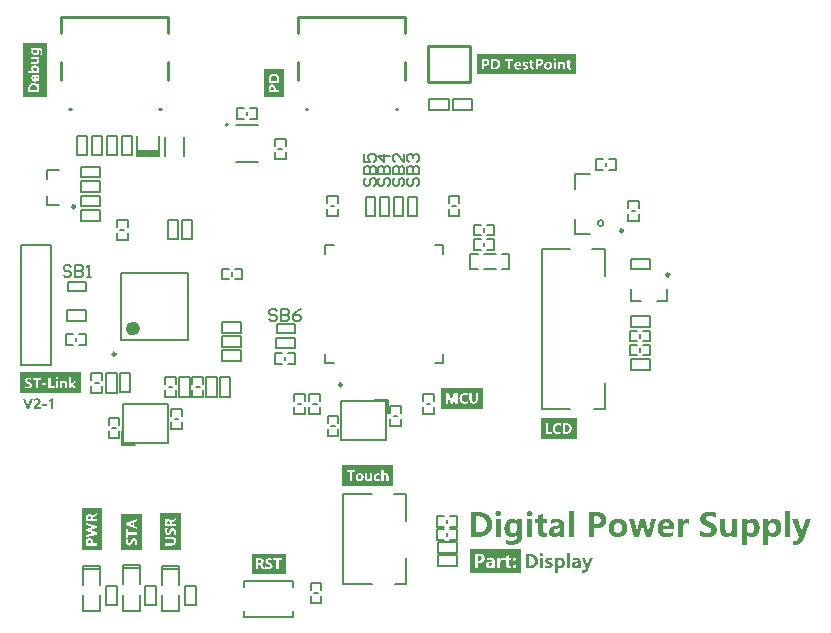
<source format=gto>
G04*
G04 #@! TF.GenerationSoftware,Altium Limited,Altium Designer,23.8.1 (32)*
G04*
G04 Layer_Color=65535*
%FSLAX44Y44*%
%MOMM*%
G71*
G04*
G04 #@! TF.SameCoordinates,D96BB530-8D29-4B5F-9446-CCACF09A0524*
G04*
G04*
G04 #@! TF.FilePolarity,Positive*
G04*
G01*
G75*
%ADD10C,0.2000*%
%ADD11C,0.1000*%
%ADD12C,0.6000*%
%ADD13C,0.2500*%
%ADD14C,0.1500*%
%ADD15C,0.1524*%
%ADD16C,0.2032*%
%ADD17C,0.1270*%
%ADD18C,0.2540*%
%ADD19R,1.8000X0.5080*%
G36*
X186500Y87500D02*
X169277D01*
Y119208D01*
X186500D01*
Y87500D01*
D02*
G37*
G36*
X153500Y87500D02*
X136278D01*
Y118154D01*
X153500D01*
Y87500D01*
D02*
G37*
G36*
X119500D02*
X102583D01*
Y123313D01*
X119500D01*
Y87500D01*
D02*
G37*
G36*
X442265Y207500D02*
X407000D01*
Y224722D01*
X442265D01*
Y207500D01*
D02*
G37*
G36*
X521249Y490500D02*
X437500D01*
Y508035D01*
X521249D01*
Y490500D01*
D02*
G37*
G36*
X274000Y471500D02*
X257083D01*
Y495088D01*
X274000D01*
Y471500D01*
D02*
G37*
G36*
X73500Y517167D02*
Y471500D01*
X53088D01*
Y517167D01*
X73500D01*
D02*
G37*
G36*
X521724Y182000D02*
X491500D01*
Y199223D01*
X521724D01*
Y182000D01*
D02*
G37*
G36*
X366538Y142000D02*
X323000D01*
Y159576D01*
X366538D01*
Y142000D01*
D02*
G37*
G36*
X72929Y209753D02*
X69524D01*
Y211070D01*
X72929D01*
Y209753D01*
D02*
G37*
G36*
X58201Y207000D02*
X56058D01*
X53000Y215917D01*
X55046D01*
X56980Y209614D01*
Y209607D01*
X56987Y209593D01*
X56994Y209566D01*
X57001Y209531D01*
X57015Y209489D01*
X57029Y209441D01*
X57056Y209330D01*
X57084Y209191D01*
X57112Y209046D01*
X57140Y208886D01*
X57154Y208734D01*
X57188D01*
Y208741D01*
Y208754D01*
X57195Y208775D01*
Y208810D01*
X57202Y208845D01*
X57209Y208893D01*
X57230Y209004D01*
X57258Y209143D01*
X57292Y209295D01*
X57334Y209462D01*
X57389Y209635D01*
X59317Y215917D01*
X61300D01*
X58201Y207000D01*
D02*
G37*
G36*
X78795D02*
X76923D01*
Y214017D01*
X76916D01*
X76909Y214004D01*
X76888Y213990D01*
X76861Y213969D01*
X76826Y213941D01*
X76784Y213913D01*
X76736Y213879D01*
X76680Y213837D01*
X76611Y213796D01*
X76542Y213754D01*
X76382Y213664D01*
X76195Y213567D01*
X75980Y213477D01*
X75973D01*
X75952Y213470D01*
X75925Y213456D01*
X75876Y213442D01*
X75827Y213421D01*
X75765Y213400D01*
X75696Y213379D01*
X75619Y213352D01*
X75446Y213303D01*
X75266Y213255D01*
X75072Y213213D01*
X74877Y213185D01*
Y214780D01*
X74884D01*
X74898Y214787D01*
X74919Y214794D01*
X74947Y214801D01*
X74988Y214815D01*
X75030Y214829D01*
X75085Y214843D01*
X75141Y214863D01*
X75280Y214912D01*
X75439Y214974D01*
X75619Y215037D01*
X75813Y215120D01*
X76021Y215210D01*
X76237Y215307D01*
X76465Y215418D01*
X76694Y215536D01*
X76930Y215668D01*
X77159Y215806D01*
X77388Y215952D01*
X77610Y216112D01*
X78795D01*
Y207000D01*
D02*
G37*
G36*
X65135Y216063D02*
X65225Y216056D01*
X65336Y216049D01*
X65468Y216035D01*
X65613Y216014D01*
X65773Y215987D01*
X65932Y215945D01*
X66106Y215903D01*
X66286Y215848D01*
X66459Y215779D01*
X66633Y215702D01*
X66806Y215612D01*
X66965Y215501D01*
X67118Y215383D01*
X67125Y215376D01*
X67153Y215349D01*
X67187Y215314D01*
X67243Y215259D01*
X67298Y215189D01*
X67361Y215106D01*
X67437Y215009D01*
X67506Y214891D01*
X67576Y214766D01*
X67652Y214628D01*
X67714Y214475D01*
X67777Y214302D01*
X67825Y214121D01*
X67860Y213927D01*
X67888Y213726D01*
X67895Y213504D01*
Y213497D01*
Y213477D01*
Y213442D01*
Y213393D01*
X67888Y213331D01*
X67881Y213269D01*
X67874Y213185D01*
X67867Y213102D01*
X67839Y212915D01*
X67804Y212714D01*
X67749Y212506D01*
X67673Y212298D01*
Y212291D01*
X67666Y212277D01*
X67652Y212242D01*
X67631Y212208D01*
X67610Y212159D01*
X67583Y212104D01*
X67548Y212041D01*
X67506Y211972D01*
X67416Y211812D01*
X67305Y211646D01*
X67174Y211466D01*
X67021Y211285D01*
X67014Y211278D01*
X67000Y211264D01*
X66979Y211237D01*
X66938Y211202D01*
X66896Y211154D01*
X66841Y211105D01*
X66771Y211036D01*
X66695Y210966D01*
X66605Y210890D01*
X66501Y210800D01*
X66390Y210710D01*
X66265Y210613D01*
X66133Y210502D01*
X65988Y210391D01*
X65828Y210280D01*
X65655Y210155D01*
X65648Y210148D01*
X65613Y210127D01*
X65572Y210093D01*
X65509Y210051D01*
X65440Y209996D01*
X65357Y209933D01*
X65260Y209864D01*
X65163Y209788D01*
X64962Y209628D01*
X64760Y209462D01*
X64670Y209378D01*
X64580Y209302D01*
X64504Y209226D01*
X64441Y209156D01*
Y209150D01*
X64428Y209143D01*
X64414Y209122D01*
X64393Y209094D01*
X64344Y209032D01*
X64289Y208948D01*
X64226Y208851D01*
X64178Y208747D01*
X64143Y208643D01*
X64136Y208595D01*
X64129Y208546D01*
X67916D01*
Y207000D01*
X61980D01*
Y207659D01*
Y207666D01*
Y207693D01*
Y207728D01*
X61987Y207777D01*
Y207839D01*
X61994Y207908D01*
X62001Y207992D01*
X62014Y208082D01*
X62042Y208276D01*
X62091Y208491D01*
X62153Y208713D01*
X62236Y208935D01*
Y208942D01*
X62250Y208962D01*
X62264Y208990D01*
X62285Y209032D01*
X62313Y209080D01*
X62340Y209143D01*
X62382Y209212D01*
X62424Y209281D01*
X62521Y209448D01*
X62646Y209628D01*
X62784Y209815D01*
X62944Y210002D01*
X62951Y210009D01*
X62964Y210023D01*
X62992Y210051D01*
X63027Y210093D01*
X63075Y210141D01*
X63138Y210197D01*
X63207Y210259D01*
X63290Y210335D01*
X63380Y210419D01*
X63485Y210509D01*
X63595Y210606D01*
X63720Y210710D01*
X63859Y210814D01*
X64005Y210932D01*
X64164Y211050D01*
X64337Y211174D01*
X64344Y211181D01*
X64372Y211202D01*
X64421Y211237D01*
X64476Y211285D01*
X64552Y211341D01*
X64629Y211403D01*
X64719Y211479D01*
X64816Y211556D01*
X65010Y211736D01*
X65211Y211923D01*
X65308Y212027D01*
X65391Y212124D01*
X65475Y212215D01*
X65544Y212312D01*
X65551Y212318D01*
X65558Y212332D01*
X65579Y212360D01*
X65599Y212402D01*
X65627Y212443D01*
X65655Y212499D01*
X65683Y212561D01*
X65717Y212631D01*
X65780Y212790D01*
X65835Y212970D01*
X65877Y213165D01*
X65884Y213269D01*
X65891Y213372D01*
Y213379D01*
Y213386D01*
Y213428D01*
X65884Y213484D01*
X65870Y213560D01*
X65849Y213650D01*
X65821Y213754D01*
X65780Y213865D01*
X65724Y213976D01*
X65655Y214087D01*
X65572Y214198D01*
X65468Y214302D01*
X65336Y214392D01*
X65190Y214468D01*
X65010Y214531D01*
X64913Y214551D01*
X64809Y214565D01*
X64698Y214579D01*
X64532D01*
X64469Y214572D01*
X64386Y214565D01*
X64282Y214551D01*
X64164Y214531D01*
X64025Y214503D01*
X63873Y214461D01*
X63713Y214413D01*
X63540Y214357D01*
X63353Y214281D01*
X63165Y214191D01*
X62971Y214087D01*
X62777Y213962D01*
X62576Y213816D01*
X62382Y213657D01*
Y215314D01*
X62396Y215321D01*
X62437Y215349D01*
X62500Y215383D01*
X62590Y215432D01*
X62694Y215487D01*
X62826Y215557D01*
X62978Y215619D01*
X63145Y215695D01*
X63332Y215765D01*
X63533Y215834D01*
X63748Y215897D01*
X63977Y215952D01*
X64219Y216001D01*
X64469Y216035D01*
X64733Y216063D01*
X65003Y216070D01*
X65065D01*
X65135Y216063D01*
D02*
G37*
G36*
X102220Y220500D02*
X50500D01*
Y238076D01*
X102220D01*
Y220500D01*
D02*
G37*
G36*
X275989Y67500D02*
X246500D01*
Y84722D01*
X275989D01*
Y67500D01*
D02*
G37*
G36*
X492026Y84985D02*
X492082D01*
X492137Y84976D01*
X492285Y84948D01*
X492452Y84902D01*
X492627Y84837D01*
X492803Y84745D01*
X492960Y84624D01*
X492969D01*
X492979Y84606D01*
X493025Y84560D01*
X493090Y84486D01*
X493163Y84375D01*
X493228Y84245D01*
X493293Y84088D01*
X493339Y83912D01*
X493358Y83820D01*
Y83718D01*
Y83709D01*
Y83691D01*
Y83663D01*
X493348Y83626D01*
X493339Y83524D01*
X493312Y83385D01*
X493256Y83237D01*
X493182Y83080D01*
X493090Y82923D01*
X493025Y82849D01*
X492951Y82775D01*
X492932Y82757D01*
X492877Y82720D01*
X492794Y82655D01*
X492673Y82590D01*
X492516Y82526D01*
X492341Y82461D01*
X492137Y82424D01*
X491915Y82405D01*
X491860D01*
X491814Y82415D01*
X491758D01*
X491703Y82424D01*
X491555Y82452D01*
X491388Y82498D01*
X491222Y82563D01*
X491046Y82655D01*
X490889Y82784D01*
Y82794D01*
X490871Y82803D01*
X490824Y82849D01*
X490760Y82932D01*
X490686Y83043D01*
X490612Y83182D01*
X490547Y83339D01*
X490501Y83515D01*
X490492Y83617D01*
X490482Y83718D01*
Y83728D01*
Y83746D01*
Y83774D01*
X490492Y83811D01*
X490501Y83912D01*
X490528Y84042D01*
X490584Y84190D01*
X490649Y84347D01*
X490750Y84495D01*
X490806Y84569D01*
X490880Y84634D01*
X490889D01*
X490898Y84652D01*
X490954Y84689D01*
X491046Y84745D01*
X491166Y84818D01*
X491314Y84883D01*
X491490Y84939D01*
X491693Y84976D01*
X491915Y84994D01*
X491980D01*
X492026Y84985D01*
D02*
G37*
G36*
X508539Y81176D02*
X508650Y81166D01*
X508789Y81148D01*
X508946Y81130D01*
X509121Y81093D01*
X509306Y81046D01*
X509510Y80982D01*
X509713Y80908D01*
X509926Y80815D01*
X510139Y80704D01*
X510342Y80575D01*
X510545Y80427D01*
X510739Y80251D01*
X510915Y80048D01*
X510924Y80038D01*
X510952Y79992D01*
X510998Y79928D01*
X511063Y79844D01*
X511128Y79724D01*
X511202Y79585D01*
X511285Y79428D01*
X511377Y79243D01*
X511461Y79031D01*
X511544Y78800D01*
X511618Y78550D01*
X511692Y78273D01*
X511747Y77977D01*
X511793Y77662D01*
X511821Y77330D01*
X511830Y76969D01*
Y76960D01*
Y76941D01*
Y76913D01*
Y76877D01*
Y76821D01*
X511821Y76766D01*
X511812Y76618D01*
X511803Y76433D01*
X511775Y76229D01*
X511738Y75998D01*
X511701Y75739D01*
X511646Y75471D01*
X511572Y75194D01*
X511488Y74916D01*
X511387Y74630D01*
X511257Y74343D01*
X511119Y74075D01*
X510952Y73807D01*
X510767Y73557D01*
X510758Y73539D01*
X510721Y73502D01*
X510656Y73437D01*
X510573Y73354D01*
X510471Y73261D01*
X510342Y73151D01*
X510194Y73040D01*
X510028Y72919D01*
X509833Y72799D01*
X509630Y72688D01*
X509399Y72577D01*
X509149Y72485D01*
X508890Y72402D01*
X508604Y72337D01*
X508308Y72300D01*
X507994Y72281D01*
X507929D01*
X507845Y72291D01*
X507735Y72300D01*
X507605Y72318D01*
X507457Y72346D01*
X507291Y72383D01*
X507115Y72439D01*
X506921Y72503D01*
X506727Y72577D01*
X506533Y72679D01*
X506339Y72799D01*
X506144Y72938D01*
X505959Y73095D01*
X505784Y73289D01*
X505627Y73502D01*
X505599D01*
Y68583D01*
X503121D01*
Y80972D01*
X505599D01*
Y79678D01*
X505627D01*
X505636Y79696D01*
X505673Y79743D01*
X505728Y79817D01*
X505812Y79918D01*
X505904Y80029D01*
X506033Y80159D01*
X506172Y80288D01*
X506339Y80436D01*
X506523Y80575D01*
X506727Y80704D01*
X506958Y80834D01*
X507198Y80954D01*
X507467Y81046D01*
X507753Y81120D01*
X508058Y81166D01*
X508382Y81185D01*
X508456D01*
X508539Y81176D01*
D02*
G37*
G36*
X499007D02*
X499109D01*
X499229Y81166D01*
X499367Y81157D01*
X499524Y81139D01*
X499691Y81120D01*
X499867Y81102D01*
X500246Y81037D01*
X500643Y80954D01*
X501050Y80834D01*
Y78883D01*
X501041Y78892D01*
X501004Y78910D01*
X500948Y78938D01*
X500874Y78975D01*
X500782Y79022D01*
X500671Y79068D01*
X500551Y79123D01*
X500403Y79179D01*
X500255Y79225D01*
X500079Y79280D01*
X499904Y79327D01*
X499709Y79373D01*
X499515Y79410D01*
X499303Y79437D01*
X499090Y79456D01*
X498868Y79465D01*
X498766D01*
X498665Y79456D01*
X498526Y79437D01*
X498378Y79410D01*
X498221Y79373D01*
X498064Y79327D01*
X497916Y79253D01*
X497897Y79243D01*
X497860Y79216D01*
X497805Y79169D01*
X497740Y79105D01*
X497666Y79031D01*
X497611Y78929D01*
X497574Y78827D01*
X497555Y78698D01*
Y78689D01*
Y78670D01*
X497564Y78642D01*
X497574Y78605D01*
X497592Y78550D01*
X497611Y78495D01*
X497648Y78430D01*
X497694Y78365D01*
X497749Y78291D01*
X497814Y78208D01*
X497906Y78134D01*
X498008Y78051D01*
X498128Y77977D01*
X498276Y77903D01*
X498443Y77829D01*
X498628Y77755D01*
X498637D01*
X498683Y77736D01*
X498739Y77718D01*
X498822Y77690D01*
X498914Y77653D01*
X499025Y77616D01*
X499145Y77570D01*
X499275Y77524D01*
X499562Y77413D01*
X499848Y77302D01*
X500116Y77172D01*
X500246Y77117D01*
X500357Y77052D01*
X500366D01*
X500384Y77034D01*
X500412Y77024D01*
X500449Y76997D01*
X500560Y76923D01*
X500689Y76830D01*
X500828Y76710D01*
X500976Y76571D01*
X501115Y76405D01*
X501244Y76220D01*
Y76211D01*
X501253Y76202D01*
X501272Y76165D01*
X501290Y76128D01*
X501318Y76081D01*
X501337Y76026D01*
X501401Y75878D01*
X501457Y75712D01*
X501503Y75508D01*
X501540Y75277D01*
X501549Y75037D01*
Y75018D01*
Y74981D01*
X501540Y74907D01*
X501531Y74824D01*
X501522Y74713D01*
X501494Y74584D01*
X501457Y74445D01*
X501420Y74288D01*
X501364Y74131D01*
X501290Y73964D01*
X501207Y73798D01*
X501105Y73622D01*
X500985Y73456D01*
X500847Y73299D01*
X500680Y73141D01*
X500495Y73003D01*
X500486Y72993D01*
X500449Y72975D01*
X500384Y72938D01*
X500301Y72892D01*
X500199Y72836D01*
X500070Y72772D01*
X499922Y72707D01*
X499746Y72642D01*
X499562Y72577D01*
X499349Y72513D01*
X499118Y72448D01*
X498868Y72392D01*
X498600Y72346D01*
X498313Y72309D01*
X498008Y72291D01*
X497685Y72281D01*
X497546D01*
X497453Y72291D01*
X497333D01*
X497185Y72300D01*
X497028Y72318D01*
X496852Y72337D01*
X496658Y72355D01*
X496455Y72383D01*
X496030Y72457D01*
X495577Y72568D01*
X495355Y72633D01*
X495133Y72707D01*
Y74759D01*
X495151Y74750D01*
X495188Y74722D01*
X495262Y74685D01*
X495355Y74639D01*
X495466Y74584D01*
X495595Y74510D01*
X495752Y74445D01*
X495919Y74371D01*
X496104Y74297D01*
X496298Y74232D01*
X496501Y74167D01*
X496714Y74103D01*
X496936Y74057D01*
X497167Y74020D01*
X497389Y73992D01*
X497620Y73983D01*
X497685D01*
X497759Y73992D01*
X497860D01*
X497980Y74010D01*
X498110Y74029D01*
X498249Y74047D01*
X498396Y74084D01*
X498535Y74131D01*
X498674Y74186D01*
X498803Y74251D01*
X498923Y74334D01*
X499025Y74426D01*
X499099Y74537D01*
X499145Y74658D01*
X499164Y74805D01*
Y74815D01*
Y74833D01*
X499155Y74861D01*
X499145Y74907D01*
X499127Y74953D01*
X499099Y75009D01*
X499062Y75074D01*
X499007Y75148D01*
X498942Y75222D01*
X498859Y75305D01*
X498757Y75379D01*
X498628Y75462D01*
X498489Y75545D01*
X498313Y75628D01*
X498119Y75712D01*
X497897Y75785D01*
X497879Y75795D01*
X497833Y75804D01*
X497749Y75832D01*
X497638Y75869D01*
X497509Y75915D01*
X497361Y75970D01*
X497204Y76035D01*
X497028Y76109D01*
X496668Y76266D01*
X496307Y76451D01*
X496141Y76553D01*
X495983Y76655D01*
X495835Y76766D01*
X495715Y76877D01*
X495706Y76886D01*
X495688Y76904D01*
X495660Y76941D01*
X495623Y76988D01*
X495577Y77052D01*
X495530Y77126D01*
X495475Y77209D01*
X495429Y77311D01*
X495373Y77422D01*
X495318Y77542D01*
X495271Y77672D01*
X495225Y77820D01*
X495188Y77977D01*
X495161Y78143D01*
X495142Y78328D01*
X495133Y78513D01*
Y78531D01*
Y78568D01*
X495142Y78633D01*
X495151Y78716D01*
X495161Y78827D01*
X495188Y78948D01*
X495216Y79077D01*
X495262Y79225D01*
X495308Y79382D01*
X495382Y79539D01*
X495456Y79706D01*
X495558Y79863D01*
X495669Y80029D01*
X495808Y80186D01*
X495965Y80334D01*
X496141Y80473D01*
X496150Y80482D01*
X496187Y80501D01*
X496242Y80538D01*
X496325Y80584D01*
X496427Y80639D01*
X496547Y80695D01*
X496695Y80760D01*
X496852Y80834D01*
X497037Y80898D01*
X497241Y80963D01*
X497453Y81018D01*
X497694Y81074D01*
X497943Y81120D01*
X498221Y81157D01*
X498498Y81176D01*
X498803Y81185D01*
X498914D01*
X499007Y81176D01*
D02*
G37*
G36*
X531773Y71727D02*
Y71718D01*
X531755Y71690D01*
X531745Y71644D01*
X531718Y71588D01*
X531681Y71514D01*
X531644Y71431D01*
X531598Y71329D01*
X531542Y71227D01*
X531487Y71107D01*
X531413Y70978D01*
X531255Y70710D01*
X531071Y70414D01*
X530858Y70118D01*
X530617Y69813D01*
X530340Y69517D01*
X530044Y69249D01*
X529878Y69119D01*
X529711Y69008D01*
X529536Y68898D01*
X529360Y68796D01*
X529166Y68713D01*
X528972Y68639D01*
X528768Y68583D01*
X528556Y68537D01*
X528334Y68509D01*
X528112Y68500D01*
X527955D01*
X527872Y68509D01*
X527779D01*
X527677Y68519D01*
X527566Y68528D01*
X527326Y68546D01*
X527076Y68583D01*
X526836Y68639D01*
X526725Y68666D01*
X526623Y68703D01*
Y70691D01*
X526633D01*
X526642Y70682D01*
X526670Y70663D01*
X526707Y70645D01*
X526762Y70627D01*
X526818Y70599D01*
X526947Y70553D01*
X527113Y70497D01*
X527298Y70451D01*
X527502Y70414D01*
X527724Y70405D01*
X527770D01*
X527816Y70414D01*
X527890Y70423D01*
X527973Y70432D01*
X528066Y70460D01*
X528167Y70488D01*
X528288Y70525D01*
X528399Y70580D01*
X528519Y70645D01*
X528639Y70728D01*
X528750Y70821D01*
X528861Y70932D01*
X528972Y71070D01*
X529064Y71218D01*
X529147Y71394D01*
X529619Y72494D01*
X526198Y80972D01*
X528935D01*
X530599Y75656D01*
Y75647D01*
X530608Y75638D01*
X530617Y75610D01*
X530627Y75573D01*
X530636Y75527D01*
X530654Y75471D01*
X530682Y75332D01*
X530719Y75175D01*
X530756Y74990D01*
X530793Y74787D01*
X530821Y74565D01*
X530867D01*
Y74574D01*
Y74584D01*
X530876Y74639D01*
X530895Y74731D01*
X530913Y74852D01*
X530950Y75009D01*
X530997Y75194D01*
X531052Y75397D01*
X531117Y75638D01*
X532818Y80972D01*
X535268D01*
X531773Y71727D01*
D02*
G37*
G36*
X521797Y81176D02*
X521871D01*
X521973Y81157D01*
X522075Y81148D01*
X522195Y81130D01*
X522324Y81102D01*
X522463Y81074D01*
X522768Y81000D01*
X523092Y80889D01*
X523258Y80815D01*
X523424Y80741D01*
X523591Y80649D01*
X523748Y80547D01*
X523914Y80436D01*
X524072Y80316D01*
X524229Y80177D01*
X524377Y80020D01*
X524515Y79854D01*
X524645Y79678D01*
X524765Y79475D01*
X524876Y79262D01*
X524968Y79040D01*
X525042Y78790D01*
X525116Y78522D01*
X525163Y78236D01*
X525190Y77930D01*
X525200Y77607D01*
Y72485D01*
X522842D01*
Y73714D01*
X522814D01*
X522805Y73696D01*
X522777Y73650D01*
X522722Y73585D01*
X522657Y73493D01*
X522565Y73382D01*
X522454Y73261D01*
X522324Y73132D01*
X522167Y73003D01*
X522001Y72864D01*
X521816Y72734D01*
X521603Y72614D01*
X521372Y72503D01*
X521132Y72411D01*
X520863Y72346D01*
X520577Y72300D01*
X520272Y72281D01*
X520216D01*
X520151Y72291D01*
X520068D01*
X519967Y72300D01*
X519846Y72318D01*
X519717Y72337D01*
X519578Y72365D01*
X519421Y72402D01*
X519264Y72448D01*
X519107Y72503D01*
X518940Y72568D01*
X518783Y72651D01*
X518626Y72744D01*
X518469Y72845D01*
X518330Y72966D01*
X518321Y72975D01*
X518302Y72993D01*
X518265Y73040D01*
X518219Y73095D01*
X518164Y73160D01*
X518099Y73243D01*
X518034Y73345D01*
X517970Y73456D01*
X517905Y73585D01*
X517840Y73724D01*
X517775Y73872D01*
X517720Y74038D01*
X517674Y74223D01*
X517637Y74417D01*
X517618Y74621D01*
X517609Y74833D01*
Y74843D01*
Y74861D01*
Y74898D01*
X517618Y74935D01*
Y75000D01*
X517627Y75064D01*
X517637Y75138D01*
X517655Y75222D01*
X517701Y75416D01*
X517766Y75628D01*
X517849Y75859D01*
X517970Y76100D01*
X518043Y76229D01*
X518127Y76350D01*
X518219Y76479D01*
X518321Y76599D01*
X518432Y76719D01*
X518552Y76839D01*
X518691Y76950D01*
X518839Y77061D01*
X518996Y77163D01*
X519171Y77265D01*
X519356Y77357D01*
X519560Y77431D01*
X519772Y77514D01*
X520013Y77570D01*
X520253Y77625D01*
X520521Y77672D01*
X522860Y77986D01*
Y78004D01*
Y78051D01*
X522851Y78125D01*
X522833Y78217D01*
X522814Y78328D01*
X522777Y78457D01*
X522731Y78587D01*
X522666Y78726D01*
X522583Y78864D01*
X522481Y78994D01*
X522361Y79123D01*
X522213Y79234D01*
X522028Y79327D01*
X521825Y79401D01*
X521585Y79447D01*
X521316Y79465D01*
X521252D01*
X521169Y79456D01*
X521058Y79447D01*
X520919Y79437D01*
X520762Y79419D01*
X520586Y79391D01*
X520383Y79354D01*
X520170Y79299D01*
X519948Y79243D01*
X519708Y79169D01*
X519467Y79077D01*
X519208Y78975D01*
X518959Y78855D01*
X518700Y78707D01*
X518450Y78550D01*
Y80455D01*
X518460D01*
X518478Y80473D01*
X518506Y80482D01*
X518552Y80510D01*
X518617Y80538D01*
X518681Y80566D01*
X518765Y80603D01*
X518857Y80639D01*
X518959Y80686D01*
X519079Y80723D01*
X519199Y80769D01*
X519338Y80815D01*
X519486Y80861D01*
X519643Y80898D01*
X519809Y80945D01*
X519985Y80982D01*
X519994D01*
X520031Y80991D01*
X520078Y81000D01*
X520151Y81009D01*
X520235Y81028D01*
X520327Y81046D01*
X520438Y81065D01*
X520558Y81083D01*
X520817Y81120D01*
X521095Y81157D01*
X521372Y81176D01*
X521640Y81185D01*
X521732D01*
X521797Y81176D01*
D02*
G37*
G36*
X516028Y72485D02*
X513550D01*
Y85050D01*
X516028D01*
Y72485D01*
D02*
G37*
G36*
X493136D02*
X490658D01*
Y80972D01*
X493136D01*
Y72485D01*
D02*
G37*
G36*
X482882Y84365D02*
X483030Y84356D01*
X483197Y84338D01*
X483391Y84310D01*
X483604Y84282D01*
X483835Y84245D01*
X484084Y84199D01*
X484343Y84143D01*
X484621Y84070D01*
X484898Y83986D01*
X485194Y83894D01*
X485480Y83774D01*
X485785Y83653D01*
X486081Y83506D01*
X486368Y83339D01*
X486664Y83163D01*
X486941Y82960D01*
X487219Y82738D01*
X487477Y82489D01*
X487727Y82220D01*
X487958Y81934D01*
X488171Y81610D01*
X488365Y81268D01*
X488531Y80889D01*
X488679Y80492D01*
X488790Y80057D01*
X488874Y79595D01*
X488929Y79105D01*
X488947Y78846D01*
Y78578D01*
Y78568D01*
Y78550D01*
Y78513D01*
Y78457D01*
X488938Y78393D01*
Y78310D01*
X488929Y78226D01*
X488920Y78125D01*
X488911Y78014D01*
X488892Y77884D01*
X488855Y77616D01*
X488800Y77320D01*
X488726Y76988D01*
X488633Y76645D01*
X488513Y76285D01*
X488374Y75915D01*
X488199Y75545D01*
X487995Y75175D01*
X487755Y74824D01*
X487625Y74648D01*
X487487Y74473D01*
X487330Y74306D01*
X487172Y74149D01*
X487163D01*
X487154Y74131D01*
X487126Y74112D01*
X487089Y74075D01*
X487043Y74038D01*
X486987Y73992D01*
X486923Y73946D01*
X486849Y73890D01*
X486766Y73825D01*
X486673Y73761D01*
X486460Y73622D01*
X486220Y73474D01*
X485933Y73317D01*
X485619Y73160D01*
X485277Y73012D01*
X484898Y72873D01*
X484491Y72744D01*
X484057Y72642D01*
X483594Y72559D01*
X483114Y72503D01*
X482855Y72494D01*
X482596Y72485D01*
X478500D01*
Y84375D01*
X482771D01*
X482882Y84365D01*
D02*
G37*
G36*
X474439Y68500D02*
X431500D01*
Y88593D01*
X474439D01*
Y68500D01*
D02*
G37*
G36*
X482093Y120887D02*
X482190D01*
X482287Y120871D01*
X482546Y120822D01*
X482837Y120741D01*
X483144Y120628D01*
X483452Y120466D01*
X483727Y120256D01*
X483743D01*
X483759Y120223D01*
X483840Y120142D01*
X483953Y120013D01*
X484083Y119819D01*
X484196Y119592D01*
X484309Y119317D01*
X484390Y119010D01*
X484423Y118848D01*
Y118670D01*
Y118654D01*
Y118622D01*
Y118573D01*
X484406Y118508D01*
X484390Y118330D01*
X484342Y118088D01*
X484245Y117829D01*
X484115Y117554D01*
X483953Y117279D01*
X483840Y117149D01*
X483711Y117020D01*
X483678Y116987D01*
X483581Y116923D01*
X483436Y116809D01*
X483225Y116696D01*
X482950Y116583D01*
X482643Y116470D01*
X482287Y116405D01*
X481898Y116373D01*
X481801D01*
X481721Y116389D01*
X481623D01*
X481526Y116405D01*
X481268Y116454D01*
X480976Y116534D01*
X480685Y116648D01*
X480378Y116809D01*
X480103Y117036D01*
Y117052D01*
X480070Y117068D01*
X479989Y117149D01*
X479876Y117295D01*
X479747Y117489D01*
X479617Y117732D01*
X479504Y118007D01*
X479423Y118314D01*
X479407Y118492D01*
X479391Y118670D01*
Y118686D01*
Y118719D01*
Y118767D01*
X479407Y118832D01*
X479423Y119010D01*
X479472Y119236D01*
X479569Y119495D01*
X479682Y119770D01*
X479860Y120029D01*
X479957Y120159D01*
X480086Y120272D01*
X480103D01*
X480119Y120304D01*
X480216Y120369D01*
X480378Y120466D01*
X480588Y120596D01*
X480847Y120709D01*
X481154Y120806D01*
X481510Y120871D01*
X481898Y120903D01*
X482012D01*
X482093Y120887D01*
D02*
G37*
G36*
X455671D02*
X455768D01*
X455865Y120871D01*
X456124Y120822D01*
X456415Y120741D01*
X456723Y120628D01*
X457030Y120466D01*
X457305Y120256D01*
X457321D01*
X457338Y120223D01*
X457419Y120142D01*
X457532Y120013D01*
X457661Y119819D01*
X457774Y119592D01*
X457888Y119317D01*
X457969Y119010D01*
X458001Y118848D01*
Y118670D01*
Y118654D01*
Y118622D01*
Y118573D01*
X457985Y118508D01*
X457969Y118330D01*
X457920Y118088D01*
X457823Y117829D01*
X457693Y117554D01*
X457532Y117279D01*
X457419Y117149D01*
X457289Y117020D01*
X457257Y116987D01*
X457160Y116923D01*
X457014Y116809D01*
X456804Y116696D01*
X456529Y116583D01*
X456221Y116470D01*
X455865Y116405D01*
X455477Y116373D01*
X455380D01*
X455299Y116389D01*
X455202D01*
X455105Y116405D01*
X454846Y116454D01*
X454555Y116534D01*
X454263Y116648D01*
X453956Y116809D01*
X453681Y117036D01*
Y117052D01*
X453649Y117068D01*
X453568Y117149D01*
X453454Y117295D01*
X453325Y117489D01*
X453195Y117732D01*
X453082Y118007D01*
X453001Y118314D01*
X452985Y118492D01*
X452969Y118670D01*
Y118686D01*
Y118719D01*
Y118767D01*
X452985Y118832D01*
X453001Y119010D01*
X453050Y119236D01*
X453147Y119495D01*
X453260Y119770D01*
X453438Y120029D01*
X453535Y120159D01*
X453665Y120272D01*
X453681D01*
X453697Y120304D01*
X453794Y120369D01*
X453956Y120466D01*
X454166Y120596D01*
X454425Y120709D01*
X454733Y120806D01*
X455089Y120871D01*
X455477Y120903D01*
X455590D01*
X455671Y120887D01*
D02*
G37*
G36*
X635024Y120159D02*
X635299D01*
X635590Y120126D01*
X635930Y120110D01*
X636302Y120078D01*
X636691Y120029D01*
X637111Y119981D01*
X637969Y119835D01*
X638390Y119754D01*
X638826Y119641D01*
X639231Y119528D01*
X639635Y119382D01*
Y115208D01*
X639619Y115224D01*
X639538Y115272D01*
X639425Y115337D01*
X639263Y115434D01*
X639069Y115531D01*
X638826Y115661D01*
X638551Y115790D01*
X638228Y115920D01*
X637888Y116049D01*
X637516Y116178D01*
X637111Y116308D01*
X636674Y116405D01*
X636221Y116502D01*
X635752Y116567D01*
X635251Y116615D01*
X634733Y116631D01*
X634571D01*
X634458Y116615D01*
X634328D01*
X634167Y116599D01*
X633989Y116583D01*
X633795Y116551D01*
X633374Y116486D01*
X632937Y116373D01*
X632516Y116227D01*
X632112Y116033D01*
X632096D01*
X632063Y116000D01*
X632015Y115968D01*
X631966Y115920D01*
X631804Y115790D01*
X631626Y115612D01*
X631432Y115386D01*
X631287Y115111D01*
X631222Y114949D01*
X631173Y114787D01*
X631141Y114609D01*
X631125Y114431D01*
Y114415D01*
Y114399D01*
Y114350D01*
X631141Y114302D01*
X631157Y114140D01*
X631206Y113946D01*
X631287Y113719D01*
X631400Y113460D01*
X631562Y113201D01*
X631788Y112942D01*
X631804D01*
X631820Y112910D01*
X631869Y112878D01*
X631934Y112813D01*
X632031Y112748D01*
X632144Y112667D01*
X632290Y112570D01*
X632468Y112457D01*
X632662Y112328D01*
X632905Y112198D01*
X633180Y112053D01*
X633487Y111891D01*
X633827Y111713D01*
X634215Y111519D01*
X634652Y111325D01*
X635121Y111114D01*
X635137D01*
X635154Y111098D01*
X635202Y111082D01*
X635251Y111049D01*
X635412Y110985D01*
X635623Y110888D01*
X635882Y110758D01*
X636173Y110613D01*
X636480Y110451D01*
X636820Y110273D01*
X637176Y110062D01*
X637532Y109852D01*
X637888Y109609D01*
X638228Y109367D01*
X638551Y109108D01*
X638859Y108849D01*
X639134Y108574D01*
X639376Y108299D01*
X639393Y108283D01*
X639425Y108234D01*
X639490Y108153D01*
X639554Y108040D01*
X639652Y107894D01*
X639749Y107733D01*
X639846Y107522D01*
X639959Y107312D01*
X640072Y107069D01*
X640169Y106794D01*
X640266Y106503D01*
X640363Y106195D01*
X640428Y105872D01*
X640493Y105532D01*
X640525Y105160D01*
X640541Y104788D01*
Y104772D01*
Y104755D01*
Y104658D01*
X640525Y104497D01*
X640509Y104286D01*
X640477Y104044D01*
X640428Y103752D01*
X640363Y103429D01*
X640283Y103089D01*
X640169Y102717D01*
X640024Y102345D01*
X639846Y101973D01*
X639652Y101584D01*
X639409Y101212D01*
X639118Y100856D01*
X638794Y100516D01*
X638422Y100209D01*
X638406Y100193D01*
X638325Y100144D01*
X638195Y100063D01*
X638034Y99966D01*
X637807Y99853D01*
X637548Y99724D01*
X637225Y99578D01*
X636869Y99432D01*
X636464Y99287D01*
X636011Y99141D01*
X635526Y99012D01*
X634976Y98898D01*
X634393Y98801D01*
X633778Y98720D01*
X633099Y98672D01*
X632387Y98656D01*
X632047D01*
X631788Y98672D01*
X631481Y98688D01*
X631141Y98720D01*
X630737Y98753D01*
X630316Y98801D01*
X629863Y98866D01*
X629394Y98931D01*
X628892Y99028D01*
X628407Y99141D01*
X627921Y99270D01*
X627436Y99432D01*
X626967Y99610D01*
X626530Y99804D01*
Y104238D01*
X626562Y104221D01*
X626643Y104157D01*
X626789Y104044D01*
X626967Y103914D01*
X627209Y103752D01*
X627500Y103590D01*
X627824Y103396D01*
X628196Y103202D01*
X628601Y103008D01*
X629038Y102830D01*
X629507Y102652D01*
X630008Y102490D01*
X630526Y102361D01*
X631076Y102264D01*
X631659Y102183D01*
X632241Y102167D01*
X632419D01*
X632532Y102183D01*
X632694D01*
X632856Y102199D01*
X633050Y102215D01*
X633260Y102248D01*
X633697Y102312D01*
X634150Y102426D01*
X634587Y102571D01*
X634781Y102668D01*
X634959Y102781D01*
X634976D01*
X634992Y102814D01*
X635040Y102846D01*
X635105Y102895D01*
X635251Y103040D01*
X635429Y103218D01*
X635590Y103461D01*
X635736Y103736D01*
X635801Y103882D01*
X635849Y104044D01*
X635866Y104221D01*
X635882Y104399D01*
Y104416D01*
Y104432D01*
Y104480D01*
X635866Y104545D01*
X635849Y104707D01*
X635785Y104917D01*
X635704Y105160D01*
X635574Y105419D01*
X635396Y105710D01*
X635283Y105840D01*
X635154Y105985D01*
X635137Y106001D01*
X635121Y106018D01*
X635073Y106066D01*
X634992Y106131D01*
X634895Y106195D01*
X634765Y106292D01*
X634604Y106406D01*
X634409Y106535D01*
X634183Y106665D01*
X633908Y106826D01*
X633600Y106988D01*
X633244Y107166D01*
X632840Y107377D01*
X632387Y107587D01*
X631885Y107797D01*
X631335Y108040D01*
X631319D01*
X631287Y108072D01*
X631222Y108089D01*
X631125Y108137D01*
X631012Y108186D01*
X630882Y108250D01*
X630737Y108331D01*
X630575Y108428D01*
X630202Y108639D01*
X629782Y108897D01*
X629345Y109221D01*
X628892Y109577D01*
X628439Y109965D01*
X628002Y110418D01*
X627581Y110920D01*
X627209Y111454D01*
X627048Y111745D01*
X626902Y112036D01*
X626772Y112344D01*
X626659Y112667D01*
X626562Y112991D01*
X626497Y113347D01*
X626465Y113687D01*
X626449Y114059D01*
Y114075D01*
Y114091D01*
Y114188D01*
X626465Y114334D01*
X626481Y114544D01*
X626514Y114787D01*
X626562Y115062D01*
X626627Y115369D01*
X626724Y115709D01*
X626837Y116065D01*
X626983Y116437D01*
X627161Y116809D01*
X627371Y117182D01*
X627630Y117554D01*
X627921Y117910D01*
X628261Y118249D01*
X628649Y118557D01*
X628682Y118573D01*
X628746Y118622D01*
X628876Y118702D01*
X629054Y118816D01*
X629280Y118929D01*
X629539Y119075D01*
X629863Y119220D01*
X630219Y119366D01*
X630623Y119511D01*
X631060Y119657D01*
X631545Y119803D01*
X632063Y119916D01*
X632630Y120029D01*
X633228Y120110D01*
X633859Y120159D01*
X634523Y120175D01*
X634814D01*
X635024Y120159D01*
D02*
G37*
G36*
X689259Y114221D02*
X689453Y114205D01*
X689696Y114172D01*
X689971Y114140D01*
X690278Y114075D01*
X690602Y113994D01*
X690958Y113881D01*
X691314Y113751D01*
X691686Y113590D01*
X692058Y113396D01*
X692414Y113169D01*
X692770Y112910D01*
X693110Y112603D01*
X693417Y112247D01*
X693433Y112231D01*
X693482Y112150D01*
X693563Y112036D01*
X693676Y111891D01*
X693789Y111680D01*
X693919Y111438D01*
X694064Y111163D01*
X694226Y110839D01*
X694372Y110467D01*
X694517Y110062D01*
X694647Y109626D01*
X694776Y109140D01*
X694873Y108622D01*
X694954Y108072D01*
X695003Y107490D01*
X695019Y106859D01*
Y106843D01*
Y106810D01*
Y106762D01*
Y106697D01*
Y106600D01*
X695003Y106503D01*
X694986Y106244D01*
X694970Y105920D01*
X694922Y105564D01*
X694857Y105160D01*
X694792Y104707D01*
X694695Y104238D01*
X694566Y103752D01*
X694420Y103267D01*
X694242Y102765D01*
X694016Y102264D01*
X693773Y101795D01*
X693482Y101325D01*
X693158Y100889D01*
X693142Y100856D01*
X693077Y100791D01*
X692964Y100678D01*
X692818Y100533D01*
X692640Y100371D01*
X692414Y100177D01*
X692155Y99982D01*
X691864Y99772D01*
X691524Y99562D01*
X691168Y99368D01*
X690763Y99173D01*
X690327Y99012D01*
X689874Y98866D01*
X689372Y98753D01*
X688854Y98688D01*
X688304Y98656D01*
X688191D01*
X688045Y98672D01*
X687851Y98688D01*
X687625Y98720D01*
X687366Y98769D01*
X687075Y98834D01*
X686767Y98931D01*
X686427Y99044D01*
X686088Y99173D01*
X685748Y99351D01*
X685408Y99562D01*
X685068Y99804D01*
X684745Y100079D01*
X684437Y100419D01*
X684162Y100791D01*
X684114D01*
Y92184D01*
X679778D01*
Y113865D01*
X684114D01*
Y111600D01*
X684162D01*
X684178Y111632D01*
X684243Y111713D01*
X684340Y111842D01*
X684486Y112020D01*
X684648Y112214D01*
X684874Y112441D01*
X685117Y112667D01*
X685408Y112926D01*
X685732Y113169D01*
X686088Y113396D01*
X686492Y113622D01*
X686913Y113832D01*
X687382Y113994D01*
X687884Y114124D01*
X688418Y114205D01*
X688984Y114237D01*
X689113D01*
X689259Y114221D01*
D02*
G37*
G36*
X670927D02*
X671121Y114205D01*
X671364Y114172D01*
X671639Y114140D01*
X671946Y114075D01*
X672270Y113994D01*
X672626Y113881D01*
X672982Y113751D01*
X673354Y113590D01*
X673726Y113396D01*
X674082Y113169D01*
X674438Y112910D01*
X674778Y112603D01*
X675085Y112247D01*
X675101Y112231D01*
X675150Y112150D01*
X675231Y112036D01*
X675344Y111891D01*
X675458Y111680D01*
X675587Y111438D01*
X675732Y111163D01*
X675894Y110839D01*
X676040Y110467D01*
X676186Y110062D01*
X676315Y109626D01*
X676444Y109140D01*
X676542Y108622D01*
X676622Y108072D01*
X676671Y107490D01*
X676687Y106859D01*
Y106843D01*
Y106810D01*
Y106762D01*
Y106697D01*
Y106600D01*
X676671Y106503D01*
X676655Y106244D01*
X676639Y105920D01*
X676590Y105564D01*
X676525Y105160D01*
X676461Y104707D01*
X676364Y104238D01*
X676234Y103752D01*
X676088Y103267D01*
X675910Y102765D01*
X675684Y102264D01*
X675441Y101795D01*
X675150Y101325D01*
X674826Y100889D01*
X674810Y100856D01*
X674745Y100791D01*
X674632Y100678D01*
X674487Y100533D01*
X674309Y100371D01*
X674082Y100177D01*
X673823Y99982D01*
X673532Y99772D01*
X673192Y99562D01*
X672836Y99368D01*
X672432Y99173D01*
X671995Y99012D01*
X671542Y98866D01*
X671040Y98753D01*
X670523Y98688D01*
X669973Y98656D01*
X669859D01*
X669714Y98672D01*
X669520Y98688D01*
X669293Y98720D01*
X669034Y98769D01*
X668743Y98834D01*
X668435Y98931D01*
X668096Y99044D01*
X667756Y99173D01*
X667416Y99351D01*
X667076Y99562D01*
X666737Y99804D01*
X666413Y100079D01*
X666105Y100419D01*
X665831Y100791D01*
X665782D01*
Y92184D01*
X661446D01*
Y113865D01*
X665782D01*
Y111600D01*
X665831D01*
X665847Y111632D01*
X665911Y111713D01*
X666008Y111842D01*
X666154Y112020D01*
X666316Y112214D01*
X666542Y112441D01*
X666785Y112667D01*
X667076Y112926D01*
X667400Y113169D01*
X667756Y113396D01*
X668160Y113622D01*
X668581Y113832D01*
X669050Y113994D01*
X669552Y114124D01*
X670086Y114205D01*
X670652Y114237D01*
X670781D01*
X670927Y114221D01*
D02*
G37*
G36*
X615754Y114107D02*
X615932D01*
X616110Y114075D01*
X616304Y114043D01*
X616498Y114010D01*
X616660Y113946D01*
Y109933D01*
X616644D01*
X616628Y109949D01*
X616579Y109981D01*
X616514Y109998D01*
X616353Y110079D01*
X616126Y110160D01*
X615835Y110240D01*
X615511Y110321D01*
X615139Y110370D01*
X614735Y110386D01*
X614589D01*
X614492Y110370D01*
X614362Y110354D01*
X614217Y110321D01*
X614055Y110289D01*
X613893Y110240D01*
X613699Y110192D01*
X613521Y110111D01*
X613327Y110014D01*
X613117Y109917D01*
X612923Y109771D01*
X612744Y109626D01*
X612567Y109448D01*
X612389Y109254D01*
X612372Y109237D01*
X612356Y109205D01*
X612308Y109140D01*
X612259Y109043D01*
X612194Y108930D01*
X612113Y108784D01*
X612033Y108622D01*
X611968Y108444D01*
X611887Y108234D01*
X611806Y107991D01*
X611725Y107749D01*
X611660Y107474D01*
X611612Y107166D01*
X611563Y106843D01*
X611547Y106503D01*
X611531Y106147D01*
Y99012D01*
X607195D01*
Y113865D01*
X611531D01*
Y111066D01*
X611580D01*
Y111082D01*
X611596Y111098D01*
X611628Y111195D01*
X611693Y111341D01*
X611790Y111551D01*
X611919Y111777D01*
X612065Y112036D01*
X612259Y112311D01*
X612469Y112603D01*
X612728Y112878D01*
X613020Y113153D01*
X613327Y113412D01*
X613683Y113654D01*
X614087Y113848D01*
X614508Y113994D01*
X614977Y114091D01*
X615236Y114107D01*
X615495Y114124D01*
X615625D01*
X615754Y114107D01*
D02*
G37*
G36*
X714014Y97685D02*
Y97669D01*
X713982Y97620D01*
X713965Y97539D01*
X713917Y97442D01*
X713852Y97313D01*
X713787Y97167D01*
X713707Y96989D01*
X713609Y96811D01*
X713512Y96601D01*
X713383Y96374D01*
X713108Y95905D01*
X712784Y95387D01*
X712412Y94870D01*
X711991Y94336D01*
X711506Y93818D01*
X710988Y93349D01*
X710697Y93122D01*
X710406Y92928D01*
X710098Y92734D01*
X709791Y92556D01*
X709451Y92410D01*
X709111Y92281D01*
X708755Y92184D01*
X708383Y92103D01*
X707995Y92054D01*
X707607Y92038D01*
X707332D01*
X707186Y92054D01*
X707024D01*
X706846Y92071D01*
X706652Y92087D01*
X706231Y92119D01*
X705795Y92184D01*
X705374Y92281D01*
X705180Y92329D01*
X705002Y92394D01*
Y95873D01*
X705018D01*
X705034Y95857D01*
X705083Y95824D01*
X705147Y95792D01*
X705245Y95759D01*
X705341Y95711D01*
X705568Y95630D01*
X705859Y95533D01*
X706183Y95452D01*
X706539Y95387D01*
X706927Y95371D01*
X707008D01*
X707089Y95387D01*
X707218Y95403D01*
X707364Y95420D01*
X707526Y95468D01*
X707704Y95517D01*
X707914Y95582D01*
X708108Y95679D01*
X708319Y95792D01*
X708529Y95938D01*
X708723Y96099D01*
X708917Y96293D01*
X709111Y96536D01*
X709273Y96795D01*
X709419Y97102D01*
X710244Y99028D01*
X704258Y113865D01*
X709047D01*
X711959Y104561D01*
Y104545D01*
X711975Y104529D01*
X711991Y104480D01*
X712008Y104416D01*
X712024Y104335D01*
X712056Y104238D01*
X712105Y103995D01*
X712169Y103720D01*
X712234Y103396D01*
X712299Y103040D01*
X712347Y102652D01*
X712428D01*
Y102668D01*
Y102684D01*
X712445Y102781D01*
X712477Y102943D01*
X712509Y103154D01*
X712574Y103429D01*
X712655Y103752D01*
X712752Y104108D01*
X712865Y104529D01*
X715842Y113865D01*
X720130D01*
X714014Y97685D01*
D02*
G37*
G36*
X584624Y99012D02*
X580078D01*
X577796Y107927D01*
Y107943D01*
X577780Y107975D01*
Y108024D01*
X577764Y108089D01*
X577732Y108266D01*
X577683Y108493D01*
X577634Y108768D01*
X577602Y109092D01*
X577570Y109415D01*
X577553Y109771D01*
X577456D01*
Y109755D01*
Y109723D01*
X577440Y109674D01*
Y109593D01*
X577424Y109496D01*
Y109399D01*
X577392Y109140D01*
X577343Y108865D01*
X577295Y108558D01*
X577230Y108266D01*
X577165Y107975D01*
X574706Y99012D01*
X570208D01*
X565985Y113865D01*
X570418D01*
X572570Y103995D01*
Y103963D01*
X572603Y103882D01*
X572619Y103752D01*
X572651Y103574D01*
X572683Y103348D01*
X572732Y103073D01*
X572764Y102749D01*
X572797Y102377D01*
X572894D01*
Y102393D01*
Y102426D01*
Y102474D01*
X572910Y102539D01*
X572926Y102733D01*
X572942Y102959D01*
X572975Y103218D01*
X573023Y103510D01*
X573072Y103785D01*
X573136Y104060D01*
X575806Y113865D01*
X579916D01*
X582294Y103995D01*
Y103979D01*
X582310Y103914D01*
X582327Y103801D01*
X582359Y103639D01*
X582391Y103413D01*
X582407Y103283D01*
X582424Y103121D01*
X582440Y102959D01*
X582456Y102781D01*
X582472Y102571D01*
X582488Y102345D01*
X582602D01*
Y102361D01*
Y102377D01*
X582618Y102474D01*
X582634Y102620D01*
X582650Y102814D01*
X582682Y103057D01*
X582715Y103348D01*
X582763Y103655D01*
X582828Y103995D01*
X584899Y113865D01*
X588928D01*
X584624Y99012D01*
D02*
G37*
G36*
X657498D02*
X653194D01*
Y101277D01*
X653129D01*
X653113Y101244D01*
X653048Y101164D01*
X652951Y101034D01*
X652822Y100872D01*
X652660Y100662D01*
X652450Y100452D01*
X652207Y100209D01*
X651932Y99966D01*
X651625Y99724D01*
X651285Y99481D01*
X650913Y99270D01*
X650508Y99060D01*
X650071Y98898D01*
X649602Y98769D01*
X649101Y98688D01*
X648567Y98656D01*
X648437D01*
X648340Y98672D01*
X648227Y98688D01*
X648081Y98704D01*
X647936Y98720D01*
X647758Y98753D01*
X647369Y98850D01*
X646916Y98979D01*
X646447Y99173D01*
X646221Y99303D01*
X645978Y99432D01*
X645735Y99594D01*
X645492Y99772D01*
X645250Y99966D01*
X645023Y100177D01*
X644797Y100419D01*
X644570Y100678D01*
X644376Y100969D01*
X644182Y101293D01*
X644004Y101633D01*
X643858Y102005D01*
X643713Y102409D01*
X643599Y102846D01*
X643502Y103299D01*
X643438Y103801D01*
X643389Y104335D01*
X643373Y104901D01*
Y113865D01*
X647725D01*
Y105306D01*
Y105289D01*
Y105273D01*
Y105225D01*
Y105160D01*
X647741Y104998D01*
X647774Y104788D01*
X647806Y104529D01*
X647871Y104254D01*
X647952Y103947D01*
X648049Y103639D01*
X648195Y103332D01*
X648356Y103024D01*
X648567Y102749D01*
X648826Y102490D01*
X649117Y102280D01*
X649473Y102118D01*
X649667Y102053D01*
X649877Y102005D01*
X650088Y101989D01*
X650330Y101973D01*
X650460D01*
X650541Y101989D01*
X650654Y102005D01*
X650783Y102021D01*
X651075Y102086D01*
X651398Y102199D01*
X651754Y102361D01*
X651916Y102458D01*
X652094Y102587D01*
X652256Y102717D01*
X652401Y102879D01*
X652417Y102895D01*
X652434Y102927D01*
X652482Y102976D01*
X652531Y103040D01*
X652579Y103138D01*
X652660Y103251D01*
X652725Y103380D01*
X652806Y103542D01*
X652870Y103704D01*
X652951Y103882D01*
X653016Y104092D01*
X653065Y104319D01*
X653129Y104545D01*
X653162Y104804D01*
X653178Y105063D01*
X653194Y105354D01*
Y113865D01*
X657498D01*
Y99012D01*
D02*
G37*
G36*
X702365D02*
X698028D01*
Y121000D01*
X702365D01*
Y99012D01*
D02*
G37*
G36*
X539482Y119803D02*
X539660Y119787D01*
X539855Y119770D01*
X540097Y119754D01*
X540356Y119722D01*
X540647Y119673D01*
X540939Y119625D01*
X541262Y119544D01*
X541602Y119479D01*
X541942Y119382D01*
X542298Y119269D01*
X542670Y119139D01*
X543026Y118994D01*
X543398Y118832D01*
X543754Y118654D01*
X544110Y118444D01*
X544450Y118217D01*
X544789Y117958D01*
X545113Y117683D01*
X545404Y117376D01*
X545695Y117036D01*
X545954Y116680D01*
X546197Y116292D01*
X546407Y115871D01*
X546569Y115402D01*
X546715Y114916D01*
X546828Y114399D01*
X546893Y113832D01*
X546909Y113234D01*
Y113217D01*
Y113201D01*
Y113153D01*
Y113088D01*
X546893Y112926D01*
X546877Y112700D01*
X546844Y112425D01*
X546780Y112117D01*
X546715Y111777D01*
X546618Y111389D01*
X546488Y110985D01*
X546343Y110580D01*
X546148Y110143D01*
X545922Y109723D01*
X545647Y109286D01*
X545340Y108881D01*
X544983Y108477D01*
X544563Y108105D01*
X544530Y108089D01*
X544450Y108024D01*
X544320Y107927D01*
X544142Y107813D01*
X543916Y107668D01*
X543641Y107506D01*
X543317Y107328D01*
X542945Y107150D01*
X542540Y106972D01*
X542104Y106810D01*
X541618Y106649D01*
X541100Y106519D01*
X540534Y106406D01*
X539952Y106309D01*
X539337Y106260D01*
X536408D01*
Y99012D01*
X531975D01*
Y119819D01*
X539337D01*
X539482Y119803D01*
D02*
G37*
G36*
X519468Y99012D02*
X515132D01*
Y121000D01*
X519468D01*
Y99012D01*
D02*
G37*
G36*
X505521Y114221D02*
X505650D01*
X505828Y114188D01*
X506006Y114172D01*
X506217Y114140D01*
X506443Y114091D01*
X506686Y114043D01*
X507220Y113913D01*
X507786Y113719D01*
X508077Y113590D01*
X508369Y113460D01*
X508660Y113298D01*
X508935Y113120D01*
X509226Y112926D01*
X509501Y112716D01*
X509776Y112473D01*
X510035Y112198D01*
X510278Y111907D01*
X510504Y111600D01*
X510715Y111244D01*
X510909Y110871D01*
X511071Y110483D01*
X511200Y110046D01*
X511330Y109577D01*
X511410Y109075D01*
X511459Y108541D01*
X511475Y107975D01*
Y99012D01*
X507349D01*
Y101164D01*
X507301D01*
X507285Y101131D01*
X507236Y101050D01*
X507139Y100937D01*
X507026Y100775D01*
X506864Y100581D01*
X506670Y100371D01*
X506443Y100144D01*
X506168Y99918D01*
X505877Y99675D01*
X505553Y99448D01*
X505181Y99238D01*
X504777Y99044D01*
X504356Y98882D01*
X503887Y98769D01*
X503385Y98688D01*
X502851Y98656D01*
X502754D01*
X502641Y98672D01*
X502495D01*
X502317Y98688D01*
X502107Y98720D01*
X501881Y98753D01*
X501638Y98801D01*
X501363Y98866D01*
X501088Y98947D01*
X500813Y99044D01*
X500522Y99157D01*
X500246Y99303D01*
X499971Y99465D01*
X499696Y99643D01*
X499454Y99853D01*
X499437Y99869D01*
X499405Y99902D01*
X499340Y99982D01*
X499259Y100079D01*
X499162Y100193D01*
X499049Y100338D01*
X498936Y100516D01*
X498823Y100710D01*
X498709Y100937D01*
X498596Y101180D01*
X498483Y101439D01*
X498386Y101730D01*
X498305Y102053D01*
X498240Y102393D01*
X498208Y102749D01*
X498192Y103121D01*
Y103138D01*
Y103170D01*
Y103235D01*
X498208Y103299D01*
Y103413D01*
X498224Y103526D01*
X498240Y103655D01*
X498273Y103801D01*
X498353Y104141D01*
X498467Y104513D01*
X498612Y104917D01*
X498823Y105338D01*
X498952Y105564D01*
X499098Y105775D01*
X499259Y106001D01*
X499437Y106212D01*
X499632Y106422D01*
X499842Y106632D01*
X500085Y106826D01*
X500344Y107021D01*
X500619Y107199D01*
X500926Y107377D01*
X501250Y107538D01*
X501605Y107668D01*
X501978Y107813D01*
X502398Y107910D01*
X502819Y108008D01*
X503288Y108089D01*
X507382Y108639D01*
Y108671D01*
Y108752D01*
X507365Y108881D01*
X507333Y109043D01*
X507301Y109237D01*
X507236Y109464D01*
X507155Y109690D01*
X507042Y109933D01*
X506896Y110176D01*
X506718Y110402D01*
X506508Y110629D01*
X506249Y110823D01*
X505925Y110985D01*
X505570Y111114D01*
X505149Y111195D01*
X504680Y111227D01*
X504566D01*
X504421Y111211D01*
X504227Y111195D01*
X503984Y111179D01*
X503709Y111146D01*
X503401Y111098D01*
X503046Y111033D01*
X502673Y110936D01*
X502285Y110839D01*
X501864Y110710D01*
X501444Y110548D01*
X500991Y110370D01*
X500554Y110160D01*
X500101Y109901D01*
X499664Y109626D01*
Y112959D01*
X499680D01*
X499712Y112991D01*
X499761Y113007D01*
X499842Y113056D01*
X499955Y113104D01*
X500068Y113153D01*
X500214Y113217D01*
X500376Y113282D01*
X500554Y113363D01*
X500764Y113428D01*
X500975Y113509D01*
X501217Y113590D01*
X501476Y113671D01*
X501751Y113735D01*
X502042Y113816D01*
X502350Y113881D01*
X502366D01*
X502431Y113897D01*
X502512Y113913D01*
X502641Y113929D01*
X502787Y113962D01*
X502948Y113994D01*
X503143Y114026D01*
X503353Y114059D01*
X503806Y114124D01*
X504291Y114188D01*
X504777Y114221D01*
X505246Y114237D01*
X505408D01*
X505521Y114221D01*
D02*
G37*
G36*
X484034Y99012D02*
X479698D01*
Y113865D01*
X484034D01*
Y99012D01*
D02*
G37*
G36*
X457613D02*
X453276D01*
Y113865D01*
X457613D01*
Y99012D01*
D02*
G37*
G36*
X439669Y119803D02*
X439928Y119787D01*
X440219Y119754D01*
X440559Y119706D01*
X440931Y119657D01*
X441336Y119592D01*
X441773Y119511D01*
X442226Y119414D01*
X442711Y119285D01*
X443196Y119139D01*
X443714Y118977D01*
X444216Y118767D01*
X444750Y118557D01*
X445267Y118298D01*
X445769Y118007D01*
X446287Y117699D01*
X446772Y117343D01*
X447258Y116955D01*
X447711Y116518D01*
X448147Y116049D01*
X448552Y115547D01*
X448924Y114981D01*
X449264Y114382D01*
X449555Y113719D01*
X449814Y113023D01*
X450008Y112263D01*
X450154Y111454D01*
X450251Y110596D01*
X450283Y110143D01*
Y109674D01*
Y109658D01*
Y109626D01*
Y109561D01*
Y109464D01*
X450267Y109351D01*
Y109205D01*
X450251Y109059D01*
X450235Y108881D01*
X450219Y108687D01*
X450186Y108461D01*
X450121Y107991D01*
X450024Y107474D01*
X449895Y106891D01*
X449733Y106292D01*
X449523Y105661D01*
X449280Y105014D01*
X448973Y104367D01*
X448617Y103720D01*
X448196Y103105D01*
X447970Y102798D01*
X447727Y102490D01*
X447452Y102199D01*
X447177Y101924D01*
X447160D01*
X447144Y101892D01*
X447096Y101859D01*
X447031Y101795D01*
X446950Y101730D01*
X446853Y101649D01*
X446740Y101568D01*
X446610Y101471D01*
X446465Y101358D01*
X446303Y101244D01*
X445931Y101002D01*
X445510Y100743D01*
X445009Y100468D01*
X444458Y100193D01*
X443860Y99934D01*
X443196Y99691D01*
X442485Y99465D01*
X441724Y99287D01*
X440915Y99141D01*
X440074Y99044D01*
X439621Y99028D01*
X439168Y99012D01*
X432000D01*
Y119819D01*
X439475D01*
X439669Y119803D01*
D02*
G37*
G36*
X597956Y114221D02*
X598167Y114205D01*
X598442Y114172D01*
X598749Y114140D01*
X599089Y114075D01*
X599445Y113994D01*
X599833Y113897D01*
X600238Y113768D01*
X600658Y113606D01*
X601063Y113428D01*
X601467Y113201D01*
X601856Y112942D01*
X602228Y112651D01*
X602584Y112311D01*
X602600Y112295D01*
X602664Y112231D01*
X602745Y112117D01*
X602859Y111955D01*
X603004Y111761D01*
X603150Y111535D01*
X603312Y111260D01*
X603474Y110936D01*
X603635Y110580D01*
X603797Y110192D01*
X603959Y109755D01*
X604088Y109286D01*
X604202Y108784D01*
X604282Y108234D01*
X604347Y107668D01*
X604363Y107053D01*
Y105209D01*
X594591D01*
Y105192D01*
Y105176D01*
X594607Y105128D01*
Y105063D01*
X594639Y104885D01*
X594688Y104675D01*
X594769Y104416D01*
X594866Y104124D01*
X595011Y103801D01*
X595190Y103493D01*
X595432Y103170D01*
X595707Y102846D01*
X596047Y102555D01*
X596241Y102426D01*
X596435Y102296D01*
X596662Y102183D01*
X596904Y102086D01*
X597163Y101989D01*
X597439Y101908D01*
X597746Y101843D01*
X598053Y101795D01*
X598393Y101778D01*
X598749Y101762D01*
X598862D01*
X598992Y101778D01*
X599170D01*
X599380Y101795D01*
X599623Y101827D01*
X599914Y101859D01*
X600221Y101908D01*
X600545Y101973D01*
X600885Y102053D01*
X601241Y102150D01*
X601613Y102280D01*
X601985Y102409D01*
X602357Y102571D01*
X602729Y102765D01*
X603085Y102976D01*
Y99788D01*
X603069Y99772D01*
X602988Y99740D01*
X602875Y99691D01*
X602713Y99610D01*
X602519Y99529D01*
X602276Y99432D01*
X601985Y99335D01*
X601661Y99222D01*
X601305Y99125D01*
X600901Y99012D01*
X600464Y98915D01*
X599995Y98834D01*
X599477Y98753D01*
X598943Y98704D01*
X598361Y98672D01*
X597762Y98656D01*
X597600D01*
X597519Y98672D01*
X597422D01*
X597180Y98688D01*
X596888Y98720D01*
X596532Y98769D01*
X596160Y98818D01*
X595740Y98898D01*
X595303Y99012D01*
X594866Y99141D01*
X594397Y99303D01*
X593944Y99497D01*
X593491Y99724D01*
X593054Y99982D01*
X592633Y100290D01*
X592245Y100646D01*
X592229Y100662D01*
X592164Y100743D01*
X592067Y100856D01*
X591937Y101018D01*
X591792Y101228D01*
X591630Y101471D01*
X591452Y101762D01*
X591274Y102102D01*
X591080Y102474D01*
X590902Y102895D01*
X590740Y103348D01*
X590594Y103849D01*
X590465Y104383D01*
X590368Y104966D01*
X590303Y105581D01*
X590287Y106228D01*
Y106244D01*
Y106276D01*
Y106325D01*
Y106390D01*
X590303Y106470D01*
Y106568D01*
X590319Y106826D01*
X590352Y107118D01*
X590400Y107474D01*
X590465Y107862D01*
X590546Y108283D01*
X590659Y108736D01*
X590805Y109205D01*
X590966Y109690D01*
X591161Y110160D01*
X591403Y110645D01*
X591678Y111114D01*
X592002Y111567D01*
X592374Y112004D01*
X592407Y112036D01*
X592471Y112101D01*
X592584Y112214D01*
X592746Y112360D01*
X592957Y112522D01*
X593215Y112716D01*
X593491Y112910D01*
X593830Y113120D01*
X594186Y113331D01*
X594591Y113525D01*
X595028Y113719D01*
X595481Y113881D01*
X595982Y114026D01*
X596516Y114140D01*
X597066Y114205D01*
X597649Y114237D01*
X597794D01*
X597956Y114221D01*
D02*
G37*
G36*
X557199D02*
X557458Y114205D01*
X557749Y114172D01*
X558105Y114124D01*
X558494Y114059D01*
X558914Y113978D01*
X559351Y113865D01*
X559820Y113735D01*
X560290Y113557D01*
X560759Y113363D01*
X561228Y113120D01*
X561697Y112845D01*
X562134Y112538D01*
X562539Y112166D01*
X562571Y112150D01*
X562636Y112069D01*
X562733Y111955D01*
X562878Y111794D01*
X563024Y111583D01*
X563202Y111325D01*
X563396Y111033D01*
X563606Y110710D01*
X563801Y110321D01*
X563995Y109901D01*
X564173Y109448D01*
X564335Y108962D01*
X564464Y108428D01*
X564561Y107862D01*
X564642Y107247D01*
X564658Y106616D01*
Y106600D01*
Y106568D01*
Y106519D01*
Y106454D01*
Y106373D01*
X564642Y106260D01*
X564626Y106018D01*
X564594Y105710D01*
X564545Y105354D01*
X564480Y104950D01*
X564383Y104529D01*
X564270Y104076D01*
X564124Y103607D01*
X563946Y103121D01*
X563752Y102636D01*
X563493Y102150D01*
X563202Y101681D01*
X562878Y101228D01*
X562490Y100808D01*
X562458Y100791D01*
X562393Y100710D01*
X562264Y100613D01*
X562102Y100468D01*
X561875Y100306D01*
X561616Y100128D01*
X561309Y99934D01*
X560953Y99740D01*
X560549Y99529D01*
X560112Y99335D01*
X559626Y99157D01*
X559109Y98996D01*
X558542Y98850D01*
X557944Y98753D01*
X557313Y98688D01*
X556633Y98656D01*
X556471D01*
X556390Y98672D01*
X556277D01*
X556034Y98688D01*
X555727Y98720D01*
X555371Y98769D01*
X554983Y98834D01*
X554562Y98915D01*
X554109Y99028D01*
X553640Y99157D01*
X553154Y99335D01*
X552669Y99529D01*
X552200Y99772D01*
X551730Y100047D01*
X551294Y100371D01*
X550873Y100727D01*
X550857Y100759D01*
X550776Y100824D01*
X550679Y100937D01*
X550549Y101099D01*
X550388Y101309D01*
X550210Y101568D01*
X550015Y101875D01*
X549821Y102215D01*
X549611Y102587D01*
X549417Y103008D01*
X549239Y103477D01*
X549093Y103979D01*
X548948Y104529D01*
X548851Y105111D01*
X548786Y105726D01*
X548753Y106373D01*
Y106390D01*
Y106422D01*
Y106470D01*
Y106535D01*
X548770Y106616D01*
Y106729D01*
X548786Y106972D01*
X548818Y107280D01*
X548867Y107635D01*
X548931Y108040D01*
X549029Y108461D01*
X549142Y108914D01*
X549287Y109383D01*
X549465Y109868D01*
X549676Y110354D01*
X549918Y110823D01*
X550210Y111276D01*
X550549Y111729D01*
X550938Y112134D01*
X550970Y112150D01*
X551035Y112231D01*
X551164Y112328D01*
X551342Y112457D01*
X551569Y112619D01*
X551828Y112797D01*
X552151Y112991D01*
X552507Y113185D01*
X552912Y113379D01*
X553349Y113574D01*
X553834Y113751D01*
X554368Y113913D01*
X554934Y114043D01*
X555533Y114140D01*
X556180Y114221D01*
X556860Y114237D01*
X557102D01*
X557199Y114221D01*
D02*
G37*
G36*
X493273Y113865D02*
X496655D01*
Y110629D01*
X493273D01*
Y104367D01*
Y104335D01*
Y104270D01*
X493289Y104141D01*
X493305Y103995D01*
X493338Y103817D01*
X493370Y103623D01*
X493435Y103396D01*
X493516Y103186D01*
X493613Y102959D01*
X493726Y102749D01*
X493888Y102539D01*
X494066Y102361D01*
X494276Y102215D01*
X494535Y102086D01*
X494826Y102021D01*
X495150Y101989D01*
X495279D01*
X495425Y102005D01*
X495619Y102037D01*
X495845Y102086D01*
X496088Y102167D01*
X496363Y102264D01*
X496655Y102409D01*
Y99173D01*
X496638D01*
X496606Y99157D01*
X496557Y99125D01*
X496477Y99093D01*
X496363Y99060D01*
X496250Y99012D01*
X496088Y98963D01*
X495926Y98915D01*
X495732Y98866D01*
X495506Y98818D01*
X495263Y98769D01*
X495004Y98737D01*
X494713Y98704D01*
X494389Y98672D01*
X494049Y98656D01*
X493580D01*
X493483Y98672D01*
X493386D01*
X493257Y98688D01*
X493111Y98704D01*
X492949Y98737D01*
X492593Y98801D01*
X492189Y98915D01*
X491768Y99076D01*
X491331Y99270D01*
X491105Y99400D01*
X490878Y99529D01*
X490668Y99691D01*
X490458Y99869D01*
X490247Y100063D01*
X490053Y100258D01*
X489875Y100500D01*
X489697Y100743D01*
X489535Y101018D01*
X489390Y101309D01*
X489260Y101633D01*
X489163Y101973D01*
X489066Y102345D01*
X489001Y102733D01*
X488969Y103154D01*
X488953Y103607D01*
Y110629D01*
X486510D01*
Y113865D01*
X488953D01*
Y117133D01*
X493273Y118363D01*
Y113865D01*
D02*
G37*
G36*
X467612Y114221D02*
X467806Y114205D01*
X468032Y114172D01*
X468291Y114124D01*
X468582Y114059D01*
X468890Y113962D01*
X469213Y113848D01*
X469553Y113719D01*
X469893Y113541D01*
X470233Y113331D01*
X470573Y113088D01*
X470896Y112797D01*
X471188Y112457D01*
X471463Y112085D01*
X471527D01*
Y113865D01*
X475847D01*
Y100646D01*
Y100630D01*
Y100597D01*
Y100549D01*
Y100468D01*
X475831Y100371D01*
Y100258D01*
Y100112D01*
X475815Y99966D01*
X475783Y99627D01*
X475718Y99222D01*
X475653Y98785D01*
X475556Y98300D01*
X475427Y97798D01*
X475265Y97280D01*
X475087Y96747D01*
X474844Y96229D01*
X474585Y95711D01*
X474262Y95209D01*
X473906Y94724D01*
X473485Y94287D01*
X473453Y94255D01*
X473372Y94190D01*
X473242Y94077D01*
X473048Y93931D01*
X472805Y93769D01*
X472514Y93575D01*
X472158Y93365D01*
X471754Y93171D01*
X471301Y92960D01*
X470799Y92750D01*
X470249Y92556D01*
X469634Y92394D01*
X468971Y92248D01*
X468275Y92135D01*
X467515Y92071D01*
X466706Y92038D01*
X466414D01*
X466204Y92054D01*
X465961Y92071D01*
X465654Y92087D01*
X465330Y92119D01*
X464974Y92151D01*
X464602Y92200D01*
X464214Y92248D01*
X463421Y92410D01*
X463017Y92507D01*
X462628Y92621D01*
X462256Y92766D01*
X461916Y92912D01*
Y96617D01*
X461949Y96601D01*
X462014Y96552D01*
X462143Y96488D01*
X462321Y96407D01*
X462531Y96310D01*
X462774Y96196D01*
X463049Y96067D01*
X463373Y95954D01*
X463712Y95824D01*
X464068Y95695D01*
X464457Y95582D01*
X464861Y95484D01*
X465282Y95403D01*
X465703Y95339D01*
X466139Y95290D01*
X466576Y95274D01*
X466673D01*
X466803Y95290D01*
X466964D01*
X467159Y95307D01*
X467385Y95339D01*
X467628Y95371D01*
X467903Y95436D01*
X468194Y95501D01*
X468485Y95582D01*
X468793Y95679D01*
X469100Y95808D01*
X469392Y95938D01*
X469683Y96116D01*
X469958Y96293D01*
X470217Y96520D01*
X470233Y96536D01*
X470281Y96585D01*
X470346Y96649D01*
X470427Y96747D01*
X470524Y96876D01*
X470637Y97022D01*
X470751Y97199D01*
X470880Y97410D01*
X470993Y97636D01*
X471107Y97895D01*
X471220Y98187D01*
X471317Y98494D01*
X471414Y98818D01*
X471479Y99173D01*
X471511Y99546D01*
X471527Y99950D01*
Y101180D01*
X471463D01*
X471446Y101147D01*
X471382Y101067D01*
X471301Y100953D01*
X471171Y100791D01*
X471009Y100597D01*
X470799Y100387D01*
X470556Y100160D01*
X470298Y99918D01*
X469974Y99675D01*
X469634Y99448D01*
X469246Y99238D01*
X468825Y99044D01*
X468372Y98882D01*
X467887Y98769D01*
X467353Y98688D01*
X466787Y98656D01*
X466657D01*
X466511Y98672D01*
X466317Y98688D01*
X466091Y98720D01*
X465800Y98769D01*
X465508Y98818D01*
X465169Y98898D01*
X464813Y99012D01*
X464457Y99141D01*
X464085Y99303D01*
X463696Y99497D01*
X463324Y99724D01*
X462968Y99982D01*
X462612Y100290D01*
X462289Y100646D01*
X462272Y100662D01*
X462224Y100743D01*
X462127Y100856D01*
X462030Y101018D01*
X461900Y101212D01*
X461755Y101455D01*
X461609Y101746D01*
X461447Y102070D01*
X461285Y102426D01*
X461140Y102830D01*
X460994Y103283D01*
X460865Y103752D01*
X460768Y104270D01*
X460687Y104804D01*
X460622Y105386D01*
X460606Y106001D01*
Y106018D01*
Y106050D01*
Y106098D01*
Y106163D01*
Y106260D01*
X460622Y106357D01*
Y106487D01*
X460638Y106616D01*
X460671Y106940D01*
X460703Y107312D01*
X460768Y107716D01*
X460832Y108153D01*
X460929Y108622D01*
X461059Y109108D01*
X461204Y109609D01*
X461399Y110111D01*
X461609Y110613D01*
X461852Y111098D01*
X462143Y111551D01*
X462467Y111988D01*
X462483Y112020D01*
X462547Y112085D01*
X462661Y112198D01*
X462806Y112344D01*
X462984Y112506D01*
X463211Y112700D01*
X463470Y112910D01*
X463777Y113120D01*
X464117Y113315D01*
X464473Y113525D01*
X464877Y113719D01*
X465314Y113881D01*
X465783Y114026D01*
X466269Y114140D01*
X466803Y114205D01*
X467353Y114237D01*
X467466D01*
X467612Y114221D01*
D02*
G37*
%LPC*%
G36*
X182347Y115208D02*
X173430D01*
Y107844D01*
X182347D01*
Y109744D01*
X178894D01*
Y110319D01*
X178901Y110437D01*
X178929Y110541D01*
X178957Y110645D01*
X178998Y110729D01*
X179033Y110805D01*
X179068Y110860D01*
X179095Y110895D01*
X179102Y110909D01*
X179144Y110964D01*
X179199Y111020D01*
X179262Y111075D01*
X179338Y111138D01*
X179491Y111256D01*
X179643Y111367D01*
X179789Y111463D01*
X179858Y111505D01*
X179914Y111547D01*
X179962Y111574D01*
X179997Y111595D01*
X180025Y111609D01*
X180031Y111616D01*
X182347Y113017D01*
Y115208D01*
X179706Y113523D01*
X179498Y113384D01*
X179317Y113253D01*
X179151Y113121D01*
X179005Y112996D01*
X178880Y112871D01*
X178769Y112760D01*
X178672Y112656D01*
X178596Y112559D01*
X178527Y112469D01*
X178471Y112393D01*
X178430Y112323D01*
X178395Y112268D01*
X178374Y112219D01*
X178360Y112185D01*
X178346Y112164D01*
Y112157D01*
X178326D01*
X178270Y112330D01*
X178208Y112490D01*
X178145Y112642D01*
X178069Y112781D01*
X178000Y112913D01*
X177923Y113031D01*
X177840Y113142D01*
X177771Y113239D01*
X177695Y113329D01*
X177632Y113405D01*
X177570Y113468D01*
X177514Y113523D01*
X177473Y113565D01*
X177438Y113599D01*
X177417Y113613D01*
X177410Y113620D01*
X177285Y113717D01*
X177154Y113793D01*
X177022Y113870D01*
X176890Y113932D01*
X176758Y113981D01*
X176627Y114022D01*
X176502Y114057D01*
X176384Y114085D01*
X176273Y114112D01*
X176169Y114126D01*
X176079Y114140D01*
X176003Y114147D01*
X175940Y114154D01*
X175892D01*
X175857D01*
X175850D01*
X175628Y114147D01*
X175427Y114119D01*
X175233Y114078D01*
X175053Y114015D01*
X174886Y113946D01*
X174727Y113863D01*
X174581Y113766D01*
X174449Y113655D01*
X174331Y113544D01*
X174214Y113419D01*
X174116Y113287D01*
X174020Y113148D01*
X173936Y113003D01*
X173860Y112857D01*
X173791Y112712D01*
X173735Y112566D01*
X173680Y112414D01*
X173631Y112268D01*
X173555Y111977D01*
X173527Y111838D01*
X173506Y111706D01*
X173486Y111588D01*
X173465Y111470D01*
X173458Y111360D01*
X173444Y111262D01*
X173437Y111179D01*
Y111110D01*
X173430Y111047D01*
Y115208D01*
X182347D01*
D02*
G37*
G36*
X182500Y106346D02*
X179872D01*
X179712Y106339D01*
X179553Y106325D01*
X179407Y106298D01*
X179269Y106270D01*
X179137Y106228D01*
X179012Y106187D01*
X178894Y106145D01*
X178790Y106096D01*
X178700Y106048D01*
X178610Y106006D01*
X178541Y105965D01*
X178478Y105923D01*
X178430Y105895D01*
X178395Y105868D01*
X178374Y105854D01*
X178367Y105847D01*
X178249Y105743D01*
X178131Y105625D01*
X178020Y105493D01*
X177910Y105354D01*
X177806Y105209D01*
X177701Y105056D01*
X177611Y104904D01*
X177521Y104751D01*
X177445Y104606D01*
X177376Y104474D01*
X177313Y104349D01*
X177258Y104238D01*
X177216Y104148D01*
X177188Y104079D01*
X177174Y104058D01*
X177168Y104037D01*
X177161Y104030D01*
Y104023D01*
X177071Y103822D01*
X176987Y103635D01*
X176904Y103468D01*
X176828Y103323D01*
X176758Y103191D01*
X176696Y103073D01*
X176641Y102969D01*
X176585Y102886D01*
X176537Y102810D01*
X176495Y102747D01*
X176460Y102699D01*
X176433Y102657D01*
X176405Y102629D01*
X176391Y102609D01*
X176377Y102602D01*
Y102595D01*
X176266Y102498D01*
X176155Y102428D01*
X176044Y102380D01*
X175947Y102345D01*
X175864Y102324D01*
X175795Y102317D01*
X175774Y102310D01*
X175753D01*
X175746D01*
X175739D01*
X175663Y102317D01*
X175587Y102331D01*
X175517Y102352D01*
X175448Y102380D01*
X175330Y102442D01*
X175233Y102525D01*
X175157Y102602D01*
X175101Y102671D01*
X175080Y102692D01*
X175067Y102713D01*
X175053Y102726D01*
Y102733D01*
X174969Y102907D01*
X174907Y103087D01*
X174858Y103274D01*
X174831Y103455D01*
X174817Y103538D01*
X174810Y103614D01*
X174803Y103683D01*
Y103739D01*
X174796Y103787D01*
Y103857D01*
X174803Y104079D01*
X174824Y104294D01*
X174852Y104495D01*
X174893Y104689D01*
X174935Y104876D01*
X174990Y105049D01*
X175046Y105209D01*
X175101Y105354D01*
X175157Y105493D01*
X175212Y105611D01*
X175268Y105715D01*
X175309Y105798D01*
X175351Y105868D01*
X175379Y105916D01*
X175399Y105951D01*
X175406Y105958D01*
X173617D01*
X173555Y105784D01*
X173506Y105611D01*
X173458Y105424D01*
X173423Y105244D01*
X173361Y104876D01*
X173340Y104696D01*
X173319Y104529D01*
X173305Y104370D01*
X173298Y104224D01*
X173284Y104099D01*
Y103982D01*
X173277Y103891D01*
Y103767D01*
X173284Y103482D01*
X173305Y103212D01*
X173340Y102955D01*
X173389Y102713D01*
X173437Y102491D01*
X173499Y102283D01*
X173562Y102095D01*
X173624Y101922D01*
X173687Y101770D01*
X173749Y101631D01*
X173811Y101520D01*
X173860Y101423D01*
X173909Y101347D01*
X173943Y101291D01*
X173964Y101263D01*
X173971Y101250D01*
X174103Y101083D01*
X174248Y100937D01*
X174401Y100813D01*
X174560Y100702D01*
X174720Y100611D01*
X174879Y100535D01*
X175039Y100473D01*
X175191Y100424D01*
X175337Y100383D01*
X175469Y100355D01*
X175587Y100334D01*
X175691Y100320D01*
X175781Y100313D01*
X175843Y100306D01*
X173277D01*
X175899D01*
X176058Y100313D01*
X176204Y100327D01*
X176356Y100355D01*
X176495Y100396D01*
X176634Y100445D01*
X176765Y100501D01*
X176890Y100563D01*
X177015Y100632D01*
X177244Y100792D01*
X177459Y100972D01*
X177653Y101159D01*
X177819Y101354D01*
X177972Y101548D01*
X178111Y101735D01*
X178222Y101915D01*
X178312Y102075D01*
X178353Y102144D01*
X178388Y102206D01*
X178416Y102262D01*
X178437Y102310D01*
X178457Y102352D01*
X178464Y102380D01*
X178478Y102394D01*
Y102401D01*
X178582Y102636D01*
X178672Y102851D01*
X178762Y103045D01*
X178853Y103219D01*
X178929Y103371D01*
X178998Y103503D01*
X179068Y103621D01*
X179123Y103718D01*
X179179Y103801D01*
X179227Y103871D01*
X179269Y103926D01*
X179296Y103968D01*
X179324Y104002D01*
X179345Y104023D01*
X179352Y104030D01*
X179359Y104037D01*
X179421Y104093D01*
X179477Y104141D01*
X179601Y104217D01*
X179712Y104273D01*
X179816Y104307D01*
X179907Y104335D01*
X179976Y104342D01*
X180004Y104349D01*
X180025D01*
X180031D01*
X180038D01*
X180115Y104342D01*
X180191Y104335D01*
X180260Y104314D01*
X180323Y104287D01*
X180441Y104224D01*
X180544Y104155D01*
X180621Y104079D01*
X180683Y104016D01*
X180704Y103989D01*
X180718Y103968D01*
X180732Y103961D01*
Y103954D01*
X180780Y103877D01*
X180822Y103794D01*
X180884Y103607D01*
X180933Y103413D01*
X180961Y103226D01*
X180975Y103136D01*
X180981Y103052D01*
X180988Y102983D01*
Y102914D01*
X180995Y102865D01*
Y102789D01*
X180988Y102539D01*
X180954Y102290D01*
X180912Y102054D01*
X180857Y101832D01*
X180787Y101617D01*
X180711Y101416D01*
X180635Y101229D01*
X180551Y101055D01*
X180468Y100896D01*
X180385Y100757D01*
X180316Y100632D01*
X180246Y100528D01*
X180191Y100452D01*
X180142Y100390D01*
X180115Y100355D01*
X180108Y100341D01*
X182008D01*
X182091Y100528D01*
X182167Y100729D01*
X182236Y100937D01*
X182292Y101145D01*
X182341Y101354D01*
X182382Y101568D01*
X182410Y101770D01*
X182438Y101964D01*
X182458Y102144D01*
X182472Y102317D01*
X182486Y102463D01*
X182493Y102595D01*
X182500Y102706D01*
Y102075D01*
Y102851D01*
X182493Y103156D01*
X182472Y103448D01*
X182438Y103711D01*
X182396Y103961D01*
X182347Y104197D01*
X182292Y104404D01*
X182230Y104599D01*
X182167Y104772D01*
X182105Y104925D01*
X182042Y105063D01*
X181987Y105174D01*
X181938Y105271D01*
X181897Y105341D01*
X181862Y105396D01*
X181841Y105431D01*
X181834Y105438D01*
X181703Y105597D01*
X181557Y105736D01*
X181404Y105861D01*
X181245Y105965D01*
X181078Y106048D01*
X180919Y106124D01*
X180760Y106187D01*
X180600Y106235D01*
X180454Y106270D01*
X180316Y106298D01*
X180191Y106318D01*
X180087Y106332D01*
X179997Y106339D01*
X179927Y106346D01*
X182500D01*
D02*
G37*
G36*
Y98788D02*
Y95085D01*
X182486Y95425D01*
X182458Y95737D01*
X182403Y96035D01*
X182327Y96305D01*
X182236Y96562D01*
X182132Y96805D01*
X182008Y97020D01*
X181876Y97228D01*
X181730Y97415D01*
X181578Y97588D01*
X181411Y97741D01*
X181238Y97886D01*
X181058Y98011D01*
X180877Y98129D01*
X180690Y98233D01*
X180503Y98323D01*
X180323Y98406D01*
X180135Y98476D01*
X179955Y98538D01*
X179775Y98594D01*
X179601Y98635D01*
X179435Y98677D01*
X179282Y98705D01*
X179137Y98732D01*
X178998Y98746D01*
X178880Y98767D01*
X178776Y98774D01*
X178686Y98781D01*
X178610Y98788D01*
X173430D01*
Y96888D01*
X178714D01*
X178908Y96881D01*
X179088Y96867D01*
X179262Y96846D01*
X179421Y96812D01*
X179567Y96777D01*
X179706Y96728D01*
X179837Y96673D01*
X179955Y96617D01*
X180059Y96555D01*
X180163Y96486D01*
X180253Y96416D01*
X180336Y96340D01*
X180406Y96264D01*
X180475Y96187D01*
X180538Y96104D01*
X180586Y96028D01*
X180676Y95862D01*
X180746Y95709D01*
X180794Y95563D01*
X180822Y95432D01*
X180843Y95321D01*
X180850Y95272D01*
Y95238D01*
X180857Y95203D01*
Y95161D01*
X180850Y95002D01*
X180829Y94849D01*
X180801Y94711D01*
X180760Y94586D01*
X180711Y94461D01*
X180649Y94350D01*
X180586Y94246D01*
X180510Y94149D01*
X180427Y94059D01*
X180343Y93975D01*
X180246Y93906D01*
X180149Y93837D01*
X179948Y93719D01*
X179740Y93629D01*
X179539Y93553D01*
X179338Y93497D01*
X179144Y93462D01*
X178977Y93435D01*
X178901Y93428D01*
X178839Y93421D01*
X178776Y93414D01*
X178728D01*
X178686Y93407D01*
X178658D01*
X178638D01*
X178631D01*
X173430D01*
Y91500D01*
X182500D01*
Y98788D01*
D02*
G37*
%LPD*%
G36*
X176190Y112150D02*
X176294Y112136D01*
X176391Y112122D01*
X176481Y112094D01*
X176647Y112025D01*
X176786Y111956D01*
X176849Y111914D01*
X176904Y111880D01*
X176946Y111845D01*
X176987Y111810D01*
X177015Y111783D01*
X177036Y111769D01*
X177050Y111755D01*
X177057Y111748D01*
X177126Y111672D01*
X177181Y111588D01*
X177237Y111498D01*
X177278Y111415D01*
X177348Y111235D01*
X177396Y111061D01*
X177410Y110985D01*
X177424Y110909D01*
X177431Y110846D01*
X177438Y110791D01*
X177445Y110742D01*
Y109744D01*
X174872D01*
Y110846D01*
X174886Y110971D01*
X174900Y111082D01*
X174921Y111193D01*
X174949Y111290D01*
X174983Y111380D01*
X175060Y111547D01*
X175157Y111685D01*
X175254Y111803D01*
X175365Y111900D01*
X175476Y111977D01*
X175593Y112039D01*
X175704Y112081D01*
X175802Y112115D01*
X175899Y112136D01*
X175975Y112150D01*
X176030Y112157D01*
X176072D01*
X176079D01*
X176086D01*
X176190Y112150D01*
D02*
G37*
G36*
X182500Y91500D02*
X178617D01*
X178971Y91514D01*
X179303Y91542D01*
X179608Y91590D01*
X179900Y91652D01*
X180170Y91736D01*
X180420Y91833D01*
X180649Y91937D01*
X180863Y92062D01*
X181058Y92193D01*
X181238Y92332D01*
X181404Y92478D01*
X181550Y92637D01*
X181689Y92797D01*
X181807Y92956D01*
X181917Y93123D01*
X182015Y93296D01*
X182098Y93462D01*
X182174Y93629D01*
X182236Y93788D01*
X182292Y93948D01*
X182341Y94107D01*
X182382Y94253D01*
X182417Y94391D01*
X182438Y94523D01*
X182458Y94648D01*
X182472Y94752D01*
X182486Y94849D01*
X182493Y94932D01*
X182500Y94995D01*
Y91500D01*
D02*
G37*
%LPC*%
G36*
X149347Y114154D02*
D01*
X140430Y110957D01*
Y108718D01*
X149347Y105452D01*
X140430D01*
X149347D01*
Y114154D01*
D02*
G37*
G36*
Y105195D02*
D01*
Y102650D01*
X141983D01*
Y105195D01*
X140430D01*
Y98205D01*
X149347D01*
Y105195D01*
D02*
G37*
G36*
X149500Y97540D02*
X146872D01*
X146713Y97533D01*
X146553Y97519D01*
X146407Y97491D01*
X146269Y97463D01*
X146137Y97422D01*
X146012Y97380D01*
X145894Y97339D01*
X145790Y97290D01*
X145700Y97241D01*
X145610Y97200D01*
X145541Y97158D01*
X145478Y97117D01*
X145430Y97089D01*
X145395Y97061D01*
X145374Y97047D01*
X145367Y97040D01*
X145249Y96936D01*
X145132Y96819D01*
X145021Y96687D01*
X144910Y96548D01*
X144806Y96403D01*
X144701Y96250D01*
X144611Y96097D01*
X144521Y95945D01*
X144445Y95799D01*
X144376Y95667D01*
X144313Y95543D01*
X144258Y95432D01*
X144216Y95342D01*
X144188Y95272D01*
X144174Y95251D01*
X144168Y95231D01*
X144161Y95224D01*
Y95217D01*
X144071Y95016D01*
X143987Y94828D01*
X143904Y94662D01*
X143828Y94516D01*
X143758Y94385D01*
X143696Y94267D01*
X143641Y94163D01*
X143585Y94080D01*
X143537Y94003D01*
X143495Y93941D01*
X143460Y93892D01*
X143433Y93851D01*
X143405Y93823D01*
X143391Y93802D01*
X143377Y93795D01*
Y93788D01*
X143266Y93691D01*
X143155Y93622D01*
X143044Y93573D01*
X142947Y93539D01*
X142864Y93518D01*
X142795Y93511D01*
X142774Y93504D01*
X142753D01*
X142746D01*
X142739D01*
X142663Y93511D01*
X142587Y93525D01*
X142517Y93546D01*
X142448Y93573D01*
X142330Y93636D01*
X142233Y93719D01*
X142157Y93795D01*
X142101Y93865D01*
X142080Y93885D01*
X142066Y93906D01*
X142053Y93920D01*
Y93927D01*
X141969Y94100D01*
X141907Y94281D01*
X141859Y94468D01*
X141831Y94648D01*
X141817Y94731D01*
X141810Y94808D01*
X141803Y94877D01*
Y94932D01*
X141796Y94981D01*
Y95050D01*
X141803Y95272D01*
X141824Y95487D01*
X141852Y95688D01*
X141893Y95882D01*
X141935Y96070D01*
X141990Y96243D01*
X142046Y96403D01*
X142101Y96548D01*
X142157Y96687D01*
X142212Y96805D01*
X142268Y96909D01*
X142309Y96992D01*
X142351Y97061D01*
X142379Y97110D01*
X142399Y97144D01*
X142406Y97151D01*
X140617D01*
X140555Y96978D01*
X140506Y96805D01*
X140458Y96617D01*
X140423Y96437D01*
X140361Y96070D01*
X140340Y95889D01*
X140319Y95723D01*
X140305Y95563D01*
X140298Y95418D01*
X140285Y95293D01*
Y95175D01*
X140278Y95085D01*
Y95175D01*
Y95085D01*
Y94960D01*
X140285Y94676D01*
X140305Y94405D01*
X140340Y94149D01*
X140388Y93906D01*
X140437Y93684D01*
X140499Y93476D01*
X140562Y93289D01*
X140624Y93116D01*
X140687Y92963D01*
X140749Y92824D01*
X140812Y92713D01*
X140860Y92616D01*
X140908Y92540D01*
X140943Y92485D01*
X140964Y92457D01*
X140971Y92443D01*
X141103Y92277D01*
X141248Y92131D01*
X141401Y92006D01*
X141560Y91895D01*
X141720Y91805D01*
X141879Y91729D01*
X142039Y91666D01*
X142191Y91618D01*
X142337Y91576D01*
X142469Y91549D01*
X142587Y91528D01*
X142691Y91514D01*
X142781Y91507D01*
X142843Y91500D01*
X140278D01*
X142899D01*
X143058Y91507D01*
X143204Y91521D01*
X143356Y91549D01*
X143495Y91590D01*
X143634Y91639D01*
X143765Y91694D01*
X143890Y91757D01*
X144015Y91826D01*
X144244Y91985D01*
X144459Y92166D01*
X144653Y92353D01*
X144819Y92547D01*
X144972Y92741D01*
X145111Y92928D01*
X145222Y93109D01*
X145312Y93268D01*
X145353Y93338D01*
X145388Y93400D01*
X145416Y93455D01*
X145437Y93504D01*
X145457Y93546D01*
X145464Y93573D01*
X145478Y93587D01*
Y93594D01*
X145582Y93830D01*
X145672Y94045D01*
X145763Y94239D01*
X145853Y94412D01*
X145929Y94565D01*
X145998Y94697D01*
X146068Y94815D01*
X146123Y94912D01*
X146179Y94995D01*
X146227Y95064D01*
X146269Y95120D01*
X146296Y95161D01*
X146324Y95196D01*
X146345Y95217D01*
X146352Y95224D01*
X146359Y95231D01*
X146421Y95286D01*
X146477Y95335D01*
X146601Y95411D01*
X146713Y95466D01*
X146817Y95501D01*
X146907Y95529D01*
X146976Y95536D01*
X147004Y95543D01*
X147024D01*
X147031D01*
X147038D01*
X147115Y95536D01*
X147191Y95529D01*
X147260Y95508D01*
X147323Y95480D01*
X147441Y95418D01*
X147545Y95349D01*
X147621Y95272D01*
X147683Y95210D01*
X147704Y95182D01*
X147718Y95161D01*
X147732Y95154D01*
Y95147D01*
X147780Y95071D01*
X147822Y94988D01*
X147884Y94801D01*
X147933Y94607D01*
X147961Y94419D01*
X147975Y94329D01*
X147981Y94246D01*
X147988Y94177D01*
Y94107D01*
X147995Y94059D01*
Y93982D01*
X147988Y93733D01*
X147954Y93483D01*
X147912Y93247D01*
X147857Y93026D01*
X147787Y92811D01*
X147711Y92610D01*
X147635Y92422D01*
X147551Y92249D01*
X147468Y92089D01*
X147385Y91951D01*
X147316Y91826D01*
X147246Y91722D01*
X147191Y91646D01*
X147142Y91583D01*
X147115Y91549D01*
X147108Y91535D01*
X149008D01*
X149091Y91722D01*
X149167Y91923D01*
X149236Y92131D01*
X149292Y92339D01*
X149340Y92547D01*
X149382Y92762D01*
X149410Y92963D01*
X149438Y93157D01*
X149458Y93338D01*
X149472Y93511D01*
X149486Y93657D01*
X149493Y93788D01*
X149500Y93899D01*
Y91500D01*
D01*
D01*
Y94045D01*
X149493Y94350D01*
X149472Y94641D01*
X149438Y94905D01*
X149396Y95154D01*
X149347Y95390D01*
X149292Y95598D01*
X149230Y95792D01*
X149167Y95966D01*
X149105Y96118D01*
X149042Y96257D01*
X148987Y96368D01*
X148938Y96465D01*
X148897Y96534D01*
X148862Y96590D01*
X148841Y96624D01*
X148834Y96631D01*
X148703Y96791D01*
X148557Y96930D01*
X148404Y97054D01*
X148245Y97158D01*
X148078Y97241D01*
X147919Y97318D01*
X147760Y97380D01*
X147600Y97429D01*
X147454Y97463D01*
X147316Y97491D01*
X147191Y97512D01*
X147087Y97526D01*
X146997Y97533D01*
X146927Y97540D01*
X149500D01*
D02*
G37*
%LPD*%
G36*
X145839Y108586D02*
X142725Y109605D01*
X142587Y109647D01*
X142455Y109682D01*
X142323Y109709D01*
X142212Y109730D01*
X142108Y109751D01*
X142039Y109758D01*
X142004D01*
X141983Y109765D01*
X141976D01*
X141969D01*
Y109813D01*
X142143Y109834D01*
X142295Y109855D01*
X142427Y109876D01*
X142538Y109896D01*
X142628Y109917D01*
X142691Y109938D01*
X142732Y109945D01*
X142739Y109952D01*
X142746D01*
X145839Y110964D01*
Y108586D01*
D02*
G37*
G36*
X149347Y107518D02*
X147309Y108177D01*
Y111415D01*
X149347Y112081D01*
Y107518D01*
D02*
G37*
G36*
Y98205D02*
X141983D01*
Y100743D01*
X149347D01*
Y98205D01*
D02*
G37*
%LPC*%
G36*
X115500Y119313D02*
X106583D01*
Y111949D01*
X115500D01*
Y113849D01*
X112047D01*
Y114424D01*
X112054Y114542D01*
X112081Y114646D01*
X112109Y114750D01*
X112151Y114834D01*
X112185Y114910D01*
X112220Y114965D01*
X112248Y115000D01*
X112255Y115014D01*
X112296Y115069D01*
X112352Y115125D01*
X112414Y115180D01*
X112491Y115243D01*
X112643Y115361D01*
X112796Y115471D01*
X112941Y115569D01*
X113011Y115610D01*
X113066Y115652D01*
X113115Y115680D01*
X113149Y115700D01*
X113177Y115714D01*
X113184Y115721D01*
X115500Y117122D01*
Y119313D01*
X112858Y117628D01*
X112650Y117489D01*
X112470Y117358D01*
X112303Y117226D01*
X112158Y117101D01*
X112033Y116976D01*
X111922Y116865D01*
X111825Y116761D01*
X111749Y116664D01*
X111679Y116574D01*
X111624Y116498D01*
X111582Y116428D01*
X111547Y116373D01*
X111527Y116324D01*
X111513Y116290D01*
X111499Y116269D01*
Y116262D01*
X111478D01*
X111423Y116435D01*
X111360Y116595D01*
X111298Y116747D01*
X111222Y116886D01*
X111152Y117018D01*
X111076Y117136D01*
X110993Y117247D01*
X110923Y117344D01*
X110847Y117434D01*
X110785Y117510D01*
X110722Y117573D01*
X110667Y117628D01*
X110625Y117670D01*
X110591Y117704D01*
X110570Y117718D01*
X110563Y117725D01*
X110438Y117822D01*
X110306Y117899D01*
X110175Y117975D01*
X110043Y118037D01*
X109911Y118086D01*
X109779Y118127D01*
X109655Y118162D01*
X109537Y118190D01*
X109426Y118217D01*
X109322Y118231D01*
X109232Y118245D01*
X109155Y118252D01*
X109093Y118259D01*
X109044D01*
X109010D01*
X109003D01*
X108781Y118252D01*
X108580Y118224D01*
X108385Y118183D01*
X108205Y118120D01*
X108039Y118051D01*
X107879Y117968D01*
X107734Y117871D01*
X107602Y117760D01*
X107484Y117649D01*
X107366Y117524D01*
X107269Y117392D01*
X107172Y117254D01*
X107089Y117108D01*
X107013Y116962D01*
X106943Y116817D01*
X106888Y116671D01*
X106832Y116519D01*
X106784Y116373D01*
X106707Y116082D01*
X106680Y115943D01*
X106659Y115811D01*
X106638Y115693D01*
X106617Y115576D01*
X106610Y115465D01*
X106596Y115367D01*
X106590Y115284D01*
Y115215D01*
X106583Y115153D01*
Y119313D01*
X115500D01*
D02*
G37*
G36*
X106583Y110798D02*
Y108870D01*
X112643Y107573D01*
X112823Y107539D01*
X112997Y107511D01*
X113163Y107483D01*
X113309Y107470D01*
X113378Y107463D01*
X113441Y107456D01*
X113489Y107449D01*
X113538D01*
X113572Y107442D01*
X113600D01*
X113614D01*
X113621D01*
Y107414D01*
X113413Y107393D01*
X113226Y107372D01*
X113066Y107345D01*
X112927Y107324D01*
X112872Y107310D01*
X112823Y107303D01*
X112782Y107289D01*
X112740Y107282D01*
X112712Y107275D01*
X112692D01*
X112685Y107268D01*
X112678D01*
X106583Y105764D01*
Y108870D01*
Y105764D01*
Y103739D01*
X112601Y102082D01*
X112803Y102033D01*
X112997Y101991D01*
X113170Y101957D01*
X113323Y101936D01*
X113392Y101929D01*
X113454Y101915D01*
X113510D01*
X113552Y101908D01*
X113586D01*
X113614Y101901D01*
X113628D01*
X113635D01*
Y101860D01*
X113413Y101846D01*
X113219Y101825D01*
X113045Y101804D01*
X112969Y101797D01*
X112900Y101790D01*
X112844Y101777D01*
X112789Y101770D01*
X112740Y101763D01*
X112699Y101756D01*
X112671Y101749D01*
X112650D01*
X112636Y101742D01*
X112629D01*
X106583Y100417D01*
Y98330D01*
X115500Y100709D01*
Y98330D01*
Y100709D01*
Y102907D01*
X109689Y104460D01*
X109537Y104495D01*
X109370Y104529D01*
X109204Y104557D01*
X109051Y104578D01*
X108912Y104599D01*
X108857Y104606D01*
X108802Y104613D01*
X108760D01*
X108732Y104620D01*
X108711D01*
X108705D01*
Y104647D01*
X108892Y104661D01*
X109072Y104675D01*
X109238Y104703D01*
X109391Y104724D01*
X109453Y104737D01*
X109516Y104744D01*
X109564Y104758D01*
X109606Y104765D01*
X109641Y104772D01*
X109668Y104779D01*
X109682Y104786D01*
X109689D01*
X115500Y106311D01*
Y108419D01*
X106583Y110798D01*
D02*
G37*
G36*
X115500Y97900D02*
X109405D01*
X109148Y97893D01*
X108906Y97866D01*
X108684Y97817D01*
X108476Y97755D01*
X108275Y97685D01*
X108094Y97595D01*
X107928Y97491D01*
X107775Y97380D01*
X107630Y97255D01*
X107498Y97131D01*
X107380Y96992D01*
X107269Y96846D01*
X107172Y96701D01*
X107082Y96548D01*
X107006Y96396D01*
X106936Y96236D01*
X106874Y96083D01*
X106818Y95924D01*
X106770Y95772D01*
X106728Y95626D01*
X106700Y95480D01*
X106666Y95342D01*
X106645Y95217D01*
X106624Y95092D01*
X106610Y94981D01*
X106603Y94877D01*
X106596Y94794D01*
X106590Y94718D01*
X106583Y94655D01*
Y97900D01*
D01*
D01*
Y91500D01*
X115500D01*
Y93400D01*
X112394D01*
Y94655D01*
X112373Y94919D01*
X112331Y95168D01*
X112282Y95411D01*
X112227Y95633D01*
X112158Y95841D01*
X112088Y96028D01*
X112012Y96201D01*
X111936Y96361D01*
X111860Y96500D01*
X111790Y96617D01*
X111728Y96714D01*
X111679Y96791D01*
X111638Y96846D01*
X111610Y96881D01*
X111603Y96895D01*
X111444Y97075D01*
X111270Y97228D01*
X111097Y97359D01*
X110910Y97477D01*
X110729Y97574D01*
X110542Y97658D01*
X110369Y97720D01*
X110195Y97775D01*
X110029Y97817D01*
X109883Y97845D01*
X109752Y97872D01*
X109634Y97886D01*
X109537Y97893D01*
X109467Y97900D01*
X115500D01*
D02*
G37*
%LPD*%
G36*
X109342Y116255D02*
X109446Y116241D01*
X109544Y116227D01*
X109634Y116200D01*
X109800Y116130D01*
X109939Y116061D01*
X110001Y116019D01*
X110057Y115985D01*
X110098Y115950D01*
X110140Y115915D01*
X110168Y115888D01*
X110188Y115874D01*
X110202Y115860D01*
X110209Y115853D01*
X110279Y115777D01*
X110334Y115693D01*
X110389Y115603D01*
X110431Y115520D01*
X110500Y115340D01*
X110549Y115166D01*
X110563Y115090D01*
X110577Y115014D01*
X110584Y114951D01*
X110591Y114896D01*
X110597Y114847D01*
Y113849D01*
X108025D01*
Y114951D01*
X108039Y115076D01*
X108053Y115187D01*
X108074Y115298D01*
X108101Y115395D01*
X108136Y115485D01*
X108212Y115652D01*
X108309Y115791D01*
X108406Y115908D01*
X108517Y116005D01*
X108628Y116082D01*
X108746Y116144D01*
X108857Y116186D01*
X108954Y116220D01*
X109051Y116241D01*
X109128Y116255D01*
X109183Y116262D01*
X109225D01*
X109232D01*
X109238D01*
X109342Y116255D01*
D02*
G37*
G36*
X109613Y95896D02*
X109738Y95882D01*
X109856Y95862D01*
X109960Y95834D01*
X110064Y95792D01*
X110154Y95751D01*
X110244Y95695D01*
X110320Y95640D01*
X110466Y95515D01*
X110584Y95369D01*
X110681Y95224D01*
X110757Y95064D01*
X110813Y94905D01*
X110861Y94759D01*
X110896Y94614D01*
X110917Y94489D01*
X110930Y94378D01*
Y94336D01*
X110937Y94295D01*
Y93400D01*
X108060D01*
Y94246D01*
X108067Y94398D01*
X108074Y94537D01*
X108094Y94669D01*
X108122Y94794D01*
X108150Y94905D01*
X108191Y95016D01*
X108233Y95113D01*
X108281Y95203D01*
X108330Y95286D01*
X108392Y95362D01*
X108510Y95501D01*
X108635Y95605D01*
X108767Y95695D01*
X108906Y95765D01*
X109030Y95813D01*
X109148Y95855D01*
X109259Y95876D01*
X109349Y95889D01*
X109419Y95903D01*
X109446D01*
X109467D01*
X109474D01*
X109481D01*
X109613Y95896D01*
D02*
G37*
%LPC*%
G36*
X427427Y220723D02*
X427302D01*
X427108Y220716D01*
X426921Y220709D01*
X426553Y220667D01*
X426214Y220598D01*
X425888Y220514D01*
X425589Y220410D01*
X425305Y220299D01*
X425049Y220175D01*
X424813Y220050D01*
X424605Y219925D01*
X424418Y219800D01*
X424265Y219689D01*
X424196Y219634D01*
X424133Y219585D01*
X424078Y219544D01*
X424029Y219502D01*
X423988Y219467D01*
X423953Y219433D01*
X423925Y219412D01*
X423904Y219391D01*
X423898Y219384D01*
X423891Y219377D01*
X423773Y219252D01*
X423662Y219114D01*
X423551Y218982D01*
X423454Y218843D01*
X423280Y218559D01*
X423128Y218268D01*
X423003Y217976D01*
X422892Y217692D01*
X422809Y217415D01*
X422740Y217144D01*
X422684Y216888D01*
X422643Y216659D01*
X422629Y216548D01*
X422615Y216451D01*
X422601Y216354D01*
X422594Y216271D01*
X422587Y216187D01*
X422580Y216118D01*
Y216063D01*
X422573Y216014D01*
Y215917D01*
X422587Y215550D01*
X422622Y215203D01*
X422684Y214877D01*
X422760Y214565D01*
X422844Y214281D01*
X422948Y214017D01*
X423052Y213774D01*
X423163Y213552D01*
X423274Y213358D01*
X423377Y213185D01*
X423482Y213039D01*
X423565Y212922D01*
X423641Y212824D01*
X423703Y212755D01*
X423738Y212714D01*
X423752Y212707D01*
Y212700D01*
X423863Y212589D01*
X423981Y212492D01*
X424230Y212304D01*
X424487Y212145D01*
X424751Y212006D01*
X425021Y211888D01*
X425284Y211791D01*
X425548Y211715D01*
X425798Y211653D01*
X426033Y211604D01*
X426255Y211562D01*
X426449Y211535D01*
X426539Y211528D01*
X426623Y211521D01*
X426699Y211514D01*
X426761Y211507D01*
X426817D01*
X426865Y211500D01*
X426956D01*
X427240Y211507D01*
X427517Y211521D01*
X427774Y211542D01*
X428017Y211576D01*
X428238Y211611D01*
X428446Y211653D01*
X428641Y211694D01*
X428814Y211736D01*
X428966Y211777D01*
X429105Y211826D01*
X429223Y211861D01*
X429320Y211895D01*
X429396Y211930D01*
X429452Y211951D01*
X429480Y211965D01*
X429493Y211971D01*
Y213719D01*
X429306Y213615D01*
X429119Y213532D01*
X428932Y213455D01*
X428745Y213386D01*
X428557Y213331D01*
X428377Y213282D01*
X428204Y213247D01*
X428044Y213213D01*
X427892Y213192D01*
X427753Y213171D01*
X427628Y213164D01*
X427524Y213150D01*
X427441D01*
X427379Y213143D01*
X427323D01*
X427094Y213150D01*
X426872Y213178D01*
X426664Y213220D01*
X426477Y213268D01*
X426297Y213331D01*
X426130Y213393D01*
X425978Y213469D01*
X425839Y213546D01*
X425721Y213615D01*
X425617Y213691D01*
X425520Y213754D01*
X425451Y213816D01*
X425388Y213864D01*
X425347Y213906D01*
X425319Y213934D01*
X425312Y213941D01*
X425180Y214100D01*
X425070Y214260D01*
X424966Y214433D01*
X424882Y214613D01*
X424813Y214787D01*
X424751Y214967D01*
X424702Y215133D01*
X424660Y215300D01*
X424633Y215452D01*
X424612Y215598D01*
X424591Y215730D01*
X424584Y215841D01*
X424577Y215931D01*
X424570Y216000D01*
Y216021D01*
Y216042D01*
Y216049D01*
Y216056D01*
X424577Y216305D01*
X424605Y216534D01*
X424640Y216756D01*
X424695Y216964D01*
X424751Y217158D01*
X424820Y217339D01*
X424889Y217498D01*
X424966Y217651D01*
X425035Y217782D01*
X425104Y217900D01*
X425173Y217997D01*
X425229Y218081D01*
X425284Y218150D01*
X425319Y218192D01*
X425347Y218226D01*
X425354Y218233D01*
X425506Y218379D01*
X425666Y218510D01*
X425839Y218621D01*
X426012Y218718D01*
X426186Y218802D01*
X426359Y218864D01*
X426526Y218920D01*
X426692Y218968D01*
X426845Y219003D01*
X426990Y219030D01*
X427115Y219044D01*
X427226Y219058D01*
X427316Y219065D01*
X427385Y219072D01*
X427441D01*
X427656Y219065D01*
X427857Y219051D01*
X428058Y219024D01*
X428245Y218989D01*
X428426Y218947D01*
X428599Y218906D01*
X428751Y218857D01*
X428897Y218809D01*
X429029Y218760D01*
X429147Y218712D01*
X429251Y218670D01*
X429334Y218628D01*
X429403Y218594D01*
X429452Y218566D01*
X429487Y218552D01*
X429493Y218545D01*
Y220383D01*
X429327Y220445D01*
X429147Y220494D01*
X428966Y220542D01*
X428779Y220577D01*
X428412Y220639D01*
X428238Y220660D01*
X428065Y220681D01*
X427912Y220695D01*
X427767Y220702D01*
X427635Y220716D01*
X427524D01*
X427427Y220723D01*
D02*
G37*
G36*
X421048Y220570D02*
X418357D01*
X416429Y215189D01*
X416360Y214981D01*
X416291Y214766D01*
X416228Y214558D01*
X416173Y214357D01*
X416145Y214267D01*
X416124Y214184D01*
X416104Y214114D01*
X416090Y214052D01*
X416076Y213996D01*
X416062Y213962D01*
X416055Y213934D01*
Y213927D01*
X416020D01*
X415979Y214149D01*
X415930Y214371D01*
X415875Y214579D01*
X415819Y214773D01*
X415792Y214863D01*
X415771Y214939D01*
X415750Y215009D01*
X415729Y215071D01*
X415708Y215120D01*
X415701Y215154D01*
X415687Y215175D01*
Y215182D01*
X413767Y220570D01*
X411000D01*
Y211653D01*
X412720D01*
Y216694D01*
Y217117D01*
X412706Y217526D01*
X412699Y217720D01*
Y217900D01*
X412692Y218081D01*
X412685Y218247D01*
X412678Y218393D01*
X412671Y218531D01*
X412664Y218649D01*
X412657Y218753D01*
X412650Y218836D01*
Y218899D01*
X412643Y218933D01*
Y218947D01*
X412692D01*
X412727Y218774D01*
X412761Y218615D01*
X412796Y218469D01*
X412824Y218344D01*
X412845Y218233D01*
X412872Y218136D01*
X412893Y218046D01*
X412907Y217976D01*
X412928Y217914D01*
X412942Y217866D01*
X412948Y217824D01*
X412962Y217789D01*
X412969Y217768D01*
Y217755D01*
X412976Y217741D01*
X415202Y211653D01*
X416721D01*
X418919Y217803D01*
X418940Y217866D01*
X418960Y217935D01*
X418981Y218011D01*
X419009Y218101D01*
X419051Y218289D01*
X419099Y218483D01*
X419120Y218573D01*
X419134Y218663D01*
X419155Y218739D01*
X419169Y218809D01*
X419182Y218864D01*
X419189Y218913D01*
X419196Y218940D01*
Y218947D01*
X419245D01*
X419231Y218739D01*
X419217Y218538D01*
X419210Y218351D01*
X419203Y218171D01*
X419196Y218004D01*
X419189Y217852D01*
X419182Y217706D01*
X419175Y217581D01*
Y217463D01*
Y217359D01*
X419169Y217269D01*
Y217193D01*
Y217138D01*
Y217096D01*
Y217068D01*
Y217061D01*
Y211653D01*
X421048D01*
Y220570D01*
D02*
G37*
G36*
X438265D02*
X436365D01*
Y215286D01*
X436358Y215092D01*
X436344Y214912D01*
X436324Y214738D01*
X436289Y214579D01*
X436254Y214433D01*
X436206Y214294D01*
X436150Y214163D01*
X436095Y214045D01*
X436032Y213941D01*
X435963Y213837D01*
X435894Y213747D01*
X435817Y213664D01*
X435741Y213594D01*
X435665Y213525D01*
X435582Y213462D01*
X435505Y213414D01*
X435339Y213324D01*
X435187Y213254D01*
X435041Y213206D01*
X434909Y213178D01*
X434798Y213157D01*
X434750Y213150D01*
X434715D01*
X434680Y213143D01*
X434639D01*
X434479Y213150D01*
X434327Y213171D01*
X434188Y213199D01*
X434063Y213241D01*
X433938Y213289D01*
X433827Y213351D01*
X433723Y213414D01*
X433626Y213490D01*
X433536Y213573D01*
X433453Y213657D01*
X433384Y213754D01*
X433314Y213851D01*
X433196Y214052D01*
X433106Y214260D01*
X433030Y214461D01*
X432975Y214662D01*
X432940Y214856D01*
X432912Y215023D01*
X432905Y215099D01*
X432898Y215161D01*
X432891Y215224D01*
Y215272D01*
X432884Y215314D01*
Y215341D01*
Y215362D01*
Y215369D01*
Y220570D01*
X430977D01*
Y215383D01*
X430991Y215030D01*
X431019Y214697D01*
X431068Y214391D01*
X431130Y214100D01*
X431213Y213830D01*
X431310Y213580D01*
X431414Y213351D01*
X431539Y213137D01*
X431671Y212942D01*
X431810Y212762D01*
X431955Y212596D01*
X432115Y212450D01*
X432274Y212311D01*
X432434Y212193D01*
X432600Y212083D01*
X432773Y211985D01*
X432940Y211902D01*
X433106Y211826D01*
X433266Y211763D01*
X433425Y211708D01*
X433585Y211660D01*
X433730Y211618D01*
X433869Y211583D01*
X434001Y211562D01*
X434126Y211542D01*
X434230Y211528D01*
X434327Y211514D01*
X434410Y211507D01*
X434472Y211500D01*
X434562D01*
X434902Y211514D01*
X435214Y211542D01*
X435512Y211597D01*
X435783Y211673D01*
X436039Y211763D01*
X436282Y211868D01*
X436497Y211992D01*
X436705Y212124D01*
X436892Y212270D01*
X437066Y212422D01*
X437218Y212589D01*
X437364Y212762D01*
X437489Y212942D01*
X437607Y213123D01*
X437710Y213310D01*
X437801Y213497D01*
X437884Y213677D01*
X437953Y213864D01*
X438016Y214045D01*
X438071Y214225D01*
X438113Y214398D01*
X438154Y214565D01*
X438182Y214718D01*
X438210Y214863D01*
X438224Y215002D01*
X438245Y215120D01*
X438251Y215224D01*
X438258Y215314D01*
X438265Y215390D01*
Y220570D01*
D02*
G37*
G36*
X503332Y504035D02*
X503284D01*
X503117Y504021D01*
X502965Y503993D01*
X502833Y503951D01*
X502722Y503903D01*
X502632Y503847D01*
X502562Y503806D01*
X502521Y503778D01*
X502514Y503764D01*
X502507D01*
X502452Y503716D01*
X502410Y503660D01*
X502334Y503549D01*
X502285Y503431D01*
X502244Y503320D01*
X502223Y503223D01*
X502216Y503147D01*
X502209Y503119D01*
Y503078D01*
X502216Y503001D01*
X502223Y502925D01*
X502257Y502793D01*
X502306Y502675D01*
X502361Y502571D01*
X502417Y502488D01*
X502466Y502426D01*
X502500Y502391D01*
X502514Y502384D01*
Y502377D01*
X502632Y502280D01*
X502764Y502211D01*
X502888Y502162D01*
X503013Y502128D01*
X503124Y502107D01*
X503166Y502100D01*
X503207D01*
X503242Y502093D01*
X503284D01*
X503450Y502107D01*
X503603Y502135D01*
X503734Y502183D01*
X503852Y502232D01*
X503942Y502280D01*
X504005Y502329D01*
X504047Y502356D01*
X504060Y502370D01*
X504116Y502426D01*
X504164Y502481D01*
X504234Y502599D01*
X504289Y502717D01*
X504331Y502828D01*
X504352Y502932D01*
X504358Y503008D01*
X504365Y503036D01*
Y503154D01*
X504352Y503223D01*
X504317Y503355D01*
X504268Y503473D01*
X504220Y503570D01*
X504164Y503653D01*
X504116Y503709D01*
X504081Y503743D01*
X504074Y503757D01*
X504067D01*
X503949Y503847D01*
X503818Y503917D01*
X503686Y503965D01*
X503561Y504000D01*
X503450Y504021D01*
X503409Y504028D01*
X503367D01*
X503332Y504035D01*
D02*
G37*
G36*
X509850Y501178D02*
X509795D01*
X509552Y501164D01*
X509316Y501129D01*
X509101Y501067D01*
X508907Y500997D01*
X508720Y500907D01*
X508554Y500810D01*
X508401Y500699D01*
X508262Y500595D01*
X508138Y500484D01*
X508034Y500380D01*
X507943Y500276D01*
X507874Y500186D01*
X507819Y500117D01*
X507777Y500054D01*
X507749Y500020D01*
X507742Y500006D01*
X507722D01*
Y501018D01*
X505863D01*
Y494653D01*
X507722D01*
Y498286D01*
X507729Y498404D01*
X507735Y498515D01*
X507777Y498716D01*
X507805Y498813D01*
X507832Y498896D01*
X507860Y498979D01*
X507895Y499049D01*
X507930Y499111D01*
X507957Y499174D01*
X507985Y499222D01*
X508013Y499257D01*
X508034Y499291D01*
X508054Y499312D01*
X508061Y499326D01*
X508068Y499333D01*
X508138Y499409D01*
X508207Y499472D01*
X508283Y499527D01*
X508359Y499576D01*
X508429Y499617D01*
X508505Y499645D01*
X508644Y499701D01*
X508769Y499728D01*
X508824Y499735D01*
X508866Y499742D01*
X508907Y499749D01*
X508956D01*
X509060Y499742D01*
X509150Y499735D01*
X509240Y499715D01*
X509323Y499680D01*
X509469Y499604D01*
X509601Y499506D01*
X509705Y499389D01*
X509795Y499257D01*
X509871Y499118D01*
X509927Y498979D01*
X509975Y498834D01*
X510010Y498695D01*
X510031Y498563D01*
X510051Y498446D01*
X510058Y498349D01*
X510065Y498272D01*
Y498245D01*
Y498224D01*
Y498210D01*
Y498203D01*
Y494653D01*
X511917D01*
Y498550D01*
X511910Y498785D01*
X511896Y499014D01*
X511861Y499222D01*
X511827Y499416D01*
X511778Y499597D01*
X511723Y499770D01*
X511660Y499922D01*
X511584Y500068D01*
X511508Y500200D01*
X511424Y500325D01*
X511334Y500436D01*
X511244Y500540D01*
X511154Y500630D01*
X511057Y500713D01*
X510953Y500782D01*
X510856Y500852D01*
X510759Y500907D01*
X510655Y500956D01*
X510467Y501039D01*
X510287Y501094D01*
X510128Y501136D01*
X510058Y501150D01*
X509989Y501164D01*
X509934Y501171D01*
X509885D01*
X509850Y501178D01*
D02*
G37*
G36*
X478834D02*
X478750D01*
X478522Y501171D01*
X478314Y501157D01*
X478106Y501129D01*
X477918Y501094D01*
X477738Y501053D01*
X477579Y501011D01*
X477426Y500963D01*
X477287Y500914D01*
X477169Y500859D01*
X477059Y500810D01*
X476968Y500769D01*
X476892Y500727D01*
X476830Y500692D01*
X476788Y500664D01*
X476760Y500651D01*
X476754Y500644D01*
X476622Y500540D01*
X476504Y500429D01*
X476400Y500311D01*
X476317Y500186D01*
X476240Y500068D01*
X476185Y499943D01*
X476129Y499826D01*
X476095Y499708D01*
X476060Y499597D01*
X476039Y499500D01*
X476018Y499409D01*
X476012Y499326D01*
X476005Y499264D01*
X475998Y499215D01*
Y499174D01*
X476005Y499035D01*
X476018Y498896D01*
X476039Y498772D01*
X476067Y498654D01*
X476102Y498543D01*
X476136Y498446D01*
X476178Y498355D01*
X476219Y498272D01*
X476254Y498196D01*
X476296Y498134D01*
X476330Y498078D01*
X476365Y498030D01*
X476393Y497995D01*
X476414Y497967D01*
X476427Y497953D01*
X476435Y497946D01*
X476525Y497863D01*
X476636Y497780D01*
X476754Y497704D01*
X476878Y497627D01*
X477149Y497489D01*
X477419Y497371D01*
X477551Y497315D01*
X477669Y497267D01*
X477780Y497225D01*
X477877Y497191D01*
X477960Y497163D01*
X478022Y497142D01*
X478057Y497135D01*
X478071Y497128D01*
X478237Y497073D01*
X478383Y497010D01*
X478515Y496948D01*
X478619Y496885D01*
X478716Y496823D01*
X478792Y496768D01*
X478854Y496705D01*
X478903Y496650D01*
X478945Y496594D01*
X478972Y496546D01*
X478993Y496504D01*
X479007Y496469D01*
X479014Y496435D01*
X479021Y496414D01*
Y496400D01*
Y496393D01*
X479007Y496282D01*
X478972Y496192D01*
X478917Y496109D01*
X478841Y496039D01*
X478750Y495977D01*
X478653Y495928D01*
X478549Y495887D01*
X478445Y495852D01*
X478335Y495824D01*
X478230Y495811D01*
X478133Y495797D01*
X478043Y495783D01*
X477967D01*
X477911Y495776D01*
X477863D01*
X477690Y495783D01*
X477523Y495804D01*
X477350Y495831D01*
X477183Y495866D01*
X477024Y495915D01*
X476871Y495963D01*
X476726Y496012D01*
X476587Y496067D01*
X476462Y496123D01*
X476344Y496171D01*
X476247Y496227D01*
X476164Y496268D01*
X476095Y496303D01*
X476039Y496331D01*
X476012Y496351D01*
X475998Y496358D01*
Y494819D01*
X476164Y494763D01*
X476330Y494715D01*
X476670Y494632D01*
X476989Y494576D01*
X477142Y494556D01*
X477287Y494542D01*
X477419Y494528D01*
X477537Y494514D01*
X477648Y494507D01*
X477738D01*
X477808Y494500D01*
X477911D01*
X478154Y494507D01*
X478383Y494521D01*
X478598Y494548D01*
X478799Y494583D01*
X478986Y494625D01*
X479160Y494673D01*
X479319Y494722D01*
X479458Y494770D01*
X479590Y494819D01*
X479701Y494868D01*
X479798Y494916D01*
X479874Y494958D01*
X479936Y494992D01*
X479985Y495020D01*
X480013Y495034D01*
X480019Y495041D01*
X480158Y495145D01*
X480283Y495263D01*
X480387Y495381D01*
X480477Y495505D01*
X480553Y495637D01*
X480616Y495762D01*
X480671Y495887D01*
X480713Y496005D01*
X480741Y496123D01*
X480768Y496227D01*
X480789Y496324D01*
X480796Y496407D01*
X480803Y496469D01*
X480810Y496525D01*
Y496566D01*
X480803Y496747D01*
X480775Y496920D01*
X480741Y497073D01*
X480699Y497197D01*
X480650Y497308D01*
X480637Y497350D01*
X480616Y497385D01*
X480602Y497412D01*
X480588Y497440D01*
X480581Y497447D01*
Y497454D01*
X480484Y497593D01*
X480380Y497718D01*
X480269Y497822D01*
X480165Y497912D01*
X480068Y497981D01*
X479985Y498036D01*
X479957Y498057D01*
X479936Y498064D01*
X479922Y498078D01*
X479915D01*
X479832Y498127D01*
X479735Y498168D01*
X479534Y498265D01*
X479319Y498349D01*
X479104Y498432D01*
X479007Y498466D01*
X478917Y498501D01*
X478834Y498529D01*
X478764Y498557D01*
X478702Y498577D01*
X478660Y498591D01*
X478626Y498605D01*
X478619D01*
X478480Y498661D01*
X478355Y498716D01*
X478244Y498772D01*
X478154Y498827D01*
X478078Y498889D01*
X478008Y498945D01*
X477960Y499007D01*
X477918Y499063D01*
X477884Y499111D01*
X477856Y499160D01*
X477842Y499201D01*
X477828Y499243D01*
X477821Y499271D01*
X477814Y499291D01*
Y499305D01*
Y499312D01*
X477828Y499409D01*
X477856Y499486D01*
X477898Y499562D01*
X477953Y499617D01*
X478002Y499666D01*
X478043Y499701D01*
X478071Y499721D01*
X478085Y499728D01*
X478196Y499784D01*
X478314Y499818D01*
X478432Y499846D01*
X478543Y499867D01*
X478647Y499881D01*
X478723Y499888D01*
X478799D01*
X478965Y499881D01*
X479125Y499867D01*
X479284Y499846D01*
X479430Y499818D01*
X479576Y499784D01*
X479707Y499749D01*
X479839Y499708D01*
X479950Y499673D01*
X480061Y499631D01*
X480151Y499590D01*
X480234Y499555D01*
X480304Y499520D01*
X480359Y499493D01*
X480401Y499472D01*
X480429Y499458D01*
X480435Y499451D01*
Y500914D01*
X480130Y501004D01*
X479832Y501067D01*
X479548Y501115D01*
X479416Y501129D01*
X479291Y501143D01*
X479174Y501157D01*
X479070Y501164D01*
X478979Y501171D01*
X478903D01*
X478834Y501178D01*
D02*
G37*
G36*
X504199Y501018D02*
X502341D01*
Y494653D01*
X504199D01*
Y501018D01*
D02*
G37*
G36*
X490206Y503570D02*
X487051D01*
Y494653D01*
X488951D01*
Y497759D01*
X490206D01*
X490469Y497780D01*
X490719Y497822D01*
X490962Y497870D01*
X491184Y497925D01*
X491391Y497995D01*
X491579Y498064D01*
X491752Y498140D01*
X491912Y498217D01*
X492050Y498293D01*
X492168Y498362D01*
X492265Y498425D01*
X492341Y498473D01*
X492397Y498515D01*
X492432Y498543D01*
X492445Y498550D01*
X492626Y498709D01*
X492778Y498882D01*
X492910Y499056D01*
X493028Y499243D01*
X493125Y499423D01*
X493208Y499610D01*
X493271Y499784D01*
X493326Y499957D01*
X493368Y500124D01*
X493396Y500269D01*
X493423Y500401D01*
X493437Y500519D01*
X493444Y500616D01*
X493451Y500685D01*
Y500748D01*
X493444Y501004D01*
X493416Y501247D01*
X493368Y501469D01*
X493305Y501677D01*
X493236Y501878D01*
X493146Y502058D01*
X493042Y502225D01*
X492931Y502377D01*
X492806Y502523D01*
X492681Y502655D01*
X492543Y502772D01*
X492397Y502883D01*
X492251Y502980D01*
X492099Y503071D01*
X491946Y503147D01*
X491787Y503216D01*
X491634Y503279D01*
X491475Y503334D01*
X491322Y503383D01*
X491177Y503424D01*
X491031Y503452D01*
X490892Y503487D01*
X490768Y503507D01*
X490643Y503528D01*
X490532Y503542D01*
X490428Y503549D01*
X490345Y503556D01*
X490268Y503563D01*
X490206Y503570D01*
D02*
G37*
G36*
X468259D02*
X461269D01*
Y502017D01*
X463807D01*
Y494653D01*
X465714D01*
Y502017D01*
X468259D01*
Y503570D01*
D02*
G37*
G36*
X452456D02*
X449252D01*
Y494653D01*
X452324D01*
X452518Y494660D01*
X452713Y494666D01*
X453073Y494708D01*
X453420Y494770D01*
X453746Y494847D01*
X454051Y494944D01*
X454335Y495048D01*
X454592Y495159D01*
X454827Y495277D01*
X455042Y495395D01*
X455223Y495505D01*
X455382Y495610D01*
X455452Y495658D01*
X455514Y495707D01*
X455569Y495748D01*
X455618Y495783D01*
X455660Y495817D01*
X455694Y495845D01*
X455722Y495873D01*
X455743Y495887D01*
X455750Y495901D01*
X455757D01*
X455875Y496019D01*
X455993Y496143D01*
X456096Y496275D01*
X456194Y496407D01*
X456374Y496670D01*
X456526Y496948D01*
X456658Y497225D01*
X456762Y497503D01*
X456852Y497773D01*
X456922Y498030D01*
X456977Y498279D01*
X457019Y498501D01*
X457047Y498702D01*
X457060Y498799D01*
X457067Y498882D01*
X457074Y498959D01*
X457081Y499021D01*
Y499084D01*
X457088Y499132D01*
Y499423D01*
X457074Y499617D01*
X457033Y499985D01*
X456970Y500332D01*
X456887Y500658D01*
X456776Y500956D01*
X456651Y501240D01*
X456506Y501497D01*
X456346Y501739D01*
X456173Y501954D01*
X455985Y502155D01*
X455791Y502343D01*
X455583Y502509D01*
X455375Y502662D01*
X455153Y502793D01*
X454939Y502918D01*
X454717Y503029D01*
X454488Y503119D01*
X454273Y503209D01*
X454051Y503279D01*
X453843Y503341D01*
X453635Y503397D01*
X453441Y503438D01*
X453253Y503473D01*
X453080Y503501D01*
X452921Y503521D01*
X452775Y503542D01*
X452650Y503556D01*
X452539Y503563D01*
X452456Y503570D01*
D02*
G37*
G36*
X444655D02*
X441500D01*
Y494653D01*
X443400D01*
Y497759D01*
X444655D01*
X444919Y497780D01*
X445168Y497822D01*
X445411Y497870D01*
X445633Y497925D01*
X445841Y497995D01*
X446028Y498064D01*
X446201Y498140D01*
X446361Y498217D01*
X446499Y498293D01*
X446617Y498362D01*
X446715Y498425D01*
X446791Y498473D01*
X446846Y498515D01*
X446881Y498543D01*
X446895Y498550D01*
X447075Y498709D01*
X447228Y498882D01*
X447359Y499056D01*
X447477Y499243D01*
X447574Y499423D01*
X447658Y499610D01*
X447720Y499784D01*
X447775Y499957D01*
X447817Y500124D01*
X447845Y500269D01*
X447873Y500401D01*
X447886Y500519D01*
X447893Y500616D01*
X447900Y500685D01*
Y500748D01*
X447893Y501004D01*
X447866Y501247D01*
X447817Y501469D01*
X447755Y501677D01*
X447685Y501878D01*
X447595Y502058D01*
X447491Y502225D01*
X447380Y502377D01*
X447255Y502523D01*
X447131Y502655D01*
X446992Y502772D01*
X446846Y502883D01*
X446701Y502980D01*
X446548Y503071D01*
X446395Y503147D01*
X446236Y503216D01*
X446083Y503279D01*
X445924Y503334D01*
X445771Y503383D01*
X445626Y503424D01*
X445480Y503452D01*
X445341Y503487D01*
X445217Y503507D01*
X445092Y503528D01*
X444981Y503542D01*
X444877Y503549D01*
X444794Y503556D01*
X444717Y503563D01*
X444655Y503570D01*
D02*
G37*
G36*
X515800Y502946D02*
X513949Y502419D01*
Y501018D01*
X512901D01*
Y499631D01*
X513949D01*
Y496622D01*
X513955Y496428D01*
X513969Y496247D01*
X513997Y496081D01*
X514039Y495922D01*
X514080Y495776D01*
X514136Y495637D01*
X514198Y495512D01*
X514268Y495395D01*
X514344Y495290D01*
X514420Y495187D01*
X514503Y495103D01*
X514593Y495020D01*
X514683Y494944D01*
X514774Y494874D01*
X514871Y494819D01*
X514968Y494763D01*
X515155Y494680D01*
X515335Y494611D01*
X515509Y494562D01*
X515661Y494535D01*
X515731Y494521D01*
X515793Y494514D01*
X515849Y494507D01*
X515890D01*
X515932Y494500D01*
X516133D01*
X516278Y494507D01*
X516417Y494521D01*
X516542Y494535D01*
X516653Y494548D01*
X516757Y494569D01*
X516854Y494590D01*
X516937Y494611D01*
X517006Y494632D01*
X517076Y494653D01*
X517124Y494673D01*
X517173Y494687D01*
X517208Y494701D01*
X517228Y494715D01*
X517242Y494722D01*
X517249D01*
Y496109D01*
X517124Y496046D01*
X517006Y496005D01*
X516903Y495970D01*
X516805Y495949D01*
X516722Y495935D01*
X516660Y495928D01*
X516604D01*
X516466Y495942D01*
X516341Y495970D01*
X516230Y496026D01*
X516140Y496088D01*
X516063Y496164D01*
X515994Y496254D01*
X515946Y496344D01*
X515904Y496442D01*
X515869Y496532D01*
X515841Y496629D01*
X515828Y496712D01*
X515814Y496788D01*
X515807Y496851D01*
X515800Y496906D01*
Y496934D01*
Y496948D01*
Y499631D01*
X517249D01*
Y501018D01*
X515800D01*
Y502946D01*
D02*
G37*
G36*
X497820Y501178D02*
X497715D01*
X497424Y501171D01*
X497147Y501136D01*
X496890Y501094D01*
X496648Y501039D01*
X496419Y500970D01*
X496211Y500893D01*
X496024Y500810D01*
X495850Y500727D01*
X495698Y500644D01*
X495559Y500560D01*
X495448Y500484D01*
X495351Y500415D01*
X495275Y500359D01*
X495219Y500318D01*
X495191Y500283D01*
X495178Y500276D01*
X495011Y500103D01*
X494866Y499909D01*
X494741Y499715D01*
X494637Y499513D01*
X494547Y499305D01*
X494470Y499097D01*
X494408Y498896D01*
X494359Y498702D01*
X494318Y498522D01*
X494290Y498349D01*
X494269Y498196D01*
X494255Y498064D01*
X494248Y497960D01*
Y497912D01*
X494241Y497877D01*
Y497808D01*
X494255Y497530D01*
X494283Y497267D01*
X494325Y497017D01*
X494387Y496781D01*
X494450Y496566D01*
X494526Y496365D01*
X494609Y496185D01*
X494699Y496026D01*
X494782Y495880D01*
X494866Y495748D01*
X494942Y495637D01*
X495011Y495547D01*
X495067Y495478D01*
X495108Y495429D01*
X495143Y495401D01*
X495150Y495388D01*
X495330Y495235D01*
X495517Y495096D01*
X495718Y494978D01*
X495920Y494874D01*
X496128Y494791D01*
X496336Y494715D01*
X496537Y494660D01*
X496731Y494611D01*
X496911Y494576D01*
X497078Y494548D01*
X497230Y494528D01*
X497362Y494514D01*
X497466Y494507D01*
X497514D01*
X497549Y494500D01*
X497618D01*
X497910Y494514D01*
X498180Y494542D01*
X498437Y494583D01*
X498679Y494646D01*
X498901Y494715D01*
X499109Y494791D01*
X499296Y494874D01*
X499470Y494965D01*
X499622Y495048D01*
X499754Y495131D01*
X499865Y495207D01*
X499962Y495277D01*
X500032Y495339D01*
X500087Y495381D01*
X500115Y495415D01*
X500129Y495422D01*
X500295Y495602D01*
X500434Y495797D01*
X500559Y495998D01*
X500670Y496206D01*
X500753Y496414D01*
X500829Y496622D01*
X500891Y496823D01*
X500940Y497017D01*
X500981Y497197D01*
X501009Y497371D01*
X501030Y497523D01*
X501044Y497655D01*
X501051Y497759D01*
X501058Y497808D01*
Y497912D01*
X501051Y498182D01*
X501016Y498446D01*
X500975Y498688D01*
X500919Y498917D01*
X500850Y499125D01*
X500774Y499319D01*
X500690Y499500D01*
X500607Y499666D01*
X500517Y499805D01*
X500434Y499930D01*
X500358Y500040D01*
X500295Y500131D01*
X500233Y500200D01*
X500191Y500248D01*
X500163Y500283D01*
X500149Y500290D01*
X499976Y500449D01*
X499789Y500581D01*
X499588Y500699D01*
X499387Y500803D01*
X499186Y500886D01*
X498984Y500963D01*
X498783Y501018D01*
X498596Y501067D01*
X498416Y501101D01*
X498250Y501129D01*
X498097Y501150D01*
X497972Y501164D01*
X497861Y501171D01*
X497820Y501178D01*
D02*
G37*
G36*
X484284Y502946D02*
X482433Y502419D01*
Y501018D01*
X481385D01*
Y499631D01*
X482433D01*
Y496622D01*
X482439Y496428D01*
X482453Y496247D01*
X482481Y496081D01*
X482523Y495922D01*
X482564Y495776D01*
X482620Y495637D01*
X482682Y495512D01*
X482752Y495395D01*
X482828Y495290D01*
X482904Y495187D01*
X482987Y495103D01*
X483077Y495020D01*
X483168Y494944D01*
X483258Y494874D01*
X483355Y494819D01*
X483452Y494763D01*
X483639Y494680D01*
X483819Y494611D01*
X483993Y494562D01*
X484145Y494535D01*
X484215Y494521D01*
X484277Y494514D01*
X484333Y494507D01*
X484374D01*
X484416Y494500D01*
X484617D01*
X484762Y494507D01*
X484901Y494521D01*
X485026Y494535D01*
X485137Y494548D01*
X485241Y494569D01*
X485338Y494590D01*
X485421Y494611D01*
X485490Y494632D01*
X485560Y494653D01*
X485608Y494673D01*
X485657Y494687D01*
X485692Y494701D01*
X485712Y494715D01*
X485726Y494722D01*
X485733D01*
Y496109D01*
X485608Y496046D01*
X485490Y496005D01*
X485387Y495970D01*
X485289Y495949D01*
X485206Y495935D01*
X485144Y495928D01*
X485088D01*
X484950Y495942D01*
X484825Y495970D01*
X484714Y496026D01*
X484624Y496088D01*
X484548Y496164D01*
X484478Y496254D01*
X484430Y496344D01*
X484388Y496442D01*
X484353Y496532D01*
X484326Y496629D01*
X484312Y496712D01*
X484298Y496788D01*
X484291Y496851D01*
X484284Y496906D01*
Y496934D01*
Y496948D01*
Y499631D01*
X485733D01*
Y501018D01*
X484284D01*
Y502946D01*
D02*
G37*
G36*
X472135Y501178D02*
X472073D01*
X471823Y501164D01*
X471587Y501136D01*
X471359Y501087D01*
X471144Y501025D01*
X470950Y500956D01*
X470762Y500872D01*
X470589Y500789D01*
X470436Y500699D01*
X470291Y500609D01*
X470173Y500526D01*
X470062Y500443D01*
X469972Y500373D01*
X469902Y500311D01*
X469854Y500262D01*
X469826Y500235D01*
X469812Y500221D01*
X469653Y500033D01*
X469514Y499839D01*
X469396Y499638D01*
X469292Y499430D01*
X469209Y499229D01*
X469140Y499021D01*
X469077Y498820D01*
X469029Y498626D01*
X468994Y498446D01*
X468966Y498279D01*
X468946Y498127D01*
X468932Y498002D01*
X468925Y497891D01*
Y497849D01*
X468918Y497814D01*
Y497745D01*
X468925Y497468D01*
X468952Y497204D01*
X468994Y496955D01*
X469050Y496726D01*
X469112Y496511D01*
X469181Y496317D01*
X469258Y496137D01*
X469341Y495977D01*
X469417Y495831D01*
X469493Y495707D01*
X469563Y495602D01*
X469625Y495512D01*
X469681Y495443D01*
X469722Y495395D01*
X469750Y495360D01*
X469757Y495353D01*
X469923Y495200D01*
X470104Y495069D01*
X470291Y494958D01*
X470485Y494861D01*
X470679Y494777D01*
X470880Y494708D01*
X471067Y494653D01*
X471255Y494604D01*
X471435Y494569D01*
X471594Y494548D01*
X471747Y494528D01*
X471872Y494514D01*
X471976Y494507D01*
X472017D01*
X472052Y494500D01*
X472121D01*
X472378Y494507D01*
X472628Y494521D01*
X472856Y494542D01*
X473078Y494576D01*
X473279Y494611D01*
X473467Y494653D01*
X473640Y494701D01*
X473793Y494743D01*
X473931Y494791D01*
X474056Y494833D01*
X474160Y494874D01*
X474243Y494909D01*
X474313Y494944D01*
X474361Y494965D01*
X474396Y494978D01*
X474403Y494985D01*
Y496351D01*
X474250Y496261D01*
X474091Y496178D01*
X473931Y496109D01*
X473772Y496053D01*
X473612Y495998D01*
X473460Y495956D01*
X473314Y495922D01*
X473175Y495894D01*
X473044Y495873D01*
X472919Y495859D01*
X472815Y495845D01*
X472725Y495838D01*
X472648D01*
X472593Y495831D01*
X472544D01*
X472392Y495838D01*
X472246Y495845D01*
X472114Y495866D01*
X471983Y495894D01*
X471865Y495928D01*
X471754Y495970D01*
X471650Y496012D01*
X471553Y496060D01*
X471470Y496116D01*
X471386Y496171D01*
X471241Y496296D01*
X471123Y496435D01*
X471019Y496573D01*
X470943Y496705D01*
X470880Y496844D01*
X470839Y496969D01*
X470804Y497080D01*
X470783Y497170D01*
X470769Y497246D01*
Y497274D01*
X470762Y497295D01*
Y497301D01*
Y497308D01*
X474951D01*
Y498099D01*
X474944Y498362D01*
X474916Y498605D01*
X474881Y498841D01*
X474833Y499056D01*
X474777Y499257D01*
X474708Y499444D01*
X474638Y499610D01*
X474569Y499763D01*
X474500Y499902D01*
X474431Y500020D01*
X474368Y500117D01*
X474306Y500200D01*
X474257Y500269D01*
X474222Y500318D01*
X474195Y500345D01*
X474188Y500353D01*
X474035Y500498D01*
X473876Y500623D01*
X473709Y500734D01*
X473536Y500831D01*
X473363Y500907D01*
X473182Y500976D01*
X473009Y501032D01*
X472843Y501074D01*
X472690Y501108D01*
X472544Y501136D01*
X472413Y501150D01*
X472295Y501164D01*
X472205Y501171D01*
X472135Y501178D01*
D02*
G37*
%LPD*%
G36*
X489949Y502086D02*
X490088Y502079D01*
X490220Y502058D01*
X490345Y502030D01*
X490455Y502003D01*
X490566Y501961D01*
X490663Y501920D01*
X490754Y501871D01*
X490837Y501823D01*
X490913Y501760D01*
X491052Y501642D01*
X491156Y501517D01*
X491246Y501386D01*
X491315Y501247D01*
X491364Y501122D01*
X491405Y501004D01*
X491426Y500893D01*
X491440Y500803D01*
X491454Y500734D01*
Y500706D01*
Y500685D01*
Y500678D01*
Y500671D01*
X491447Y500540D01*
X491433Y500415D01*
X491412Y500297D01*
X491385Y500193D01*
X491343Y500089D01*
X491301Y499999D01*
X491246Y499909D01*
X491190Y499832D01*
X491066Y499687D01*
X490920Y499569D01*
X490774Y499472D01*
X490615Y499395D01*
X490455Y499340D01*
X490310Y499291D01*
X490164Y499257D01*
X490039Y499236D01*
X489928Y499222D01*
X489887D01*
X489845Y499215D01*
X488951D01*
Y502093D01*
X489797D01*
X489949Y502086D01*
D02*
G37*
G36*
X452421Y502010D02*
X452643Y501982D01*
X452858Y501947D01*
X453059Y501899D01*
X453240Y501843D01*
X453413Y501781D01*
X453572Y501712D01*
X453718Y501642D01*
X453843Y501573D01*
X453961Y501503D01*
X454051Y501441D01*
X454134Y501386D01*
X454197Y501337D01*
X454245Y501302D01*
X454273Y501275D01*
X454280Y501268D01*
X454425Y501122D01*
X454550Y500963D01*
X454654Y500803D01*
X454751Y500630D01*
X454827Y500457D01*
X454890Y500283D01*
X454945Y500117D01*
X454987Y499950D01*
X455022Y499798D01*
X455049Y499652D01*
X455063Y499527D01*
X455077Y499416D01*
X455084Y499319D01*
X455091Y499250D01*
Y499229D01*
Y499208D01*
Y499201D01*
Y499194D01*
X455084Y498945D01*
X455056Y498702D01*
X455022Y498480D01*
X454973Y498272D01*
X454911Y498078D01*
X454848Y497898D01*
X454772Y497731D01*
X454703Y497586D01*
X454633Y497454D01*
X454557Y497336D01*
X454495Y497239D01*
X454439Y497156D01*
X454384Y497093D01*
X454349Y497045D01*
X454321Y497017D01*
X454314Y497010D01*
X454162Y496871D01*
X454002Y496747D01*
X453836Y496636D01*
X453656Y496546D01*
X453482Y496469D01*
X453302Y496400D01*
X453129Y496351D01*
X452962Y496310D01*
X452810Y496275D01*
X452664Y496247D01*
X452532Y496234D01*
X452414Y496220D01*
X452324Y496213D01*
X452255Y496206D01*
X451152D01*
Y502017D01*
X452186D01*
X452421Y502010D01*
D02*
G37*
G36*
X444398Y502086D02*
X444537Y502079D01*
X444669Y502058D01*
X444794Y502030D01*
X444905Y502003D01*
X445016Y501961D01*
X445113Y501920D01*
X445203Y501871D01*
X445286Y501823D01*
X445362Y501760D01*
X445501Y501642D01*
X445605Y501517D01*
X445695Y501386D01*
X445765Y501247D01*
X445813Y501122D01*
X445855Y501004D01*
X445876Y500893D01*
X445889Y500803D01*
X445903Y500734D01*
Y500706D01*
Y500685D01*
Y500678D01*
Y500671D01*
X445896Y500540D01*
X445882Y500415D01*
X445862Y500297D01*
X445834Y500193D01*
X445792Y500089D01*
X445751Y499999D01*
X445695Y499909D01*
X445640Y499832D01*
X445515Y499687D01*
X445369Y499569D01*
X445224Y499472D01*
X445064Y499395D01*
X444905Y499340D01*
X444759Y499291D01*
X444613Y499257D01*
X444489Y499236D01*
X444378Y499222D01*
X444336D01*
X444295Y499215D01*
X443400D01*
Y502093D01*
X444246D01*
X444398Y502086D01*
D02*
G37*
G36*
X497806Y499742D02*
X497930Y499728D01*
X498055Y499701D01*
X498166Y499666D01*
X498270Y499624D01*
X498367Y499576D01*
X498457Y499520D01*
X498534Y499458D01*
X498686Y499312D01*
X498804Y499160D01*
X498901Y498986D01*
X498984Y498813D01*
X499047Y498640D01*
X499095Y498466D01*
X499123Y498314D01*
X499151Y498168D01*
X499165Y498050D01*
Y498002D01*
X499172Y497960D01*
Y497925D01*
Y497898D01*
Y497884D01*
Y497877D01*
X499165Y497697D01*
X499158Y497530D01*
X499137Y497378D01*
X499109Y497232D01*
X499075Y497093D01*
X499033Y496969D01*
X498991Y496851D01*
X498936Y496747D01*
X498887Y496650D01*
X498825Y496559D01*
X498763Y496476D01*
X498700Y496400D01*
X498631Y496331D01*
X498568Y496268D01*
X498430Y496164D01*
X498284Y496088D01*
X498152Y496026D01*
X498028Y495984D01*
X497917Y495949D01*
X497820Y495935D01*
X497743Y495928D01*
X497715Y495922D01*
X497681D01*
X497542Y495928D01*
X497403Y495942D01*
X497279Y495970D01*
X497168Y496005D01*
X497057Y496046D01*
X496960Y496095D01*
X496863Y496157D01*
X496779Y496220D01*
X496627Y496365D01*
X496502Y496525D01*
X496398Y496698D01*
X496315Y496878D01*
X496252Y497052D01*
X496204Y497225D01*
X496169Y497385D01*
X496148Y497530D01*
X496134Y497593D01*
Y497655D01*
X496128Y497704D01*
X496121Y497745D01*
Y497780D01*
Y497808D01*
Y497822D01*
Y497828D01*
X496128Y497995D01*
X496142Y498154D01*
X496155Y498300D01*
X496183Y498439D01*
X496211Y498563D01*
X496245Y498681D01*
X496287Y498785D01*
X496322Y498882D01*
X496356Y498966D01*
X496398Y499035D01*
X496433Y499097D01*
X496460Y499153D01*
X496488Y499194D01*
X496509Y499222D01*
X496516Y499236D01*
X496523Y499243D01*
X496606Y499333D01*
X496689Y499409D01*
X496779Y499479D01*
X496876Y499534D01*
X496967Y499583D01*
X497064Y499624D01*
X497161Y499659D01*
X497251Y499687D01*
X497334Y499708D01*
X497410Y499721D01*
X497487Y499735D01*
X497549Y499742D01*
X497598Y499749D01*
X497667D01*
X497806Y499742D01*
D02*
G37*
G36*
X472163Y499895D02*
X472260Y499888D01*
X472357Y499867D01*
X472440Y499839D01*
X472593Y499770D01*
X472732Y499680D01*
X472843Y499569D01*
X472933Y499451D01*
X473009Y499319D01*
X473071Y499188D01*
X473120Y499056D01*
X473155Y498924D01*
X473182Y498806D01*
X473196Y498695D01*
X473210Y498605D01*
X473217Y498536D01*
Y498508D01*
Y498487D01*
Y498480D01*
Y498473D01*
X470755D01*
X470804Y498702D01*
X470866Y498910D01*
X470901Y499000D01*
X470943Y499084D01*
X470977Y499160D01*
X471019Y499229D01*
X471054Y499291D01*
X471095Y499347D01*
X471123Y499395D01*
X471158Y499437D01*
X471178Y499465D01*
X471199Y499486D01*
X471206Y499500D01*
X471213Y499506D01*
X471282Y499576D01*
X471352Y499638D01*
X471428Y499687D01*
X471497Y499735D01*
X471574Y499777D01*
X471643Y499805D01*
X471775Y499853D01*
X471886Y499881D01*
X471934Y499888D01*
X471976Y499895D01*
X472010Y499902D01*
X472059D01*
X472163Y499895D01*
D02*
G37*
%LPC*%
G36*
X265520Y491088D02*
X261083D01*
X265229D01*
X265035Y491074D01*
X264668Y491033D01*
X264321Y490970D01*
X263995Y490887D01*
X263697Y490776D01*
X263412Y490651D01*
X263156Y490506D01*
X262913Y490346D01*
X262698Y490173D01*
X262497Y489986D01*
X262310Y489791D01*
X262144Y489583D01*
X261991Y489375D01*
X261859Y489153D01*
X261735Y488938D01*
X261623Y488717D01*
X261533Y488488D01*
X261443Y488273D01*
X261374Y488051D01*
X261311Y487843D01*
X261256Y487635D01*
X261214Y487441D01*
X261180Y487253D01*
X261152Y487080D01*
X261131Y486921D01*
X261110Y486775D01*
X261096Y486650D01*
X261090Y486539D01*
X261083Y486456D01*
Y487129D01*
Y486456D01*
Y483252D01*
X270000D01*
Y486421D01*
Y486324D01*
X269993Y486518D01*
X269986Y486713D01*
X269944Y487073D01*
X269882Y487420D01*
X269806Y487746D01*
X269709Y488051D01*
X269605Y488335D01*
X269494Y488592D01*
X269376Y488828D01*
X269258Y489043D01*
X269147Y489223D01*
X269043Y489382D01*
X268995Y489452D01*
X268946Y489514D01*
X268904Y489570D01*
X268870Y489618D01*
X268835Y489660D01*
X268807Y489694D01*
X268780Y489722D01*
X268766Y489743D01*
X268752Y489750D01*
Y489757D01*
X268634Y489875D01*
X268509Y489992D01*
X268377Y490097D01*
X268246Y490194D01*
X267982Y490374D01*
X267705Y490526D01*
X267427Y490658D01*
X267150Y490762D01*
X266880Y490852D01*
X266623Y490922D01*
X266373Y490977D01*
X266152Y491019D01*
X265950Y491046D01*
X265853Y491060D01*
X265770Y491067D01*
X265694Y491074D01*
X265632Y491081D01*
X265569D01*
X265520Y491088D01*
D02*
G37*
G36*
X270000Y481900D02*
X261083D01*
X263905D01*
X263648Y481893D01*
X263406Y481866D01*
X263184Y481817D01*
X262976Y481755D01*
X262775Y481685D01*
X262594Y481595D01*
X262428Y481491D01*
X262275Y481380D01*
X262130Y481255D01*
X261998Y481131D01*
X261880Y480992D01*
X261769Y480846D01*
X261672Y480701D01*
X261582Y480548D01*
X261506Y480396D01*
X261436Y480236D01*
X261374Y480084D01*
X261318Y479924D01*
X261270Y479771D01*
X261228Y479626D01*
X261201Y479480D01*
X261166Y479342D01*
X261145Y479217D01*
X261124Y479092D01*
X261110Y478981D01*
X261103Y478877D01*
X261096Y478794D01*
X261090Y478717D01*
X261083Y478655D01*
D01*
Y475500D01*
X270000D01*
Y478655D01*
Y477400D01*
X266894D01*
Y478655D01*
X266873Y478918D01*
X266831Y479168D01*
X266783Y479411D01*
X266727Y479633D01*
X266658Y479841D01*
X266588Y480028D01*
X266512Y480201D01*
X266436Y480361D01*
X266360Y480499D01*
X266290Y480617D01*
X266228Y480714D01*
X266179Y480791D01*
X266138Y480846D01*
X266110Y480881D01*
X266103Y480895D01*
X265944Y481075D01*
X265770Y481228D01*
X265597Y481359D01*
X265410Y481477D01*
X265229Y481574D01*
X265042Y481658D01*
X264869Y481720D01*
X264695Y481775D01*
X264529Y481817D01*
X264383Y481845D01*
X264252Y481872D01*
X264134Y481886D01*
X264037Y481893D01*
X263967Y481900D01*
X270000D01*
D02*
G37*
%LPD*%
G36*
X265708Y489084D02*
X265950Y489056D01*
X266172Y489022D01*
X266380Y488973D01*
X266574Y488911D01*
X266755Y488848D01*
X266921Y488772D01*
X267067Y488703D01*
X267199Y488633D01*
X267316Y488557D01*
X267414Y488495D01*
X267497Y488439D01*
X267559Y488384D01*
X267608Y488349D01*
X267635Y488321D01*
X267642Y488314D01*
X267781Y488162D01*
X267906Y488002D01*
X268017Y487836D01*
X268107Y487656D01*
X268183Y487482D01*
X268253Y487302D01*
X268301Y487129D01*
X268343Y486962D01*
X268377Y486810D01*
X268405Y486664D01*
X268419Y486532D01*
X268433Y486414D01*
X268440Y486324D01*
X268447Y486255D01*
Y485152D01*
X262636D01*
Y486186D01*
X262643Y486421D01*
X262671Y486643D01*
X262705Y486858D01*
X262754Y487059D01*
X262809Y487240D01*
X262872Y487413D01*
X262941Y487572D01*
X263010Y487718D01*
X263080Y487843D01*
X263149Y487961D01*
X263211Y488051D01*
X263267Y488134D01*
X263316Y488196D01*
X263350Y488245D01*
X263378Y488273D01*
X263385Y488280D01*
X263530Y488425D01*
X263690Y488550D01*
X263849Y488654D01*
X264023Y488751D01*
X264196Y488828D01*
X264369Y488890D01*
X264536Y488945D01*
X264702Y488987D01*
X264855Y489022D01*
X265000Y489049D01*
X265125Y489063D01*
X265236Y489077D01*
X265333Y489084D01*
X265403Y489091D01*
X265423D01*
X265444D01*
X265451D01*
X265458D01*
X265708Y489084D01*
D02*
G37*
G36*
X264113Y479896D02*
X264238Y479882D01*
X264356Y479862D01*
X264460Y479834D01*
X264564Y479792D01*
X264654Y479751D01*
X264744Y479695D01*
X264820Y479640D01*
X264966Y479515D01*
X265084Y479369D01*
X265181Y479224D01*
X265257Y479064D01*
X265312Y478905D01*
X265361Y478759D01*
X265396Y478613D01*
X265417Y478489D01*
X265430Y478378D01*
Y478336D01*
X265437Y478294D01*
Y477400D01*
X262560D01*
Y478246D01*
X262567Y478399D01*
X262574Y478537D01*
X262594Y478669D01*
X262622Y478794D01*
X262650Y478905D01*
X262691Y479016D01*
X262733Y479113D01*
X262782Y479203D01*
X262830Y479286D01*
X262892Y479362D01*
X263010Y479501D01*
X263135Y479605D01*
X263267Y479695D01*
X263406Y479765D01*
X263530Y479813D01*
X263648Y479855D01*
X263759Y479875D01*
X263849Y479889D01*
X263919Y479903D01*
X263946D01*
X263967D01*
X263974D01*
X263981D01*
X264113Y479896D01*
D02*
G37*
%LPC*%
G36*
X69500Y513167D02*
X60146D01*
Y511315D01*
X60908D01*
Y511287D01*
X60749Y511170D01*
X60603Y511045D01*
X60479Y510906D01*
X60375Y510760D01*
X60284Y510615D01*
X60208Y510469D01*
X60153Y510324D01*
X60104Y510185D01*
X60062Y510053D01*
X60035Y509928D01*
X60014Y509817D01*
X60000Y509720D01*
X59993Y509637D01*
X59986Y509575D01*
Y509526D01*
X60000Y509290D01*
X60028Y509062D01*
X60076Y508853D01*
X60139Y508652D01*
X60208Y508465D01*
X60291Y508292D01*
X60381Y508139D01*
X60465Y507994D01*
X60555Y507862D01*
X60645Y507751D01*
X60728Y507654D01*
X60798Y507578D01*
X60860Y507515D01*
X60908Y507467D01*
X60936Y507439D01*
X60950Y507432D01*
X61137Y507293D01*
X61332Y507169D01*
X61540Y507065D01*
X61754Y506974D01*
X61969Y506891D01*
X62184Y506829D01*
X62392Y506773D01*
X62593Y506732D01*
X62781Y506704D01*
X62954Y506676D01*
X63114Y506662D01*
X63252Y506648D01*
X63308Y506642D01*
X63363D01*
X63405Y506635D01*
X69500D01*
Y509249D01*
X69486Y509595D01*
X69458Y509921D01*
X69410Y510220D01*
X69347Y510504D01*
X69278Y510767D01*
X69195Y511003D01*
X69105Y511218D01*
X69015Y511412D01*
X68931Y511586D01*
X68841Y511738D01*
X68758Y511863D01*
X68689Y511967D01*
X68626Y512050D01*
X68578Y512106D01*
X68550Y512140D01*
X68536Y512154D01*
X68349Y512335D01*
X68141Y512487D01*
X67926Y512626D01*
X67704Y512737D01*
X67482Y512841D01*
X67253Y512917D01*
X67031Y512986D01*
X66817Y513042D01*
X66608Y513083D01*
X66421Y513111D01*
X66248Y513139D01*
X66102Y513153D01*
X66040Y513160D01*
X65977D01*
X65929D01*
X65887Y513167D01*
X69500D01*
D02*
G37*
G36*
X66511Y505324D02*
X60146D01*
Y499271D01*
X63987D01*
X64230Y499277D01*
X64459Y499298D01*
X64674Y499326D01*
X64868Y499367D01*
X65055Y499416D01*
X65229Y499478D01*
X65388Y499541D01*
X65534Y499617D01*
X65672Y499700D01*
X65797Y499784D01*
X65908Y499881D01*
X66012Y499978D01*
X66102Y500075D01*
X66185Y500179D01*
X66262Y500283D01*
X66331Y500387D01*
X66386Y500491D01*
X66442Y500588D01*
X66525Y500789D01*
X66581Y500983D01*
X66622Y501150D01*
X66636Y501226D01*
X66643Y501288D01*
X66650Y501351D01*
X66657Y501399D01*
X66664Y501441D01*
Y501496D01*
X66650Y501725D01*
X66615Y501940D01*
X66560Y502141D01*
X66491Y502328D01*
X66400Y502502D01*
X66310Y502661D01*
X66206Y502807D01*
X66102Y502939D01*
X65998Y503056D01*
X65894Y503161D01*
X65804Y503251D01*
X65714Y503320D01*
X65645Y503376D01*
X65589Y503417D01*
X65554Y503445D01*
X65541Y503452D01*
Y503479D01*
X66511D01*
Y505324D01*
D02*
G37*
G36*
X66664Y498050D02*
X57088D01*
Y491518D01*
X66511D01*
Y493376D01*
X65749D01*
Y493397D01*
X65908Y493515D01*
X66054Y493647D01*
X66172Y493786D01*
X66276Y493931D01*
X66366Y494084D01*
X66442Y494229D01*
X66498Y494382D01*
X66546Y494520D01*
X66588Y494659D01*
X66615Y494784D01*
X66636Y494895D01*
X66650Y494999D01*
X66657Y495082D01*
X66664Y495138D01*
Y495193D01*
X66650Y495429D01*
X66622Y495651D01*
X66574Y495866D01*
X66511Y496060D01*
X66442Y496247D01*
X66359Y496414D01*
X66269Y496573D01*
X66178Y496712D01*
X66095Y496837D01*
X66005Y496948D01*
X65922Y497045D01*
X65853Y497121D01*
X65790Y497183D01*
X65742Y497232D01*
X65714Y497259D01*
X65700Y497267D01*
X65513Y497405D01*
X65312Y497523D01*
X65104Y497627D01*
X64896Y497717D01*
X64681Y497794D01*
X64466Y497856D01*
X64265Y497911D01*
X64064Y497953D01*
X63876Y497988D01*
X63703Y498008D01*
X63544Y498029D01*
X63412Y498036D01*
X63301Y498043D01*
X63259Y498050D01*
X66664D01*
D02*
G37*
G36*
Y490304D02*
Y487475D01*
X66657Y487732D01*
X66643Y487982D01*
X66622Y488210D01*
X66588Y488432D01*
X66553Y488633D01*
X66511Y488821D01*
X66463Y488994D01*
X66421Y489146D01*
X66373Y489285D01*
X66331Y489410D01*
X66290Y489514D01*
X66255Y489597D01*
X66220Y489667D01*
X66199Y489715D01*
X66185Y489750D01*
X66178Y489757D01*
X64812D01*
X64903Y489604D01*
X64986Y489445D01*
X65055Y489285D01*
X65111Y489126D01*
X65166Y488966D01*
X65208Y488814D01*
X65242Y488668D01*
X65270Y488529D01*
X65291Y488398D01*
X65305Y488273D01*
X65319Y488169D01*
X65326Y488079D01*
Y488002D01*
X65332Y487947D01*
Y487898D01*
X65326Y487746D01*
X65319Y487600D01*
X65298Y487468D01*
X65270Y487337D01*
X65236Y487219D01*
X65194Y487108D01*
X65152Y487004D01*
X65104Y486907D01*
X65048Y486824D01*
X64993Y486740D01*
X64868Y486595D01*
X64729Y486477D01*
X64591Y486373D01*
X64459Y486297D01*
X64320Y486234D01*
X64195Y486193D01*
X64084Y486158D01*
X63994Y486137D01*
X63918Y486123D01*
X63890D01*
X63869Y486116D01*
X63863D01*
X63856D01*
Y490304D01*
X66664D01*
X63065D01*
X62802Y490298D01*
X62559Y490270D01*
X62323Y490235D01*
X62108Y490187D01*
X61907Y490131D01*
X61720Y490062D01*
X61553Y489992D01*
X61401Y489923D01*
X61262Y489854D01*
X61144Y489785D01*
X61047Y489722D01*
X60964Y489660D01*
X60895Y489611D01*
X60846Y489576D01*
X60818Y489549D01*
X60811Y489542D01*
X60666Y489389D01*
X60541Y489230D01*
X60430Y489063D01*
X60333Y488890D01*
X60257Y488717D01*
X60187Y488536D01*
X60132Y488363D01*
X60090Y488196D01*
X60056Y488044D01*
X60028Y487898D01*
X60014Y487767D01*
X60000Y487649D01*
X59993Y487559D01*
X59986Y487489D01*
Y487427D01*
X60000Y487177D01*
X60028Y486941D01*
X60076Y486713D01*
X60139Y486498D01*
X60208Y486303D01*
X60291Y486116D01*
X60375Y485943D01*
X60465Y485790D01*
X60555Y485645D01*
X60638Y485527D01*
X60721Y485416D01*
X60791Y485326D01*
X60853Y485256D01*
X60902Y485208D01*
X60929Y485180D01*
X60943Y485166D01*
X61130Y485007D01*
X61325Y484868D01*
X61526Y484750D01*
X61734Y484646D01*
X61935Y484563D01*
X62143Y484494D01*
X62344Y484431D01*
X62538Y484383D01*
X62718Y484348D01*
X62885Y484320D01*
X63037Y484300D01*
X63162Y484286D01*
X63273Y484279D01*
X63315D01*
X63349Y484272D01*
X63419D01*
X63696Y484279D01*
X63960Y484306D01*
X64209Y484348D01*
X64438Y484403D01*
X64653Y484466D01*
X64847Y484535D01*
X65027Y484612D01*
X65187Y484695D01*
X65332Y484771D01*
X65457Y484847D01*
X65561Y484917D01*
X65651Y484979D01*
X65721Y485034D01*
X65769Y485076D01*
X65804Y485104D01*
X65811Y485111D01*
X65964Y485277D01*
X66095Y485457D01*
X66206Y485645D01*
X66303Y485839D01*
X66386Y486033D01*
X66456Y486234D01*
X66511Y486421D01*
X66560Y486609D01*
X66595Y486789D01*
X66615Y486948D01*
X66636Y487101D01*
X66650Y487226D01*
X66657Y487330D01*
Y487371D01*
X66664Y487406D01*
Y484272D01*
D01*
D01*
Y490304D01*
D02*
G37*
G36*
X66511Y483336D02*
D01*
Y478572D01*
X66504Y478766D01*
X66498Y478960D01*
X66456Y479321D01*
X66393Y479668D01*
X66317Y479993D01*
X66220Y480299D01*
X66116Y480583D01*
X66005Y480839D01*
X65887Y481075D01*
X65769Y481290D01*
X65658Y481470D01*
X65554Y481630D01*
X65506Y481699D01*
X65457Y481762D01*
X65416Y481817D01*
X65381Y481866D01*
X65346Y481907D01*
X65319Y481942D01*
X65291Y481970D01*
X65277Y481990D01*
X65263Y481997D01*
Y482004D01*
X65145Y482122D01*
X65020Y482240D01*
X64889Y482344D01*
X64757Y482441D01*
X64493Y482621D01*
X64216Y482774D01*
X63939Y482906D01*
X63661Y483010D01*
X63391Y483100D01*
X63134Y483169D01*
X62885Y483225D01*
X62663Y483266D01*
X62462Y483294D01*
X62365Y483308D01*
X62281Y483315D01*
X62205Y483322D01*
X62143Y483329D01*
X62080D01*
X62032Y483336D01*
X57594D01*
X61741D01*
X61547Y483322D01*
X61179Y483280D01*
X60832Y483218D01*
X60506Y483135D01*
X60208Y483024D01*
X59924Y482899D01*
X59667Y482753D01*
X59425Y482594D01*
X59210Y482420D01*
X59008Y482233D01*
X58821Y482039D01*
X58655Y481831D01*
X58502Y481623D01*
X58371Y481401D01*
X58246Y481186D01*
X58135Y480964D01*
X58045Y480735D01*
X57955Y480520D01*
X57885Y480299D01*
X57823Y480090D01*
X57767Y479882D01*
X57726Y479688D01*
X57691Y479501D01*
X57663Y479328D01*
X57642Y479168D01*
X57622Y479023D01*
X57608Y478898D01*
X57601Y478787D01*
X57594Y478704D01*
Y475500D01*
X66511D01*
Y483336D01*
D02*
G37*
%LPD*%
G36*
X63627Y511329D02*
X63759Y511322D01*
X63890Y511301D01*
X64008Y511274D01*
X64126Y511246D01*
X64230Y511211D01*
X64327Y511170D01*
X64410Y511135D01*
X64493Y511100D01*
X64563Y511059D01*
X64618Y511024D01*
X64667Y510996D01*
X64708Y510968D01*
X64736Y510955D01*
X64750Y510941D01*
X64757Y510934D01*
X64840Y510858D01*
X64917Y510774D01*
X64979Y510691D01*
X65034Y510608D01*
X65083Y510518D01*
X65125Y510434D01*
X65159Y510351D01*
X65180Y510275D01*
X65201Y510199D01*
X65215Y510129D01*
X65229Y510067D01*
X65236Y510011D01*
X65242Y509970D01*
Y509907D01*
X65236Y509790D01*
X65222Y509686D01*
X65201Y509582D01*
X65166Y509484D01*
X65131Y509394D01*
X65090Y509311D01*
X65048Y509235D01*
X65000Y509166D01*
X64958Y509103D01*
X64917Y509048D01*
X64875Y509006D01*
X64840Y508965D01*
X64805Y508937D01*
X64785Y508916D01*
X64771Y508902D01*
X64764Y508895D01*
X64667Y508826D01*
X64570Y508770D01*
X64459Y508722D01*
X64355Y508673D01*
X64133Y508604D01*
X63925Y508562D01*
X63828Y508548D01*
X63738Y508535D01*
X63654Y508528D01*
X63585Y508521D01*
X63530Y508514D01*
X63481D01*
X63453D01*
X63446D01*
X63273Y508521D01*
X63107Y508528D01*
X62947Y508548D01*
X62808Y508576D01*
X62670Y508604D01*
X62552Y508639D01*
X62434Y508673D01*
X62337Y508715D01*
X62247Y508750D01*
X62171Y508784D01*
X62101Y508819D01*
X62046Y508847D01*
X62004Y508874D01*
X61976Y508895D01*
X61956Y508902D01*
X61949Y508909D01*
X61852Y508985D01*
X61775Y509068D01*
X61699Y509159D01*
X61637Y509242D01*
X61588Y509332D01*
X61547Y509422D01*
X61512Y509512D01*
X61484Y509595D01*
X61456Y509672D01*
X61442Y509748D01*
X61429Y509817D01*
X61422Y509873D01*
X61415Y509921D01*
Y509984D01*
X61422Y510088D01*
X61435Y510192D01*
X61456Y510289D01*
X61484Y510379D01*
X61553Y510546D01*
X61630Y510684D01*
X61671Y510747D01*
X61713Y510795D01*
X61748Y510844D01*
X61782Y510878D01*
X61810Y510906D01*
X61831Y510934D01*
X61845Y510941D01*
X61852Y510948D01*
X61935Y511017D01*
X62025Y511079D01*
X62115Y511128D01*
X62205Y511170D01*
X62379Y511239D01*
X62552Y511287D01*
X62628Y511301D01*
X62698Y511315D01*
X62760Y511322D01*
X62815Y511329D01*
X62857Y511336D01*
X62892D01*
X62913D01*
X62919D01*
X63481D01*
X63627Y511329D01*
D02*
G37*
G36*
X66283Y511308D02*
X66442Y511294D01*
X66595Y511267D01*
X66733Y511225D01*
X66865Y511183D01*
X66990Y511135D01*
X67101Y511086D01*
X67198Y511038D01*
X67288Y510982D01*
X67364Y510934D01*
X67427Y510885D01*
X67482Y510844D01*
X67524Y510809D01*
X67551Y510781D01*
X67572Y510760D01*
X67579Y510754D01*
X67676Y510643D01*
X67753Y510525D01*
X67829Y510400D01*
X67884Y510275D01*
X67940Y510143D01*
X67981Y510011D01*
X68016Y509887D01*
X68044Y509762D01*
X68071Y509644D01*
X68085Y509540D01*
X68099Y509443D01*
X68106Y509360D01*
Y509290D01*
X68113Y509235D01*
Y509193D01*
X68106Y509006D01*
X68085Y508819D01*
X68058Y508639D01*
X68023Y508458D01*
X67981Y508285D01*
X67933Y508119D01*
X67877Y507966D01*
X67822Y507820D01*
X67773Y507682D01*
X67718Y507564D01*
X67669Y507460D01*
X67628Y507370D01*
X67593Y507293D01*
X67565Y507238D01*
X67544Y507210D01*
X67538Y507196D01*
X69125D01*
X69188Y507342D01*
X69250Y507501D01*
X69299Y507668D01*
X69341Y507841D01*
X69410Y508181D01*
X69431Y508347D01*
X69451Y508507D01*
X69465Y508659D01*
X69479Y508798D01*
X69486Y508930D01*
X69493Y509034D01*
X69500Y509124D01*
Y506635D01*
X63516D01*
X63779Y506642D01*
X64029Y506669D01*
X64258Y506704D01*
X64480Y506745D01*
X64681Y506801D01*
X64875Y506863D01*
X65048Y506926D01*
X65201Y506995D01*
X65339Y507065D01*
X65464Y507127D01*
X65568Y507189D01*
X65651Y507245D01*
X65721Y507286D01*
X65769Y507328D01*
X65804Y507349D01*
X65811Y507356D01*
X65964Y507494D01*
X66095Y507647D01*
X66206Y507799D01*
X66303Y507959D01*
X66386Y508125D01*
X66456Y508285D01*
X66511Y508438D01*
X66560Y508590D01*
X66595Y508736D01*
X66615Y508861D01*
X66636Y508985D01*
X66650Y509082D01*
X66657Y509166D01*
X66664Y509228D01*
Y509283D01*
X66650Y509526D01*
X66615Y509755D01*
X66567Y509963D01*
X66498Y510157D01*
X66414Y510337D01*
X66324Y510504D01*
X66227Y510649D01*
X66123Y510788D01*
X66019Y510899D01*
X65922Y511003D01*
X65832Y511093D01*
X65749Y511163D01*
X65679Y511218D01*
X65631Y511253D01*
X65596Y511281D01*
X65582Y511287D01*
Y511315D01*
X66109D01*
X66283Y511308D01*
D02*
G37*
G36*
X63918Y503473D02*
X64029Y503466D01*
X64140Y503452D01*
X64237Y503424D01*
X64334Y503403D01*
X64424Y503376D01*
X64500Y503341D01*
X64570Y503313D01*
X64639Y503278D01*
X64695Y503251D01*
X64743Y503216D01*
X64785Y503195D01*
X64812Y503174D01*
X64833Y503154D01*
X64847Y503147D01*
X64854Y503140D01*
X64923Y503077D01*
X64979Y503008D01*
X65034Y502932D01*
X65076Y502862D01*
X65145Y502710D01*
X65194Y502571D01*
X65222Y502446D01*
X65229Y502391D01*
X65236Y502342D01*
X65242Y502308D01*
Y502252D01*
X65236Y502148D01*
X65229Y502058D01*
X65208Y501968D01*
X65180Y501885D01*
X65111Y501732D01*
X65020Y501607D01*
X64910Y501496D01*
X64792Y501406D01*
X64660Y501337D01*
X64528Y501274D01*
X64396Y501233D01*
X64265Y501198D01*
X64147Y501170D01*
X64036Y501157D01*
X63946Y501143D01*
X63876Y501136D01*
X63849D01*
X63828D01*
X63821D01*
X63814D01*
X60146D01*
Y503479D01*
X63793D01*
X63918Y503473D01*
D02*
G37*
G36*
X62878Y498043D02*
X62621Y498022D01*
X62386Y497988D01*
X62164Y497946D01*
X61956Y497891D01*
X61768Y497835D01*
X61595Y497773D01*
X61435Y497710D01*
X61297Y497641D01*
X61172Y497579D01*
X61075Y497523D01*
X60985Y497475D01*
X60922Y497426D01*
X60874Y497391D01*
X60839Y497370D01*
X60832Y497364D01*
X60680Y497232D01*
X60555Y497086D01*
X60437Y496941D01*
X60340Y496781D01*
X60264Y496628D01*
X60194Y496469D01*
X60139Y496316D01*
X60090Y496171D01*
X60056Y496032D01*
X60028Y495900D01*
X60014Y495783D01*
X60000Y495686D01*
X59993Y495602D01*
X59986Y495540D01*
Y495484D01*
X60000Y495242D01*
X60035Y495006D01*
X60090Y494791D01*
X60160Y494590D01*
X60250Y494403D01*
X60347Y494229D01*
X60444Y494077D01*
X60548Y493931D01*
X60659Y493806D01*
X60756Y493702D01*
X60853Y493612D01*
X60936Y493536D01*
X61013Y493474D01*
X61068Y493432D01*
X61103Y493404D01*
X61116Y493397D01*
Y493376D01*
X57088D01*
Y498050D01*
X63148D01*
X62878Y498043D01*
D02*
G37*
G36*
X63349Y496136D02*
X63523Y496129D01*
X63675Y496109D01*
X63828Y496081D01*
X63966Y496053D01*
X64091Y496018D01*
X64202Y495984D01*
X64306Y495949D01*
X64396Y495914D01*
X64480Y495880D01*
X64549Y495845D01*
X64604Y495817D01*
X64646Y495789D01*
X64674Y495769D01*
X64695Y495762D01*
X64701Y495755D01*
X64799Y495678D01*
X64882Y495595D01*
X64951Y495512D01*
X65014Y495422D01*
X65069Y495332D01*
X65111Y495242D01*
X65145Y495151D01*
X65173Y495068D01*
X65194Y494985D01*
X65215Y494916D01*
X65229Y494846D01*
X65236Y494791D01*
Y494742D01*
X65242Y494701D01*
Y494673D01*
X65236Y494569D01*
X65222Y494465D01*
X65201Y494375D01*
X65173Y494285D01*
X65111Y494118D01*
X65027Y493980D01*
X64993Y493924D01*
X64951Y493869D01*
X64917Y493827D01*
X64882Y493792D01*
X64861Y493765D01*
X64840Y493744D01*
X64826Y493730D01*
X64819Y493723D01*
X64736Y493661D01*
X64653Y493598D01*
X64563Y493550D01*
X64473Y493508D01*
X64292Y493439D01*
X64126Y493397D01*
X64050Y493383D01*
X63980Y493369D01*
X63918Y493363D01*
X63863Y493356D01*
X63821Y493349D01*
X63786D01*
X63765D01*
X63759D01*
X63079D01*
X62947Y493356D01*
X62815Y493369D01*
X62698Y493383D01*
X62587Y493411D01*
X62483Y493439D01*
X62379Y493474D01*
X62288Y493515D01*
X62212Y493550D01*
X62136Y493584D01*
X62073Y493626D01*
X62018Y493661D01*
X61969Y493688D01*
X61935Y493716D01*
X61907Y493737D01*
X61893Y493744D01*
X61886Y493751D01*
X61803Y493827D01*
X61734Y493910D01*
X61664Y494001D01*
X61616Y494084D01*
X61567Y494174D01*
X61533Y494257D01*
X61470Y494423D01*
X61456Y494493D01*
X61442Y494562D01*
X61429Y494624D01*
X61422Y494680D01*
X61415Y494722D01*
Y494784D01*
X61422Y494902D01*
X61435Y495013D01*
X61456Y495117D01*
X61484Y495214D01*
X61526Y495304D01*
X61560Y495387D01*
X61602Y495464D01*
X61644Y495533D01*
X61692Y495588D01*
X61734Y495644D01*
X61768Y495686D01*
X61803Y495727D01*
X61838Y495755D01*
X61859Y495776D01*
X61872Y495783D01*
X61879Y495789D01*
X61969Y495852D01*
X62066Y495907D01*
X62171Y495956D01*
X62275Y495998D01*
X62490Y496060D01*
X62698Y496101D01*
X62795Y496115D01*
X62885Y496122D01*
X62961Y496129D01*
X63030Y496136D01*
X63093Y496143D01*
X63134D01*
X63162D01*
X63169D01*
X63349Y496136D01*
D02*
G37*
G36*
X62691Y486109D02*
X62462Y486158D01*
X62254Y486220D01*
X62164Y486255D01*
X62080Y486297D01*
X62004Y486331D01*
X61935Y486373D01*
X61872Y486408D01*
X61817Y486449D01*
X61768Y486477D01*
X61727Y486511D01*
X61699Y486532D01*
X61678Y486553D01*
X61664Y486560D01*
X61657Y486567D01*
X61588Y486636D01*
X61526Y486706D01*
X61477Y486782D01*
X61429Y486851D01*
X61387Y486928D01*
X61359Y486997D01*
X61311Y487129D01*
X61283Y487240D01*
X61276Y487288D01*
X61269Y487330D01*
X61262Y487364D01*
Y487413D01*
X61269Y487517D01*
X61276Y487614D01*
X61297Y487711D01*
X61325Y487794D01*
X61394Y487947D01*
X61484Y488086D01*
X61595Y488196D01*
X61713Y488287D01*
X61845Y488363D01*
X61976Y488425D01*
X62108Y488474D01*
X62240Y488509D01*
X62358Y488536D01*
X62469Y488550D01*
X62559Y488564D01*
X62628Y488571D01*
X62656D01*
X62677D01*
X62684D01*
X62691D01*
Y486109D01*
D02*
G37*
G36*
X62219Y481332D02*
X62462Y481304D01*
X62684Y481269D01*
X62892Y481221D01*
X63086Y481158D01*
X63266Y481096D01*
X63433Y481020D01*
X63578Y480950D01*
X63710Y480881D01*
X63828Y480805D01*
X63925Y480742D01*
X64008Y480687D01*
X64071Y480631D01*
X64119Y480597D01*
X64147Y480569D01*
X64154Y480562D01*
X64292Y480409D01*
X64417Y480250D01*
X64528Y480084D01*
X64618Y479903D01*
X64695Y479730D01*
X64764Y479550D01*
X64812Y479376D01*
X64854Y479210D01*
X64889Y479057D01*
X64917Y478912D01*
X64930Y478780D01*
X64944Y478662D01*
X64951Y478572D01*
X64958Y478503D01*
Y477400D01*
X59147D01*
Y478433D01*
X59154Y478669D01*
X59182Y478891D01*
X59217Y479106D01*
X59265Y479307D01*
X59321Y479487D01*
X59383Y479660D01*
X59452Y479820D01*
X59522Y479966D01*
X59591Y480090D01*
X59660Y480208D01*
X59723Y480299D01*
X59778Y480382D01*
X59827Y480444D01*
X59861Y480493D01*
X59889Y480520D01*
X59896Y480527D01*
X60042Y480673D01*
X60201Y480798D01*
X60361Y480902D01*
X60534Y480999D01*
X60707Y481075D01*
X60881Y481138D01*
X61047Y481193D01*
X61214Y481235D01*
X61366Y481269D01*
X61512Y481297D01*
X61637Y481311D01*
X61748Y481325D01*
X61845Y481332D01*
X61914Y481339D01*
X61935D01*
X61956D01*
X61962D01*
X61969D01*
X62219Y481332D01*
D02*
G37*
%LPC*%
G36*
X506248Y195222D02*
X506123D01*
X505929Y195215D01*
X505742Y195209D01*
X505374Y195167D01*
X505034Y195098D01*
X504709Y195014D01*
X504410Y194910D01*
X504126Y194799D01*
X503870Y194675D01*
X503634Y194550D01*
X503426Y194425D01*
X503239Y194300D01*
X503086Y194189D01*
X503017Y194134D01*
X502954Y194085D01*
X502899Y194044D01*
X502850Y194002D01*
X502809Y193967D01*
X502774Y193933D01*
X502746Y193912D01*
X502725Y193891D01*
X502719Y193884D01*
X502712Y193877D01*
X502594Y193752D01*
X502483Y193614D01*
X502372Y193482D01*
X502275Y193343D01*
X502101Y193059D01*
X501949Y192768D01*
X501824Y192477D01*
X501713Y192192D01*
X501630Y191915D01*
X501561Y191644D01*
X501505Y191388D01*
X501463Y191159D01*
X501450Y191048D01*
X501436Y190951D01*
X501422Y190854D01*
X501415Y190771D01*
X501408Y190688D01*
X501401Y190618D01*
Y190563D01*
X501394Y190514D01*
Y190417D01*
X501408Y190050D01*
X501443Y189703D01*
X501505Y189377D01*
X501581Y189065D01*
X501665Y188781D01*
X501768Y188517D01*
X501872Y188274D01*
X501983Y188053D01*
X502094Y187858D01*
X502198Y187685D01*
X502302Y187539D01*
X502386Y187421D01*
X502462Y187324D01*
X502524Y187255D01*
X502559Y187213D01*
X502573Y187206D01*
Y187200D01*
X502684Y187089D01*
X502802Y186992D01*
X503051Y186804D01*
X503308Y186645D01*
X503571Y186506D01*
X503842Y186388D01*
X504105Y186291D01*
X504369Y186215D01*
X504618Y186152D01*
X504854Y186104D01*
X505076Y186062D01*
X505270Y186035D01*
X505360Y186028D01*
X505444Y186021D01*
X505520Y186014D01*
X505582Y186007D01*
X505638D01*
X505686Y186000D01*
X505776D01*
X506061Y186007D01*
X506338Y186021D01*
X506595Y186042D01*
X506837Y186076D01*
X507059Y186111D01*
X507267Y186152D01*
X507462Y186194D01*
X507635Y186236D01*
X507787Y186277D01*
X507926Y186326D01*
X508044Y186361D01*
X508141Y186395D01*
X508217Y186430D01*
X508273Y186451D01*
X508301Y186465D01*
X508314Y186472D01*
Y188219D01*
X508127Y188115D01*
X507940Y188032D01*
X507753Y187955D01*
X507565Y187886D01*
X507378Y187831D01*
X507198Y187782D01*
X507025Y187747D01*
X506865Y187713D01*
X506713Y187692D01*
X506574Y187671D01*
X506449Y187664D01*
X506345Y187650D01*
X506262D01*
X506199Y187643D01*
X506144D01*
X505915Y187650D01*
X505693Y187678D01*
X505485Y187720D01*
X505298Y187768D01*
X505118Y187831D01*
X504951Y187893D01*
X504799Y187969D01*
X504660Y188046D01*
X504542Y188115D01*
X504438Y188191D01*
X504341Y188254D01*
X504272Y188316D01*
X504209Y188365D01*
X504168Y188406D01*
X504140Y188434D01*
X504133Y188441D01*
X504001Y188600D01*
X503890Y188760D01*
X503786Y188933D01*
X503703Y189113D01*
X503634Y189287D01*
X503571Y189467D01*
X503523Y189634D01*
X503481Y189800D01*
X503453Y189953D01*
X503433Y190098D01*
X503412Y190230D01*
X503405Y190341D01*
X503398Y190431D01*
X503391Y190500D01*
Y190521D01*
Y190542D01*
Y190549D01*
Y190556D01*
X503398Y190805D01*
X503426Y191034D01*
X503461Y191256D01*
X503516Y191464D01*
X503571Y191658D01*
X503641Y191839D01*
X503710Y191998D01*
X503786Y192151D01*
X503856Y192282D01*
X503925Y192400D01*
X503994Y192497D01*
X504050Y192581D01*
X504105Y192650D01*
X504140Y192691D01*
X504168Y192726D01*
X504175Y192733D01*
X504327Y192879D01*
X504487Y193011D01*
X504660Y193121D01*
X504833Y193218D01*
X505007Y193302D01*
X505180Y193364D01*
X505347Y193420D01*
X505513Y193468D01*
X505666Y193503D01*
X505811Y193531D01*
X505936Y193544D01*
X506047Y193558D01*
X506137Y193565D01*
X506206Y193572D01*
X506262D01*
X506477Y193565D01*
X506678Y193551D01*
X506879Y193524D01*
X507066Y193489D01*
X507247Y193447D01*
X507420Y193406D01*
X507572Y193357D01*
X507718Y193309D01*
X507850Y193260D01*
X507968Y193212D01*
X508072Y193170D01*
X508155Y193128D01*
X508224Y193094D01*
X508273Y193066D01*
X508307Y193052D01*
X508314Y193045D01*
Y194883D01*
X508148Y194945D01*
X507968Y194994D01*
X507787Y195042D01*
X507600Y195077D01*
X507233Y195139D01*
X507059Y195160D01*
X506886Y195181D01*
X506733Y195195D01*
X506588Y195202D01*
X506456Y195215D01*
X506345D01*
X506248Y195222D01*
D02*
G37*
G36*
X513092Y195070D02*
X509888D01*
Y186152D01*
X512960D01*
X513154Y186159D01*
X513349Y186166D01*
X513709Y186208D01*
X514056Y186270D01*
X514382Y186347D01*
X514687Y186444D01*
X514971Y186548D01*
X515228Y186659D01*
X515464Y186777D01*
X515678Y186894D01*
X515859Y187005D01*
X516018Y187110D01*
X516088Y187158D01*
X516150Y187206D01*
X516205Y187248D01*
X516254Y187283D01*
X516296Y187318D01*
X516330Y187345D01*
X516358Y187373D01*
X516379Y187387D01*
X516386Y187401D01*
X516393D01*
X516511Y187519D01*
X516628Y187643D01*
X516732Y187775D01*
X516830Y187907D01*
X517010Y188170D01*
X517162Y188448D01*
X517294Y188725D01*
X517398Y189002D01*
X517488Y189273D01*
X517558Y189529D01*
X517613Y189779D01*
X517655Y190001D01*
X517682Y190202D01*
X517696Y190299D01*
X517703Y190382D01*
X517710Y190459D01*
X517717Y190521D01*
Y190583D01*
X517724Y190632D01*
Y190923D01*
X517710Y191117D01*
X517669Y191485D01*
X517606Y191832D01*
X517523Y192158D01*
X517412Y192456D01*
X517287Y192740D01*
X517142Y192997D01*
X516982Y193239D01*
X516809Y193454D01*
X516622Y193655D01*
X516427Y193843D01*
X516219Y194009D01*
X516011Y194161D01*
X515789Y194293D01*
X515574Y194418D01*
X515353Y194529D01*
X515124Y194619D01*
X514909Y194709D01*
X514687Y194779D01*
X514479Y194841D01*
X514271Y194897D01*
X514077Y194938D01*
X513890Y194973D01*
X513716Y195001D01*
X513557Y195021D01*
X513411Y195042D01*
X513286Y195056D01*
X513175Y195063D01*
X513092Y195070D01*
D02*
G37*
G36*
X497400D02*
X495500D01*
Y186152D01*
X500735D01*
Y187706D01*
X497400D01*
Y195070D01*
D02*
G37*
%LPD*%
G36*
X513057Y193510D02*
X513279Y193482D01*
X513494Y193447D01*
X513695Y193399D01*
X513876Y193343D01*
X514049Y193281D01*
X514208Y193212D01*
X514354Y193142D01*
X514479Y193073D01*
X514597Y193004D01*
X514687Y192941D01*
X514770Y192886D01*
X514832Y192837D01*
X514881Y192802D01*
X514909Y192775D01*
X514916Y192768D01*
X515061Y192622D01*
X515186Y192463D01*
X515290Y192303D01*
X515387Y192130D01*
X515464Y191957D01*
X515526Y191783D01*
X515581Y191617D01*
X515623Y191450D01*
X515658Y191298D01*
X515686Y191152D01*
X515699Y191027D01*
X515713Y190916D01*
X515720Y190819D01*
X515727Y190750D01*
Y190729D01*
Y190708D01*
Y190701D01*
Y190694D01*
X515720Y190445D01*
X515692Y190202D01*
X515658Y189980D01*
X515609Y189772D01*
X515547Y189578D01*
X515484Y189398D01*
X515408Y189231D01*
X515339Y189086D01*
X515269Y188954D01*
X515193Y188836D01*
X515131Y188739D01*
X515075Y188656D01*
X515020Y188593D01*
X514985Y188545D01*
X514957Y188517D01*
X514950Y188510D01*
X514798Y188372D01*
X514638Y188247D01*
X514472Y188136D01*
X514292Y188046D01*
X514118Y187969D01*
X513938Y187900D01*
X513765Y187851D01*
X513598Y187810D01*
X513446Y187775D01*
X513300Y187747D01*
X513168Y187733D01*
X513050Y187720D01*
X512960Y187713D01*
X512891Y187706D01*
X511788D01*
Y193517D01*
X512822D01*
X513057Y193510D01*
D02*
G37*
%LPC*%
G36*
X353690Y152678D02*
X353586D01*
X353294Y152671D01*
X353010Y152636D01*
X352754Y152594D01*
X352504Y152532D01*
X352275Y152463D01*
X352060Y152380D01*
X351866Y152296D01*
X351693Y152213D01*
X351533Y152123D01*
X351401Y152040D01*
X351283Y151957D01*
X351186Y151887D01*
X351103Y151825D01*
X351055Y151783D01*
X351020Y151755D01*
X351006Y151742D01*
X350840Y151561D01*
X350687Y151360D01*
X350562Y151159D01*
X350451Y150944D01*
X350354Y150729D01*
X350278Y150521D01*
X350216Y150306D01*
X350160Y150105D01*
X350126Y149918D01*
X350091Y149745D01*
X350070Y149585D01*
X350056Y149446D01*
X350049Y149384D01*
Y149335D01*
Y149287D01*
X350042Y149245D01*
Y149176D01*
X350049Y148919D01*
X350084Y148677D01*
X350126Y148441D01*
X350181Y148226D01*
X350250Y148018D01*
X350327Y147831D01*
X350410Y147657D01*
X350493Y147498D01*
X350576Y147359D01*
X350653Y147234D01*
X350729Y147130D01*
X350798Y147040D01*
X350854Y146971D01*
X350895Y146922D01*
X350930Y146895D01*
X350937Y146881D01*
X351110Y146728D01*
X351297Y146589D01*
X351492Y146472D01*
X351686Y146374D01*
X351880Y146284D01*
X352081Y146215D01*
X352268Y146159D01*
X352455Y146111D01*
X352629Y146076D01*
X352788Y146048D01*
X352927Y146028D01*
X353052Y146014D01*
X353156Y146007D01*
X353197D01*
X353232Y146000D01*
X353294D01*
X353516Y146007D01*
X353731Y146014D01*
X353926Y146035D01*
X354113Y146062D01*
X354279Y146090D01*
X354439Y146125D01*
X354577Y146159D01*
X354709Y146194D01*
X354820Y146229D01*
X354917Y146264D01*
X355000Y146298D01*
X355070Y146326D01*
X355125Y146354D01*
X355167Y146374D01*
X355187Y146381D01*
X355194Y146388D01*
Y147893D01*
X355063Y147810D01*
X354931Y147740D01*
X354799Y147678D01*
X354667Y147623D01*
X354543Y147574D01*
X354425Y147539D01*
X354314Y147505D01*
X354203Y147484D01*
X354106Y147463D01*
X354016Y147449D01*
X353939Y147435D01*
X353870Y147428D01*
X353821Y147422D01*
X353745D01*
X353593Y147428D01*
X353447Y147442D01*
X353308Y147470D01*
X353184Y147498D01*
X353066Y147539D01*
X352955Y147581D01*
X352858Y147623D01*
X352767Y147671D01*
X352684Y147720D01*
X352615Y147761D01*
X352552Y147803D01*
X352504Y147844D01*
X352462Y147872D01*
X352435Y147900D01*
X352421Y147914D01*
X352414Y147921D01*
X352331Y148018D01*
X352254Y148129D01*
X352185Y148240D01*
X352130Y148351D01*
X352081Y148469D01*
X352039Y148580D01*
X352012Y148697D01*
X351984Y148801D01*
X351963Y148905D01*
X351949Y149003D01*
X351935Y149086D01*
X351928Y149162D01*
X351922Y149224D01*
Y149266D01*
Y149301D01*
Y149308D01*
X351928Y149474D01*
X351942Y149627D01*
X351970Y149772D01*
X352005Y149911D01*
X352039Y150036D01*
X352081Y150154D01*
X352130Y150258D01*
X352178Y150355D01*
X352227Y150445D01*
X352275Y150514D01*
X352317Y150583D01*
X352351Y150632D01*
X352386Y150674D01*
X352414Y150708D01*
X352428Y150722D01*
X352435Y150729D01*
X352539Y150819D01*
X352643Y150903D01*
X352754Y150972D01*
X352872Y151027D01*
X352982Y151083D01*
X353100Y151124D01*
X353211Y151159D01*
X353315Y151187D01*
X353419Y151208D01*
X353509Y151221D01*
X353593Y151235D01*
X353669Y151242D01*
X353724Y151249D01*
X353808D01*
X353946Y151242D01*
X354085Y151228D01*
X354217Y151208D01*
X354342Y151173D01*
X354466Y151138D01*
X354584Y151104D01*
X354688Y151055D01*
X354785Y151013D01*
X354875Y150972D01*
X354959Y150930D01*
X355028Y150889D01*
X355090Y150854D01*
X355139Y150819D01*
X355174Y150799D01*
X355194Y150785D01*
X355201Y150778D01*
Y152373D01*
X355097Y152428D01*
X354980Y152477D01*
X354855Y152511D01*
X354730Y152546D01*
X354459Y152601D01*
X354196Y152643D01*
X354071Y152650D01*
X353960Y152664D01*
X353856Y152671D01*
X353766D01*
X353690Y152678D01*
D02*
G37*
G36*
X348732Y152518D02*
X346887D01*
Y148871D01*
X346880Y148746D01*
X346873Y148635D01*
X346860Y148524D01*
X346832Y148427D01*
X346811Y148330D01*
X346783Y148240D01*
X346749Y148163D01*
X346721Y148094D01*
X346686Y148025D01*
X346658Y147969D01*
X346624Y147921D01*
X346603Y147879D01*
X346582Y147851D01*
X346561Y147831D01*
X346554Y147817D01*
X346548Y147810D01*
X346485Y147740D01*
X346416Y147685D01*
X346339Y147629D01*
X346270Y147588D01*
X346118Y147519D01*
X345979Y147470D01*
X345854Y147442D01*
X345799Y147435D01*
X345750Y147428D01*
X345715Y147422D01*
X345660D01*
X345556Y147428D01*
X345466Y147435D01*
X345376Y147456D01*
X345292Y147484D01*
X345140Y147553D01*
X345015Y147643D01*
X344904Y147754D01*
X344814Y147872D01*
X344745Y148004D01*
X344682Y148136D01*
X344641Y148267D01*
X344606Y148399D01*
X344578Y148517D01*
X344564Y148628D01*
X344550Y148718D01*
X344543Y148787D01*
Y148815D01*
Y148836D01*
Y148843D01*
Y148850D01*
Y152518D01*
X342678D01*
Y148677D01*
X342685Y148434D01*
X342706Y148205D01*
X342734Y147990D01*
X342775Y147796D01*
X342824Y147609D01*
X342886Y147435D01*
X342949Y147276D01*
X343025Y147130D01*
X343108Y146992D01*
X343191Y146867D01*
X343288Y146756D01*
X343386Y146652D01*
X343483Y146562D01*
X343587Y146478D01*
X343691Y146402D01*
X343795Y146333D01*
X343899Y146277D01*
X343996Y146222D01*
X344197Y146139D01*
X344391Y146083D01*
X344557Y146042D01*
X344634Y146028D01*
X344696Y146021D01*
X344758Y146014D01*
X344807Y146007D01*
X344849Y146000D01*
X344904D01*
X345133Y146014D01*
X345348Y146048D01*
X345549Y146104D01*
X345736Y146173D01*
X345910Y146264D01*
X346069Y146354D01*
X346215Y146458D01*
X346346Y146562D01*
X346464Y146666D01*
X346568Y146770D01*
X346658Y146860D01*
X346728Y146950D01*
X346783Y147019D01*
X346825Y147075D01*
X346853Y147109D01*
X346860Y147123D01*
X346887D01*
Y146152D01*
X348732D01*
Y152518D01*
D02*
G37*
G36*
X358377Y155576D02*
X356519D01*
Y146152D01*
X358377D01*
Y149779D01*
X358384Y149897D01*
X358391Y150015D01*
X358433Y150223D01*
X358460Y150313D01*
X358488Y150403D01*
X358516Y150479D01*
X358551Y150556D01*
X358585Y150618D01*
X358613Y150674D01*
X358641Y150722D01*
X358669Y150764D01*
X358689Y150799D01*
X358710Y150819D01*
X358717Y150833D01*
X358724Y150840D01*
X358793Y150909D01*
X358863Y150979D01*
X358932Y151027D01*
X359008Y151076D01*
X359085Y151117D01*
X359161Y151152D01*
X359300Y151201D01*
X359424Y151228D01*
X359473Y151235D01*
X359521Y151242D01*
X359563Y151249D01*
X359612D01*
X359709Y151242D01*
X359799Y151235D01*
X359882Y151215D01*
X359965Y151187D01*
X360104Y151110D01*
X360229Y151020D01*
X360333Y150909D01*
X360416Y150785D01*
X360492Y150653D01*
X360548Y150514D01*
X360589Y150375D01*
X360624Y150244D01*
X360645Y150119D01*
X360666Y150008D01*
X360672Y149918D01*
X360679Y149841D01*
Y149814D01*
Y149793D01*
Y149786D01*
Y149779D01*
Y146152D01*
X362538D01*
Y150056D01*
X362531Y150292D01*
X362517Y150521D01*
X362482Y150729D01*
X362448Y150923D01*
X362392Y151104D01*
X362337Y151270D01*
X362274Y151430D01*
X362198Y151575D01*
X362122Y151707D01*
X362032Y151825D01*
X361948Y151936D01*
X361851Y152040D01*
X361754Y152130D01*
X361657Y152213D01*
X361553Y152282D01*
X361456Y152352D01*
X361352Y152407D01*
X361248Y152456D01*
X361054Y152539D01*
X360873Y152594D01*
X360707Y152636D01*
X360631Y152650D01*
X360568Y152664D01*
X360513Y152671D01*
X360457D01*
X360423Y152678D01*
X360367D01*
X360145Y152664D01*
X359930Y152629D01*
X359729Y152574D01*
X359542Y152504D01*
X359362Y152421D01*
X359202Y152324D01*
X359057Y152227D01*
X358918Y152123D01*
X358800Y152019D01*
X358696Y151915D01*
X358606Y151818D01*
X358530Y151735D01*
X358474Y151665D01*
X358433Y151610D01*
X358405Y151575D01*
X358398Y151561D01*
X358377D01*
Y155576D01*
D02*
G37*
G36*
X333990Y155070D02*
X327000D01*
Y153517D01*
X329538D01*
Y146152D01*
X331445D01*
Y153517D01*
X333990D01*
Y155070D01*
D02*
G37*
G36*
X338227Y152678D02*
X338122D01*
X337831Y152671D01*
X337554Y152636D01*
X337297Y152594D01*
X337055Y152539D01*
X336826Y152470D01*
X336618Y152393D01*
X336431Y152310D01*
X336257Y152227D01*
X336105Y152144D01*
X335966Y152060D01*
X335855Y151984D01*
X335758Y151915D01*
X335682Y151859D01*
X335626Y151818D01*
X335598Y151783D01*
X335584Y151776D01*
X335418Y151603D01*
X335272Y151409D01*
X335148Y151215D01*
X335044Y151013D01*
X334953Y150805D01*
X334877Y150597D01*
X334815Y150396D01*
X334766Y150202D01*
X334725Y150022D01*
X334697Y149848D01*
X334676Y149696D01*
X334662Y149564D01*
X334655Y149460D01*
Y149412D01*
X334648Y149377D01*
Y149308D01*
X334662Y149030D01*
X334690Y148767D01*
X334732Y148517D01*
X334794Y148281D01*
X334856Y148066D01*
X334933Y147865D01*
X335016Y147685D01*
X335106Y147526D01*
X335189Y147380D01*
X335272Y147248D01*
X335349Y147137D01*
X335418Y147047D01*
X335474Y146978D01*
X335515Y146929D01*
X335550Y146901D01*
X335557Y146888D01*
X335737Y146735D01*
X335924Y146596D01*
X336125Y146478D01*
X336326Y146374D01*
X336535Y146291D01*
X336743Y146215D01*
X336944Y146159D01*
X337138Y146111D01*
X337318Y146076D01*
X337485Y146048D01*
X337637Y146028D01*
X337769Y146014D01*
X337873Y146007D01*
X337921D01*
X337956Y146000D01*
X338025D01*
X338317Y146014D01*
X338587Y146042D01*
X338844Y146083D01*
X339086Y146146D01*
X339308Y146215D01*
X339516Y146291D01*
X339703Y146374D01*
X339877Y146465D01*
X340029Y146548D01*
X340161Y146631D01*
X340272Y146707D01*
X340369Y146777D01*
X340438Y146839D01*
X340494Y146881D01*
X340522Y146915D01*
X340536Y146922D01*
X340702Y147102D01*
X340841Y147297D01*
X340965Y147498D01*
X341076Y147706D01*
X341160Y147914D01*
X341236Y148122D01*
X341298Y148323D01*
X341347Y148517D01*
X341388Y148697D01*
X341416Y148871D01*
X341437Y149023D01*
X341451Y149155D01*
X341458Y149259D01*
X341465Y149308D01*
Y149412D01*
X341458Y149682D01*
X341423Y149945D01*
X341381Y150188D01*
X341326Y150417D01*
X341257Y150625D01*
X341180Y150819D01*
X341097Y150999D01*
X341014Y151166D01*
X340924Y151305D01*
X340841Y151430D01*
X340764Y151540D01*
X340702Y151631D01*
X340640Y151700D01*
X340598Y151748D01*
X340570Y151783D01*
X340556Y151790D01*
X340383Y151950D01*
X340196Y152081D01*
X339995Y152199D01*
X339794Y152303D01*
X339593Y152386D01*
X339391Y152463D01*
X339190Y152518D01*
X339003Y152567D01*
X338823Y152601D01*
X338656Y152629D01*
X338504Y152650D01*
X338379Y152664D01*
X338268Y152671D01*
X338227Y152678D01*
D02*
G37*
%LPD*%
G36*
X338213Y151242D02*
X338337Y151228D01*
X338462Y151201D01*
X338573Y151166D01*
X338677Y151124D01*
X338774Y151076D01*
X338864Y151020D01*
X338941Y150958D01*
X339093Y150812D01*
X339211Y150660D01*
X339308Y150486D01*
X339391Y150313D01*
X339454Y150140D01*
X339502Y149966D01*
X339530Y149814D01*
X339558Y149668D01*
X339572Y149550D01*
Y149502D01*
X339579Y149460D01*
Y149425D01*
Y149398D01*
Y149384D01*
Y149377D01*
X339572Y149197D01*
X339565Y149030D01*
X339544Y148878D01*
X339516Y148732D01*
X339482Y148593D01*
X339440Y148469D01*
X339398Y148351D01*
X339343Y148247D01*
X339294Y148150D01*
X339232Y148059D01*
X339170Y147976D01*
X339107Y147900D01*
X339038Y147831D01*
X338975Y147768D01*
X338837Y147664D01*
X338691Y147588D01*
X338559Y147526D01*
X338434Y147484D01*
X338324Y147449D01*
X338227Y147435D01*
X338150Y147428D01*
X338122Y147422D01*
X338088D01*
X337949Y147428D01*
X337810Y147442D01*
X337686Y147470D01*
X337575Y147505D01*
X337464Y147546D01*
X337367Y147595D01*
X337270Y147657D01*
X337186Y147720D01*
X337034Y147865D01*
X336909Y148025D01*
X336805Y148198D01*
X336722Y148378D01*
X336659Y148552D01*
X336611Y148725D01*
X336576Y148885D01*
X336555Y149030D01*
X336541Y149093D01*
Y149155D01*
X336535Y149204D01*
X336528Y149245D01*
Y149280D01*
Y149308D01*
Y149321D01*
Y149328D01*
X336535Y149495D01*
X336548Y149654D01*
X336562Y149800D01*
X336590Y149939D01*
X336618Y150063D01*
X336652Y150181D01*
X336694Y150285D01*
X336729Y150382D01*
X336763Y150466D01*
X336805Y150535D01*
X336840Y150597D01*
X336867Y150653D01*
X336895Y150694D01*
X336916Y150722D01*
X336923Y150736D01*
X336930Y150743D01*
X337013Y150833D01*
X337096Y150909D01*
X337186Y150979D01*
X337283Y151034D01*
X337374Y151083D01*
X337471Y151124D01*
X337568Y151159D01*
X337658Y151187D01*
X337741Y151208D01*
X337817Y151221D01*
X337894Y151235D01*
X337956Y151242D01*
X338005Y151249D01*
X338074D01*
X338213Y151242D01*
D02*
G37*
%LPC*%
G36*
X81793Y234035D02*
X81744D01*
X81578Y234021D01*
X81426Y233993D01*
X81294Y233951D01*
X81183Y233903D01*
X81093Y233847D01*
X81023Y233806D01*
X80982Y233778D01*
X80975Y233764D01*
X80968D01*
X80912Y233715D01*
X80871Y233660D01*
X80794Y233549D01*
X80746Y233431D01*
X80704Y233320D01*
X80683Y233223D01*
X80677Y233147D01*
X80670Y233119D01*
Y233078D01*
X80677Y233001D01*
X80683Y232925D01*
X80718Y232793D01*
X80767Y232675D01*
X80822Y232571D01*
X80878Y232488D01*
X80926Y232426D01*
X80961Y232391D01*
X80975Y232384D01*
Y232377D01*
X81093Y232280D01*
X81224Y232211D01*
X81349Y232162D01*
X81474Y232128D01*
X81585Y232107D01*
X81627Y232100D01*
X81668D01*
X81703Y232093D01*
X81744D01*
X81911Y232107D01*
X82063Y232134D01*
X82195Y232183D01*
X82313Y232232D01*
X82403Y232280D01*
X82466Y232329D01*
X82507Y232356D01*
X82521Y232370D01*
X82577Y232426D01*
X82625Y232481D01*
X82694Y232599D01*
X82750Y232717D01*
X82792Y232828D01*
X82812Y232932D01*
X82819Y233008D01*
X82826Y233036D01*
Y233154D01*
X82812Y233223D01*
X82778Y233355D01*
X82729Y233473D01*
X82681Y233570D01*
X82625Y233653D01*
X82577Y233709D01*
X82542Y233743D01*
X82535Y233757D01*
X82528D01*
X82410Y233847D01*
X82278Y233917D01*
X82147Y233965D01*
X82022Y234000D01*
X81911Y234021D01*
X81869Y234028D01*
X81828D01*
X81793Y234035D01*
D02*
G37*
G36*
X58085Y233722D02*
X57960D01*
X57676Y233715D01*
X57405Y233695D01*
X57149Y233660D01*
X56906Y233612D01*
X56684Y233563D01*
X56476Y233501D01*
X56289Y233438D01*
X56116Y233376D01*
X55963Y233313D01*
X55824Y233251D01*
X55714Y233188D01*
X55616Y233140D01*
X55540Y233092D01*
X55485Y233057D01*
X55457Y233036D01*
X55443Y233029D01*
X55277Y232897D01*
X55131Y232752D01*
X55006Y232599D01*
X54895Y232440D01*
X54805Y232280D01*
X54729Y232121D01*
X54666Y231961D01*
X54618Y231809D01*
X54576Y231663D01*
X54549Y231531D01*
X54528Y231413D01*
X54514Y231309D01*
X54507Y231219D01*
X54500Y231157D01*
Y231101D01*
X54507Y230942D01*
X54521Y230796D01*
X54549Y230644D01*
X54590Y230505D01*
X54639Y230366D01*
X54694Y230235D01*
X54757Y230110D01*
X54826Y229985D01*
X54985Y229756D01*
X55166Y229541D01*
X55353Y229347D01*
X55547Y229181D01*
X55741Y229028D01*
X55928Y228889D01*
X56109Y228778D01*
X56268Y228688D01*
X56338Y228647D01*
X56400Y228612D01*
X56455Y228584D01*
X56504Y228563D01*
X56546Y228543D01*
X56573Y228536D01*
X56587Y228522D01*
X56594D01*
X56830Y228418D01*
X57045Y228328D01*
X57239Y228237D01*
X57412Y228147D01*
X57565Y228071D01*
X57697Y228002D01*
X57814Y227932D01*
X57912Y227877D01*
X57995Y227822D01*
X58064Y227773D01*
X58120Y227731D01*
X58161Y227704D01*
X58196Y227676D01*
X58217Y227655D01*
X58224Y227648D01*
X58231Y227641D01*
X58286Y227579D01*
X58335Y227523D01*
X58411Y227398D01*
X58466Y227288D01*
X58501Y227183D01*
X58529Y227093D01*
X58536Y227024D01*
X58543Y226996D01*
Y226975D01*
Y226969D01*
Y226962D01*
X58536Y226885D01*
X58529Y226809D01*
X58508Y226740D01*
X58480Y226677D01*
X58418Y226559D01*
X58348Y226455D01*
X58272Y226379D01*
X58210Y226317D01*
X58182Y226296D01*
X58161Y226282D01*
X58154Y226268D01*
X58147D01*
X58071Y226220D01*
X57988Y226178D01*
X57801Y226116D01*
X57607Y226067D01*
X57419Y226039D01*
X57329Y226026D01*
X57246Y226019D01*
X57177Y226012D01*
X57107D01*
X57059Y226005D01*
X56982D01*
X56733Y226012D01*
X56483Y226046D01*
X56247Y226088D01*
X56026Y226143D01*
X55811Y226213D01*
X55609Y226289D01*
X55422Y226365D01*
X55249Y226448D01*
X55089Y226532D01*
X54951Y226615D01*
X54826Y226684D01*
X54722Y226754D01*
X54646Y226809D01*
X54583Y226858D01*
X54549Y226885D01*
X54535Y226892D01*
Y224992D01*
X54722Y224909D01*
X54923Y224833D01*
X55131Y224764D01*
X55339Y224708D01*
X55547Y224660D01*
X55762Y224618D01*
X55963Y224590D01*
X56157Y224562D01*
X56338Y224542D01*
X56511Y224528D01*
X56656Y224514D01*
X56788Y224507D01*
X56899Y224500D01*
X57045D01*
X57350Y224507D01*
X57641Y224528D01*
X57905Y224562D01*
X58154Y224604D01*
X58390Y224653D01*
X58598Y224708D01*
X58792Y224770D01*
X58966Y224833D01*
X59118Y224895D01*
X59257Y224958D01*
X59368Y225013D01*
X59465Y225062D01*
X59534Y225103D01*
X59590Y225138D01*
X59624Y225159D01*
X59631Y225166D01*
X59791Y225297D01*
X59929Y225443D01*
X60054Y225596D01*
X60158Y225755D01*
X60241Y225921D01*
X60318Y226081D01*
X60380Y226241D01*
X60429Y226400D01*
X60463Y226546D01*
X60491Y226684D01*
X60512Y226809D01*
X60526Y226913D01*
X60533Y227003D01*
X60540Y227073D01*
Y227128D01*
X60533Y227288D01*
X60519Y227447D01*
X60491Y227593D01*
X60463Y227731D01*
X60422Y227863D01*
X60380Y227988D01*
X60339Y228106D01*
X60290Y228210D01*
X60241Y228300D01*
X60200Y228390D01*
X60158Y228459D01*
X60117Y228522D01*
X60089Y228570D01*
X60061Y228605D01*
X60047Y228626D01*
X60040Y228633D01*
X59936Y228751D01*
X59819Y228869D01*
X59687Y228979D01*
X59548Y229090D01*
X59402Y229194D01*
X59250Y229298D01*
X59097Y229389D01*
X58945Y229479D01*
X58799Y229555D01*
X58667Y229624D01*
X58543Y229687D01*
X58432Y229742D01*
X58341Y229784D01*
X58272Y229812D01*
X58251Y229825D01*
X58231Y229832D01*
X58224Y229839D01*
X58217D01*
X58016Y229930D01*
X57828Y230013D01*
X57662Y230096D01*
X57516Y230172D01*
X57385Y230242D01*
X57267Y230304D01*
X57163Y230359D01*
X57080Y230415D01*
X57003Y230463D01*
X56941Y230505D01*
X56892Y230540D01*
X56851Y230567D01*
X56823Y230595D01*
X56802Y230609D01*
X56795Y230623D01*
X56788D01*
X56691Y230734D01*
X56622Y230845D01*
X56573Y230956D01*
X56539Y231053D01*
X56518Y231136D01*
X56511Y231205D01*
X56504Y231226D01*
Y231247D01*
Y231254D01*
Y231261D01*
X56511Y231337D01*
X56525Y231413D01*
X56546Y231483D01*
X56573Y231552D01*
X56636Y231670D01*
X56719Y231767D01*
X56795Y231843D01*
X56865Y231899D01*
X56885Y231920D01*
X56906Y231933D01*
X56920Y231947D01*
X56927D01*
X57100Y232031D01*
X57281Y232093D01*
X57468Y232141D01*
X57648Y232169D01*
X57731Y232183D01*
X57808Y232190D01*
X57877Y232197D01*
X57932D01*
X57981Y232204D01*
X58050D01*
X58272Y232197D01*
X58487Y232176D01*
X58688Y232148D01*
X58882Y232107D01*
X59070Y232065D01*
X59243Y232010D01*
X59402Y231954D01*
X59548Y231899D01*
X59687Y231843D01*
X59805Y231788D01*
X59909Y231732D01*
X59992Y231691D01*
X60061Y231649D01*
X60110Y231621D01*
X60144Y231601D01*
X60151Y231594D01*
Y233383D01*
X59978Y233445D01*
X59805Y233494D01*
X59617Y233542D01*
X59437Y233577D01*
X59070Y233639D01*
X58889Y233660D01*
X58723Y233681D01*
X58563Y233695D01*
X58418Y233702D01*
X58293Y233715D01*
X58175D01*
X58085Y233722D01*
D02*
G37*
G36*
X88311Y231178D02*
X88256D01*
X88013Y231164D01*
X87777Y231129D01*
X87562Y231067D01*
X87368Y230997D01*
X87181Y230907D01*
X87015Y230810D01*
X86862Y230699D01*
X86723Y230595D01*
X86598Y230484D01*
X86494Y230380D01*
X86404Y230276D01*
X86335Y230186D01*
X86279Y230117D01*
X86238Y230054D01*
X86210Y230020D01*
X86203Y230006D01*
X86182D01*
Y231018D01*
X84324D01*
Y224653D01*
X86182D01*
Y228286D01*
X86189Y228404D01*
X86196Y228515D01*
X86238Y228716D01*
X86266Y228813D01*
X86293Y228896D01*
X86321Y228979D01*
X86356Y229049D01*
X86390Y229111D01*
X86418Y229174D01*
X86446Y229222D01*
X86474Y229257D01*
X86494Y229291D01*
X86515Y229312D01*
X86522Y229326D01*
X86529Y229333D01*
X86598Y229409D01*
X86668Y229472D01*
X86744Y229527D01*
X86820Y229576D01*
X86890Y229617D01*
X86966Y229645D01*
X87105Y229701D01*
X87229Y229728D01*
X87285Y229735D01*
X87326Y229742D01*
X87368Y229749D01*
X87417D01*
X87521Y229742D01*
X87611Y229735D01*
X87701Y229715D01*
X87784Y229680D01*
X87930Y229604D01*
X88062Y229506D01*
X88166Y229389D01*
X88256Y229257D01*
X88332Y229118D01*
X88387Y228979D01*
X88436Y228834D01*
X88471Y228695D01*
X88491Y228563D01*
X88512Y228445D01*
X88519Y228349D01*
X88526Y228272D01*
Y228244D01*
Y228224D01*
Y228210D01*
Y228203D01*
Y224653D01*
X90378D01*
Y228550D01*
X90371Y228785D01*
X90357Y229014D01*
X90322Y229222D01*
X90287Y229416D01*
X90239Y229597D01*
X90183Y229770D01*
X90121Y229923D01*
X90045Y230068D01*
X89968Y230200D01*
X89885Y230325D01*
X89795Y230436D01*
X89705Y230540D01*
X89615Y230630D01*
X89518Y230713D01*
X89414Y230782D01*
X89317Y230852D01*
X89220Y230907D01*
X89115Y230956D01*
X88928Y231039D01*
X88748Y231094D01*
X88588Y231136D01*
X88519Y231150D01*
X88450Y231164D01*
X88394Y231171D01*
X88346D01*
X88311Y231178D01*
D02*
G37*
G36*
X72674Y228723D02*
X69270D01*
Y227405D01*
X72674D01*
Y228723D01*
D02*
G37*
G36*
X93824Y234076D02*
X91966D01*
Y224653D01*
X93824D01*
Y227801D01*
X93845D01*
X95967Y224653D01*
X98220D01*
X95689Y228016D01*
X98054Y231018D01*
X95835D01*
X93845Y228078D01*
X93824D01*
Y234076D01*
D02*
G37*
G36*
X82660Y231018D02*
X80801D01*
Y224653D01*
X82660D01*
Y231018D01*
D02*
G37*
G36*
X76467Y233570D02*
X74568D01*
Y224653D01*
X79803D01*
Y226206D01*
X76467D01*
Y233570D01*
D02*
G37*
G36*
X68195D02*
X61205D01*
Y232017D01*
X63743D01*
Y224653D01*
X65650D01*
Y232017D01*
X68195D01*
Y233570D01*
D02*
G37*
G36*
X261879Y80723D02*
X261754D01*
X261470Y80716D01*
X261199Y80695D01*
X260943Y80660D01*
X260700Y80611D01*
X260478Y80563D01*
X260270Y80501D01*
X260083Y80438D01*
X259910Y80376D01*
X259757Y80313D01*
X259618Y80251D01*
X259508Y80189D01*
X259410Y80140D01*
X259334Y80091D01*
X259279Y80057D01*
X259251Y80036D01*
X259237Y80029D01*
X259071Y79897D01*
X258925Y79752D01*
X258800Y79599D01*
X258689Y79440D01*
X258599Y79280D01*
X258523Y79121D01*
X258460Y78961D01*
X258412Y78809D01*
X258370Y78663D01*
X258343Y78531D01*
X258322Y78413D01*
X258308Y78309D01*
X258301Y78219D01*
X258294Y78157D01*
Y78101D01*
X258301Y77942D01*
X258315Y77796D01*
X258343Y77644D01*
X258384Y77505D01*
X258433Y77366D01*
X258488Y77235D01*
X258551Y77110D01*
X258620Y76985D01*
X258779Y76756D01*
X258960Y76541D01*
X259147Y76347D01*
X259341Y76181D01*
X259535Y76028D01*
X259722Y75889D01*
X259903Y75778D01*
X260062Y75688D01*
X260132Y75647D01*
X260194Y75612D01*
X260250Y75584D01*
X260298Y75563D01*
X260340Y75543D01*
X260367Y75536D01*
X260381Y75522D01*
X260388D01*
X260624Y75418D01*
X260839Y75328D01*
X261033Y75237D01*
X261206Y75147D01*
X261359Y75071D01*
X261491Y75002D01*
X261609Y74932D01*
X261706Y74877D01*
X261789Y74822D01*
X261858Y74773D01*
X261914Y74731D01*
X261955Y74704D01*
X261990Y74676D01*
X262011Y74655D01*
X262018Y74648D01*
X262025Y74641D01*
X262080Y74579D01*
X262129Y74523D01*
X262205Y74398D01*
X262260Y74288D01*
X262295Y74184D01*
X262323Y74093D01*
X262330Y74024D01*
X262337Y73996D01*
Y73976D01*
Y73969D01*
Y73962D01*
X262330Y73885D01*
X262323Y73809D01*
X262302Y73740D01*
X262274Y73677D01*
X262212Y73559D01*
X262143Y73455D01*
X262066Y73379D01*
X262004Y73317D01*
X261976Y73296D01*
X261955Y73282D01*
X261948Y73268D01*
X261941D01*
X261865Y73220D01*
X261782Y73178D01*
X261595Y73116D01*
X261401Y73067D01*
X261213Y73039D01*
X261123Y73025D01*
X261040Y73019D01*
X260971Y73012D01*
X260901D01*
X260853Y73005D01*
X260777D01*
X260527Y73012D01*
X260277Y73046D01*
X260041Y73088D01*
X259820Y73143D01*
X259605Y73213D01*
X259403Y73289D01*
X259216Y73365D01*
X259043Y73449D01*
X258883Y73532D01*
X258745Y73615D01*
X258620Y73684D01*
X258516Y73754D01*
X258440Y73809D01*
X258377Y73858D01*
X258343Y73885D01*
X258329Y73892D01*
Y71992D01*
X258516Y71909D01*
X258717Y71833D01*
X258925Y71764D01*
X259133Y71708D01*
X259341Y71659D01*
X259556Y71618D01*
X259757Y71590D01*
X259951Y71562D01*
X260132Y71542D01*
X260305Y71528D01*
X260451Y71514D01*
X260582Y71507D01*
X260693Y71500D01*
X260839D01*
X261144Y71507D01*
X261435Y71528D01*
X261699Y71562D01*
X261948Y71604D01*
X262184Y71652D01*
X262392Y71708D01*
X262586Y71770D01*
X262760Y71833D01*
X262912Y71895D01*
X263051Y71958D01*
X263162Y72013D01*
X263259Y72062D01*
X263328Y72103D01*
X263384Y72138D01*
X263418Y72159D01*
X263425Y72166D01*
X263585Y72297D01*
X263724Y72443D01*
X263848Y72596D01*
X263952Y72755D01*
X264035Y72922D01*
X264112Y73081D01*
X264174Y73240D01*
X264223Y73400D01*
X264257Y73546D01*
X264285Y73684D01*
X264306Y73809D01*
X264320Y73913D01*
X264327Y74003D01*
X264334Y74073D01*
Y74128D01*
X264327Y74288D01*
X264313Y74447D01*
X264285Y74593D01*
X264257Y74731D01*
X264216Y74863D01*
X264174Y74988D01*
X264133Y75106D01*
X264084Y75210D01*
X264035Y75300D01*
X263994Y75390D01*
X263952Y75459D01*
X263911Y75522D01*
X263883Y75570D01*
X263855Y75605D01*
X263841Y75626D01*
X263834Y75633D01*
X263730Y75751D01*
X263613Y75869D01*
X263481Y75979D01*
X263342Y76090D01*
X263197Y76194D01*
X263044Y76298D01*
X262891Y76389D01*
X262739Y76479D01*
X262593Y76555D01*
X262461Y76624D01*
X262337Y76687D01*
X262226Y76742D01*
X262136Y76784D01*
X262066Y76812D01*
X262045Y76825D01*
X262025Y76832D01*
X262018Y76839D01*
X262011D01*
X261810Y76929D01*
X261622Y77013D01*
X261456Y77096D01*
X261310Y77172D01*
X261179Y77242D01*
X261061Y77304D01*
X260957Y77359D01*
X260874Y77415D01*
X260797Y77463D01*
X260735Y77505D01*
X260686Y77540D01*
X260645Y77567D01*
X260617Y77595D01*
X260596Y77609D01*
X260589Y77623D01*
X260582D01*
X260485Y77734D01*
X260416Y77845D01*
X260367Y77956D01*
X260333Y78053D01*
X260312Y78136D01*
X260305Y78205D01*
X260298Y78226D01*
Y78247D01*
Y78254D01*
Y78261D01*
X260305Y78337D01*
X260319Y78413D01*
X260340Y78483D01*
X260367Y78552D01*
X260430Y78670D01*
X260513Y78767D01*
X260589Y78843D01*
X260659Y78899D01*
X260679Y78920D01*
X260700Y78933D01*
X260714Y78947D01*
X260721D01*
X260894Y79030D01*
X261075Y79093D01*
X261262Y79142D01*
X261442Y79169D01*
X261525Y79183D01*
X261602Y79190D01*
X261671Y79197D01*
X261726D01*
X261775Y79204D01*
X261844D01*
X262066Y79197D01*
X262281Y79176D01*
X262482Y79148D01*
X262676Y79107D01*
X262864Y79065D01*
X263037Y79010D01*
X263197Y78954D01*
X263342Y78899D01*
X263481Y78843D01*
X263599Y78788D01*
X263703Y78732D01*
X263786Y78691D01*
X263855Y78649D01*
X263904Y78621D01*
X263939Y78601D01*
X263945Y78594D01*
Y80383D01*
X263772Y80445D01*
X263599Y80494D01*
X263412Y80542D01*
X263231Y80577D01*
X262864Y80639D01*
X262683Y80660D01*
X262517Y80681D01*
X262358Y80695D01*
X262212Y80702D01*
X262087Y80716D01*
X261969D01*
X261879Y80723D01*
D02*
G37*
G36*
X271989Y80570D02*
X264999D01*
Y79017D01*
X267537D01*
Y71652D01*
X269444D01*
Y79017D01*
X271989D01*
Y80570D01*
D02*
G37*
G36*
X253704D02*
X250500D01*
Y71652D01*
X252400D01*
Y75106D01*
X252976D01*
X253093Y75099D01*
X253197Y75071D01*
X253301Y75043D01*
X253385Y75002D01*
X253461Y74967D01*
X253516Y74932D01*
X253551Y74905D01*
X253565Y74898D01*
X253620Y74856D01*
X253676Y74801D01*
X253731Y74738D01*
X253794Y74662D01*
X253912Y74509D01*
X254023Y74357D01*
X254120Y74211D01*
X254161Y74142D01*
X254203Y74086D01*
X254231Y74038D01*
X254251Y74003D01*
X254265Y73976D01*
X254272Y73969D01*
X255673Y71652D01*
X257864D01*
X256179Y74295D01*
X256040Y74503D01*
X255909Y74683D01*
X255777Y74849D01*
X255652Y74995D01*
X255527Y75120D01*
X255416Y75231D01*
X255312Y75328D01*
X255215Y75404D01*
X255125Y75473D01*
X255049Y75529D01*
X254979Y75570D01*
X254924Y75605D01*
X254876Y75626D01*
X254841Y75640D01*
X254820Y75654D01*
X254813D01*
Y75674D01*
X254986Y75730D01*
X255146Y75792D01*
X255298Y75855D01*
X255437Y75931D01*
X255569Y76000D01*
X255687Y76077D01*
X255798Y76160D01*
X255895Y76229D01*
X255985Y76305D01*
X256061Y76368D01*
X256124Y76430D01*
X256179Y76486D01*
X256221Y76527D01*
X256255Y76562D01*
X256269Y76583D01*
X256276Y76590D01*
X256373Y76715D01*
X256450Y76846D01*
X256526Y76978D01*
X256588Y77110D01*
X256637Y77242D01*
X256678Y77373D01*
X256713Y77498D01*
X256741Y77616D01*
X256768Y77727D01*
X256782Y77831D01*
X256796Y77921D01*
X256803Y77997D01*
X256810Y78060D01*
Y78108D01*
Y78143D01*
Y78150D01*
X256803Y78372D01*
X256775Y78573D01*
X256734Y78767D01*
X256671Y78947D01*
X256602Y79114D01*
X256519Y79273D01*
X256422Y79419D01*
X256311Y79551D01*
X256200Y79668D01*
X256075Y79786D01*
X255943Y79883D01*
X255805Y79981D01*
X255659Y80064D01*
X255513Y80140D01*
X255368Y80209D01*
X255222Y80265D01*
X255070Y80320D01*
X254924Y80369D01*
X254633Y80445D01*
X254494Y80473D01*
X254362Y80494D01*
X254244Y80514D01*
X254127Y80535D01*
X254016Y80542D01*
X253918Y80556D01*
X253835Y80563D01*
X253766D01*
X253704Y80570D01*
D02*
G37*
%LPD*%
G36*
X253627Y79114D02*
X253738Y79100D01*
X253849Y79079D01*
X253946Y79051D01*
X254036Y79017D01*
X254203Y78940D01*
X254342Y78843D01*
X254459Y78746D01*
X254557Y78635D01*
X254633Y78524D01*
X254695Y78406D01*
X254737Y78295D01*
X254771Y78198D01*
X254792Y78101D01*
X254806Y78025D01*
X254813Y77970D01*
Y77928D01*
Y77921D01*
Y77914D01*
X254806Y77810D01*
X254792Y77706D01*
X254778Y77609D01*
X254751Y77519D01*
X254681Y77352D01*
X254612Y77214D01*
X254570Y77151D01*
X254536Y77096D01*
X254501Y77054D01*
X254466Y77013D01*
X254439Y76985D01*
X254425Y76964D01*
X254411Y76950D01*
X254404Y76943D01*
X254328Y76874D01*
X254244Y76818D01*
X254154Y76763D01*
X254071Y76721D01*
X253891Y76652D01*
X253717Y76604D01*
X253641Y76590D01*
X253565Y76576D01*
X253503Y76569D01*
X253447Y76562D01*
X253398Y76555D01*
X252400D01*
Y79128D01*
X253503D01*
X253627Y79114D01*
D02*
G37*
%LPC*%
G36*
X507476Y79280D02*
X507393D01*
X507337Y79271D01*
X507263Y79262D01*
X507180Y79243D01*
X507087Y79225D01*
X506986Y79197D01*
X506875Y79169D01*
X506764Y79123D01*
X506653Y79068D01*
X506533Y79012D01*
X506413Y78929D01*
X506301Y78846D01*
X506191Y78744D01*
X506089Y78633D01*
X506080Y78624D01*
X506070Y78605D01*
X506043Y78568D01*
X506006Y78513D01*
X505969Y78448D01*
X505923Y78374D01*
X505876Y78282D01*
X505830Y78180D01*
X505774Y78069D01*
X505728Y77940D01*
X505682Y77810D01*
X505645Y77662D01*
X505608Y77496D01*
X505580Y77330D01*
X505571Y77154D01*
X505562Y76969D01*
Y76239D01*
Y76229D01*
Y76202D01*
Y76155D01*
X505571Y76091D01*
X505580Y76007D01*
X505590Y75924D01*
X505599Y75823D01*
X505627Y75712D01*
X505682Y75480D01*
X505765Y75231D01*
X505821Y75101D01*
X505895Y74981D01*
X505969Y74861D01*
X506052Y74750D01*
X506061Y74741D01*
X506070Y74722D01*
X506098Y74694D01*
X506144Y74658D01*
X506191Y74621D01*
X506246Y74565D01*
X506320Y74519D01*
X506394Y74463D01*
X506579Y74362D01*
X506801Y74269D01*
X506921Y74232D01*
X507050Y74205D01*
X507180Y74186D01*
X507328Y74177D01*
X507365D01*
X507420Y74186D01*
X507485D01*
X507559Y74195D01*
X507651Y74214D01*
X507744Y74241D01*
X507855Y74269D01*
X507966Y74306D01*
X508086Y74352D01*
X508206Y74408D01*
X508326Y74482D01*
X508447Y74565D01*
X508558Y74658D01*
X508668Y74769D01*
X508770Y74898D01*
X508779Y74907D01*
X508789Y74935D01*
X508816Y74972D01*
X508853Y75027D01*
X508890Y75101D01*
X508937Y75194D01*
X508983Y75305D01*
X509029Y75425D01*
X509075Y75564D01*
X509121Y75712D01*
X509168Y75878D01*
X509205Y76063D01*
X509242Y76266D01*
X509269Y76470D01*
X509279Y76701D01*
X509288Y76941D01*
Y76950D01*
Y76969D01*
Y76997D01*
Y77043D01*
X509279Y77098D01*
Y77154D01*
X509260Y77311D01*
X509232Y77487D01*
X509195Y77681D01*
X509140Y77894D01*
X509066Y78115D01*
X508964Y78328D01*
X508844Y78541D01*
X508696Y78735D01*
X508521Y78920D01*
X508317Y79068D01*
X508197Y79123D01*
X508077Y79179D01*
X507938Y79225D01*
X507799Y79253D01*
X507642Y79271D01*
X507476Y79280D01*
D02*
G37*
G36*
X522860Y76534D02*
X521252Y76331D01*
X521233D01*
X521196Y76322D01*
X521132Y76312D01*
X521039Y76285D01*
X520937Y76257D01*
X520826Y76220D01*
X520706Y76174D01*
X520586Y76109D01*
X520457Y76044D01*
X520336Y75952D01*
X520225Y75859D01*
X520124Y75739D01*
X520031Y75610D01*
X519967Y75462D01*
X519930Y75296D01*
X519911Y75111D01*
Y75101D01*
Y75092D01*
X519920Y75037D01*
X519930Y74944D01*
X519948Y74843D01*
X519994Y74713D01*
X520050Y74593D01*
X520124Y74463D01*
X520235Y74343D01*
X520253Y74334D01*
X520290Y74297D01*
X520364Y74251D01*
X520466Y74205D01*
X520595Y74149D01*
X520743Y74103D01*
X520919Y74066D01*
X521113Y74057D01*
X521187D01*
X521242Y74066D01*
X521307Y74075D01*
X521381Y74084D01*
X521557Y74121D01*
X521751Y74186D01*
X521853Y74232D01*
X521964Y74288D01*
X522065Y74343D01*
X522167Y74417D01*
X522269Y74500D01*
X522361Y74593D01*
X522370Y74602D01*
X522380Y74621D01*
X522407Y74648D01*
X522435Y74685D01*
X522481Y74741D01*
X522518Y74805D01*
X522565Y74879D01*
X522611Y74963D01*
X522657Y75055D01*
X522703Y75157D01*
X522786Y75379D01*
X522842Y75638D01*
X522851Y75776D01*
X522860Y75924D01*
Y76534D01*
D02*
G37*
G36*
X482411Y82304D02*
X481033D01*
Y74556D01*
X482503D01*
X482596Y74565D01*
X482716Y74574D01*
X482873Y74593D01*
X483049Y74611D01*
X483243Y74648D01*
X483446Y74694D01*
X483668Y74750D01*
X483899Y74815D01*
X484140Y74907D01*
X484371Y75009D01*
X484611Y75129D01*
X484833Y75277D01*
X485046Y75443D01*
X485249Y75628D01*
X485258Y75638D01*
X485295Y75675D01*
X485342Y75739D01*
X485416Y75823D01*
X485490Y75933D01*
X485573Y76063D01*
X485675Y76220D01*
X485767Y76396D01*
X485859Y76590D01*
X485961Y76812D01*
X486044Y77052D01*
X486128Y77311D01*
X486192Y77588D01*
X486239Y77884D01*
X486276Y78208D01*
X486285Y78541D01*
Y78550D01*
Y78559D01*
Y78587D01*
Y78615D01*
X486276Y78707D01*
X486266Y78837D01*
X486248Y78984D01*
X486229Y79151D01*
X486192Y79345D01*
X486146Y79549D01*
X486091Y79770D01*
X486017Y79992D01*
X485933Y80223D01*
X485832Y80455D01*
X485702Y80686D01*
X485564Y80898D01*
X485397Y81111D01*
X485203Y81305D01*
X485194Y81314D01*
X485157Y81351D01*
X485092Y81398D01*
X485009Y81462D01*
X484898Y81536D01*
X484778Y81620D01*
X484621Y81712D01*
X484454Y81804D01*
X484260Y81897D01*
X484047Y81989D01*
X483816Y82072D01*
X483576Y82147D01*
X483308Y82211D01*
X483021Y82257D01*
X482725Y82294D01*
X482411Y82304D01*
D02*
G37*
G36*
X459502Y81339D02*
X459428D01*
X459280Y81329D01*
X459132Y81320D01*
X458864Y81265D01*
X458623Y81182D01*
X458392Y81071D01*
X458189Y80932D01*
X458013Y80784D01*
X457847Y80627D01*
X457699Y80470D01*
X457579Y80303D01*
X457467Y80146D01*
X457384Y79998D01*
X457310Y79869D01*
X457255Y79749D01*
X457218Y79665D01*
X457199Y79610D01*
X457190Y79601D01*
Y79591D01*
X457162D01*
Y81191D01*
X454685D01*
Y72703D01*
X457162D01*
Y76781D01*
X457172Y76984D01*
X457181Y77178D01*
X457209Y77363D01*
X457236Y77539D01*
X457273Y77696D01*
X457320Y77835D01*
X457366Y77973D01*
X457412Y78094D01*
X457449Y78195D01*
X457495Y78288D01*
X457542Y78371D01*
X457579Y78436D01*
X457606Y78491D01*
X457634Y78528D01*
X457643Y78547D01*
X457653Y78556D01*
X457754Y78667D01*
X457856Y78769D01*
X457958Y78852D01*
X458069Y78935D01*
X458189Y78990D01*
X458300Y79046D01*
X458401Y79092D01*
X458512Y79120D01*
X458605Y79148D01*
X458697Y79166D01*
X458780Y79185D01*
X458854Y79194D01*
X458910Y79203D01*
X458993D01*
X459224Y79194D01*
X459437Y79166D01*
X459622Y79120D01*
X459788Y79074D01*
X459918Y79027D01*
X460010Y78981D01*
X460047Y78972D01*
X460075Y78953D01*
X460084Y78944D01*
X460093D01*
Y81237D01*
X460001Y81274D01*
X459890Y81292D01*
X459779Y81311D01*
X459677Y81329D01*
X459576D01*
X459502Y81339D01*
D02*
G37*
G36*
X469034Y81302D02*
X468978D01*
X468756Y81283D01*
X468562Y81246D01*
X468377Y81182D01*
X468229Y81117D01*
X468100Y81052D01*
X468008Y80987D01*
X467980Y80969D01*
X467952Y80950D01*
X467943Y80932D01*
X467934D01*
X467860Y80858D01*
X467795Y80784D01*
X467684Y80627D01*
X467610Y80470D01*
X467555Y80331D01*
X467527Y80192D01*
X467508Y80091D01*
X467499Y80054D01*
Y79998D01*
X467508Y79896D01*
X467518Y79795D01*
X467564Y79610D01*
X467629Y79443D01*
X467712Y79305D01*
X467786Y79194D01*
X467850Y79111D01*
X467897Y79064D01*
X467915Y79055D01*
Y79046D01*
X468082Y78926D01*
X468257Y78833D01*
X468424Y78769D01*
X468590Y78722D01*
X468729Y78695D01*
X468793Y78685D01*
X468849D01*
X468895Y78676D01*
X468951D01*
X469182Y78695D01*
X469385Y78731D01*
X469570Y78787D01*
X469718Y78861D01*
X469847Y78926D01*
X469940Y78981D01*
X469968Y79000D01*
X469995Y79018D01*
X470005Y79037D01*
X470014D01*
X470088Y79111D01*
X470153Y79185D01*
X470263Y79342D01*
X470337Y79508D01*
X470384Y79656D01*
X470421Y79795D01*
X470430Y79896D01*
X470439Y79943D01*
Y80100D01*
X470421Y80202D01*
X470374Y80386D01*
X470300Y80544D01*
X470227Y80673D01*
X470153Y80784D01*
X470079Y80867D01*
X470032Y80913D01*
X470023Y80932D01*
X470014D01*
X469847Y81052D01*
X469672Y81145D01*
X469496Y81209D01*
X469339Y81256D01*
X469191Y81283D01*
X469136Y81292D01*
X469080D01*
X469034Y81302D01*
D02*
G37*
G36*
X449082Y81404D02*
X448989D01*
X448721Y81394D01*
X448444Y81376D01*
X448167Y81339D01*
X447908Y81302D01*
X447787Y81283D01*
X447676Y81265D01*
X447584Y81246D01*
X447501Y81228D01*
X447427Y81219D01*
X447381Y81209D01*
X447344Y81200D01*
X447334D01*
X447159Y81163D01*
X446992Y81117D01*
X446835Y81080D01*
X446687Y81034D01*
X446549Y80987D01*
X446428Y80941D01*
X446308Y80904D01*
X446206Y80858D01*
X446114Y80821D01*
X446031Y80784D01*
X445966Y80756D01*
X445901Y80729D01*
X445855Y80701D01*
X445827Y80692D01*
X445809Y80673D01*
X445800D01*
Y78769D01*
X446049Y78926D01*
X446308Y79074D01*
X446558Y79194D01*
X446817Y79296D01*
X447057Y79388D01*
X447297Y79462D01*
X447519Y79517D01*
X447732Y79573D01*
X447935Y79610D01*
X448111Y79638D01*
X448268Y79656D01*
X448407Y79665D01*
X448518Y79675D01*
X448601Y79684D01*
X448666D01*
X448934Y79665D01*
X449174Y79619D01*
X449378Y79545D01*
X449563Y79453D01*
X449711Y79342D01*
X449831Y79212D01*
X449932Y79083D01*
X450016Y78944D01*
X450080Y78805D01*
X450126Y78676D01*
X450163Y78547D01*
X450182Y78436D01*
X450201Y78343D01*
X450210Y78269D01*
Y78223D01*
Y78204D01*
X447871Y77890D01*
X447603Y77844D01*
X447362Y77789D01*
X447122Y77733D01*
X446909Y77650D01*
X446706Y77576D01*
X446521Y77483D01*
X446345Y77382D01*
X446188Y77280D01*
X446040Y77169D01*
X445901Y77058D01*
X445781Y76938D01*
X445670Y76818D01*
X445569Y76698D01*
X445476Y76568D01*
X445393Y76448D01*
X445319Y76318D01*
X445199Y76078D01*
X445115Y75847D01*
X445051Y75634D01*
X445005Y75440D01*
X444986Y75357D01*
X444977Y75283D01*
X444967Y75218D01*
Y75153D01*
X444958Y75117D01*
Y75052D01*
X444967Y74839D01*
X444986Y74636D01*
X445023Y74442D01*
X445069Y74257D01*
X445125Y74090D01*
X445189Y73942D01*
X445254Y73804D01*
X445319Y73674D01*
X445383Y73563D01*
X445448Y73461D01*
X445513Y73378D01*
X445569Y73314D01*
X445615Y73258D01*
X445652Y73212D01*
X445670Y73193D01*
X445679Y73184D01*
X445818Y73064D01*
X445975Y72962D01*
X446132Y72870D01*
X446290Y72787D01*
X446456Y72722D01*
X446613Y72666D01*
X446770Y72620D01*
X446928Y72583D01*
X447066Y72555D01*
X447196Y72537D01*
X447316Y72519D01*
X447418Y72509D01*
X447501D01*
X447565Y72500D01*
X447621D01*
X447926Y72519D01*
X448213Y72565D01*
X448481Y72629D01*
X448721Y72722D01*
X448952Y72833D01*
X449165Y72953D01*
X449350Y73082D01*
X449516Y73221D01*
X449674Y73351D01*
X449803Y73480D01*
X449914Y73600D01*
X450006Y73711D01*
X450071Y73804D01*
X450126Y73868D01*
X450154Y73915D01*
X450163Y73933D01*
X450191D01*
Y72703D01*
X452549D01*
Y77825D01*
X452540Y78149D01*
X452512Y78454D01*
X452466Y78741D01*
X452392Y79009D01*
X452318Y79258D01*
X452225Y79480D01*
X452114Y79693D01*
X451994Y79896D01*
X451865Y80072D01*
X451726Y80239D01*
X451578Y80396D01*
X451421Y80534D01*
X451264Y80655D01*
X451097Y80765D01*
X450940Y80867D01*
X450774Y80960D01*
X450607Y81034D01*
X450441Y81108D01*
X450117Y81219D01*
X449812Y81292D01*
X449674Y81320D01*
X449544Y81348D01*
X449424Y81367D01*
X449322Y81376D01*
X449221Y81394D01*
X449146D01*
X449082Y81404D01*
D02*
G37*
G36*
X439707Y84593D02*
X435500D01*
Y72703D01*
X438033D01*
Y76845D01*
X439707D01*
X440058Y76873D01*
X440391Y76929D01*
X440714Y76993D01*
X441010Y77067D01*
X441288Y77160D01*
X441537Y77252D01*
X441768Y77354D01*
X441981Y77456D01*
X442166Y77557D01*
X442323Y77650D01*
X442453Y77733D01*
X442554Y77798D01*
X442628Y77853D01*
X442675Y77890D01*
X442693Y77899D01*
X442934Y78112D01*
X443137Y78343D01*
X443312Y78574D01*
X443470Y78824D01*
X443599Y79064D01*
X443710Y79314D01*
X443793Y79545D01*
X443867Y79776D01*
X443923Y79998D01*
X443960Y80192D01*
X443997Y80368D01*
X444015Y80525D01*
X444024Y80655D01*
X444034Y80747D01*
Y80830D01*
X444024Y81172D01*
X443988Y81496D01*
X443923Y81792D01*
X443839Y82069D01*
X443747Y82337D01*
X443627Y82578D01*
X443488Y82800D01*
X443340Y83003D01*
X443174Y83197D01*
X443007Y83373D01*
X442822Y83530D01*
X442628Y83678D01*
X442434Y83807D01*
X442231Y83927D01*
X442027Y84029D01*
X441815Y84122D01*
X441611Y84205D01*
X441399Y84279D01*
X441195Y84344D01*
X441001Y84399D01*
X440807Y84436D01*
X440622Y84482D01*
X440456Y84510D01*
X440289Y84538D01*
X440141Y84556D01*
X440003Y84565D01*
X439892Y84575D01*
X439790Y84584D01*
X439707Y84593D01*
D02*
G37*
G36*
X469034Y75126D02*
X468978D01*
X468756Y75107D01*
X468562Y75070D01*
X468377Y75005D01*
X468229Y74941D01*
X468100Y74876D01*
X468008Y74811D01*
X467980Y74793D01*
X467952Y74774D01*
X467943Y74756D01*
X467934D01*
X467860Y74682D01*
X467795Y74608D01*
X467684Y74451D01*
X467610Y74294D01*
X467555Y74146D01*
X467527Y74016D01*
X467508Y73905D01*
X467499Y73868D01*
Y73813D01*
X467508Y73711D01*
X467518Y73609D01*
X467564Y73425D01*
X467638Y73267D01*
X467712Y73129D01*
X467786Y73018D01*
X467860Y72934D01*
X467906Y72888D01*
X467924Y72870D01*
X468091Y72750D01*
X468266Y72657D01*
X468433Y72592D01*
X468599Y72546D01*
X468738Y72519D01*
X468803Y72509D01*
X468849D01*
X468895Y72500D01*
X468951D01*
X469182Y72519D01*
X469385Y72555D01*
X469570Y72611D01*
X469718Y72685D01*
X469847Y72750D01*
X469940Y72805D01*
X469968Y72824D01*
X469995Y72842D01*
X470005Y72861D01*
X470014D01*
X470088Y72934D01*
X470153Y73008D01*
X470263Y73166D01*
X470337Y73323D01*
X470384Y73471D01*
X470421Y73609D01*
X470430Y73711D01*
X470439Y73757D01*
Y73915D01*
X470421Y74016D01*
X470374Y74201D01*
X470300Y74358D01*
X470227Y74488D01*
X470153Y74599D01*
X470079Y74682D01*
X470032Y74728D01*
X470023Y74747D01*
X470014D01*
X469847Y74876D01*
X469672Y74969D01*
X469496Y75033D01*
X469339Y75079D01*
X469191Y75107D01*
X469136Y75117D01*
X469080D01*
X469034Y75126D01*
D02*
G37*
G36*
X464411Y83761D02*
X461942Y83059D01*
Y81191D01*
X460546D01*
Y79342D01*
X461942D01*
Y75329D01*
X461952Y75070D01*
X461970Y74830D01*
X462007Y74608D01*
X462063Y74395D01*
X462118Y74201D01*
X462192Y74016D01*
X462275Y73850D01*
X462368Y73693D01*
X462469Y73554D01*
X462571Y73415D01*
X462682Y73304D01*
X462802Y73193D01*
X462922Y73092D01*
X463043Y72999D01*
X463172Y72925D01*
X463302Y72851D01*
X463551Y72740D01*
X463792Y72648D01*
X464023Y72583D01*
X464226Y72546D01*
X464319Y72528D01*
X464402Y72519D01*
X464476Y72509D01*
X464531D01*
X464587Y72500D01*
X464855D01*
X465049Y72509D01*
X465234Y72528D01*
X465400Y72546D01*
X465548Y72565D01*
X465687Y72592D01*
X465816Y72620D01*
X465927Y72648D01*
X466020Y72676D01*
X466112Y72703D01*
X466177Y72731D01*
X466242Y72750D01*
X466288Y72768D01*
X466316Y72787D01*
X466334Y72796D01*
X466343D01*
Y74645D01*
X466177Y74562D01*
X466020Y74506D01*
X465881Y74460D01*
X465752Y74432D01*
X465641Y74414D01*
X465557Y74405D01*
X465484D01*
X465299Y74423D01*
X465132Y74460D01*
X464984Y74534D01*
X464864Y74617D01*
X464762Y74719D01*
X464670Y74839D01*
X464605Y74959D01*
X464550Y75089D01*
X464503Y75209D01*
X464467Y75338D01*
X464448Y75449D01*
X464430Y75551D01*
X464420Y75634D01*
X464411Y75708D01*
Y75745D01*
Y75764D01*
Y79342D01*
X466343D01*
Y81191D01*
X464411D01*
Y83761D01*
D02*
G37*
%LPD*%
G36*
X450210Y76143D02*
X450201Y75995D01*
X450191Y75856D01*
X450136Y75597D01*
X450053Y75375D01*
X450006Y75274D01*
X449960Y75181D01*
X449914Y75098D01*
X449868Y75024D01*
X449831Y74959D01*
X449784Y74904D01*
X449757Y74867D01*
X449729Y74839D01*
X449720Y74821D01*
X449711Y74811D01*
X449618Y74719D01*
X449516Y74636D01*
X449415Y74562D01*
X449313Y74506D01*
X449202Y74451D01*
X449100Y74405D01*
X448906Y74340D01*
X448730Y74303D01*
X448657Y74294D01*
X448592Y74284D01*
X448536Y74275D01*
X448462D01*
X448268Y74284D01*
X448092Y74321D01*
X447945Y74368D01*
X447815Y74423D01*
X447713Y74469D01*
X447640Y74516D01*
X447603Y74552D01*
X447584Y74562D01*
X447473Y74682D01*
X447399Y74811D01*
X447344Y74932D01*
X447297Y75061D01*
X447279Y75163D01*
X447270Y75255D01*
X447260Y75311D01*
Y75320D01*
Y75329D01*
X447279Y75514D01*
X447316Y75680D01*
X447381Y75828D01*
X447473Y75958D01*
X447575Y76078D01*
X447686Y76171D01*
X447806Y76263D01*
X447935Y76328D01*
X448055Y76392D01*
X448176Y76439D01*
X448287Y76476D01*
X448388Y76503D01*
X448481Y76531D01*
X448545Y76540D01*
X448582Y76550D01*
X448601D01*
X450210Y76753D01*
Y76143D01*
D02*
G37*
G36*
X439365Y82615D02*
X439550Y82605D01*
X439725Y82578D01*
X439892Y82541D01*
X440040Y82504D01*
X440187Y82448D01*
X440317Y82393D01*
X440437Y82328D01*
X440548Y82263D01*
X440650Y82180D01*
X440835Y82023D01*
X440973Y81856D01*
X441094Y81681D01*
X441186Y81496D01*
X441251Y81329D01*
X441306Y81172D01*
X441334Y81024D01*
X441353Y80904D01*
X441371Y80812D01*
Y80775D01*
Y80747D01*
Y80738D01*
Y80729D01*
X441362Y80553D01*
X441343Y80386D01*
X441315Y80229D01*
X441278Y80091D01*
X441223Y79952D01*
X441167Y79832D01*
X441094Y79712D01*
X441020Y79610D01*
X440853Y79416D01*
X440659Y79258D01*
X440465Y79129D01*
X440252Y79027D01*
X440040Y78953D01*
X439845Y78889D01*
X439651Y78843D01*
X439485Y78815D01*
X439337Y78796D01*
X439281D01*
X439226Y78787D01*
X438033D01*
Y82624D01*
X439161D01*
X439365Y82615D01*
D02*
G37*
%LPC*%
G36*
X687398Y110904D02*
X687253D01*
X687155Y110888D01*
X687026Y110871D01*
X686880Y110839D01*
X686719Y110807D01*
X686541Y110758D01*
X686347Y110710D01*
X686152Y110629D01*
X685958Y110532D01*
X685748Y110435D01*
X685537Y110289D01*
X685343Y110143D01*
X685149Y109965D01*
X684971Y109771D01*
X684955Y109755D01*
X684939Y109723D01*
X684890Y109658D01*
X684826Y109561D01*
X684761Y109448D01*
X684680Y109318D01*
X684599Y109156D01*
X684518Y108978D01*
X684421Y108784D01*
X684340Y108558D01*
X684259Y108331D01*
X684194Y108072D01*
X684130Y107781D01*
X684081Y107490D01*
X684065Y107182D01*
X684049Y106859D01*
Y105581D01*
Y105564D01*
Y105516D01*
Y105435D01*
X684065Y105322D01*
X684081Y105176D01*
X684098Y105030D01*
X684114Y104853D01*
X684162Y104658D01*
X684259Y104254D01*
X684405Y103817D01*
X684502Y103590D01*
X684631Y103380D01*
X684761Y103170D01*
X684906Y102976D01*
X684923Y102959D01*
X684939Y102927D01*
X684987Y102879D01*
X685068Y102814D01*
X685149Y102749D01*
X685246Y102652D01*
X685376Y102571D01*
X685505Y102474D01*
X685829Y102296D01*
X686217Y102134D01*
X686427Y102070D01*
X686654Y102021D01*
X686880Y101989D01*
X687139Y101973D01*
X687204D01*
X687301Y101989D01*
X687414D01*
X687544Y102005D01*
X687706Y102037D01*
X687867Y102086D01*
X688062Y102134D01*
X688256Y102199D01*
X688466Y102280D01*
X688676Y102377D01*
X688887Y102507D01*
X689097Y102652D01*
X689291Y102814D01*
X689485Y103008D01*
X689663Y103235D01*
X689679Y103251D01*
X689696Y103299D01*
X689744Y103364D01*
X689809Y103461D01*
X689874Y103590D01*
X689955Y103752D01*
X690035Y103947D01*
X690116Y104157D01*
X690197Y104399D01*
X690278Y104658D01*
X690359Y104950D01*
X690424Y105273D01*
X690489Y105629D01*
X690537Y105985D01*
X690553Y106390D01*
X690569Y106810D01*
Y106826D01*
Y106859D01*
Y106907D01*
Y106988D01*
X690553Y107085D01*
Y107182D01*
X690521Y107458D01*
X690472Y107765D01*
X690408Y108105D01*
X690311Y108477D01*
X690181Y108865D01*
X690003Y109237D01*
X689793Y109609D01*
X689534Y109949D01*
X689227Y110273D01*
X688870Y110532D01*
X688660Y110629D01*
X688450Y110726D01*
X688207Y110807D01*
X687964Y110855D01*
X687689Y110888D01*
X687398Y110904D01*
D02*
G37*
G36*
X669066D02*
X668921D01*
X668824Y110888D01*
X668694Y110871D01*
X668549Y110839D01*
X668387Y110807D01*
X668209Y110758D01*
X668015Y110710D01*
X667821Y110629D01*
X667626Y110532D01*
X667416Y110435D01*
X667206Y110289D01*
X667012Y110143D01*
X666817Y109965D01*
X666639Y109771D01*
X666623Y109755D01*
X666607Y109723D01*
X666559Y109658D01*
X666494Y109561D01*
X666429Y109448D01*
X666348Y109318D01*
X666267Y109156D01*
X666186Y108978D01*
X666089Y108784D01*
X666008Y108558D01*
X665928Y108331D01*
X665863Y108072D01*
X665798Y107781D01*
X665750Y107490D01*
X665733Y107182D01*
X665717Y106859D01*
Y105581D01*
Y105564D01*
Y105516D01*
Y105435D01*
X665733Y105322D01*
X665750Y105176D01*
X665766Y105030D01*
X665782Y104853D01*
X665831Y104658D01*
X665928Y104254D01*
X666073Y103817D01*
X666170Y103590D01*
X666300Y103380D01*
X666429Y103170D01*
X666575Y102976D01*
X666591Y102959D01*
X666607Y102927D01*
X666656Y102879D01*
X666737Y102814D01*
X666817Y102749D01*
X666915Y102652D01*
X667044Y102571D01*
X667173Y102474D01*
X667497Y102296D01*
X667885Y102134D01*
X668096Y102070D01*
X668322Y102021D01*
X668549Y101989D01*
X668808Y101973D01*
X668872D01*
X668969Y101989D01*
X669083D01*
X669212Y102005D01*
X669374Y102037D01*
X669536Y102086D01*
X669730Y102134D01*
X669924Y102199D01*
X670134Y102280D01*
X670345Y102377D01*
X670555Y102507D01*
X670765Y102652D01*
X670959Y102814D01*
X671154Y103008D01*
X671332Y103235D01*
X671348Y103251D01*
X671364Y103299D01*
X671413Y103364D01*
X671477Y103461D01*
X671542Y103590D01*
X671623Y103752D01*
X671704Y103947D01*
X671785Y104157D01*
X671865Y104399D01*
X671946Y104658D01*
X672027Y104950D01*
X672092Y105273D01*
X672157Y105629D01*
X672205Y105985D01*
X672222Y106390D01*
X672238Y106810D01*
Y106826D01*
Y106859D01*
Y106907D01*
Y106988D01*
X672222Y107085D01*
Y107182D01*
X672189Y107458D01*
X672141Y107765D01*
X672076Y108105D01*
X671979Y108477D01*
X671849Y108865D01*
X671671Y109237D01*
X671461Y109609D01*
X671202Y109949D01*
X670895Y110273D01*
X670539Y110532D01*
X670329Y110629D01*
X670118Y110726D01*
X669875Y110807D01*
X669633Y110855D01*
X669358Y110888D01*
X669066Y110904D01*
D02*
G37*
G36*
X538382Y116373D02*
X536408D01*
Y109658D01*
X538495D01*
X538592Y109674D01*
X538690D01*
X538949Y109706D01*
X539240Y109755D01*
X539580Y109836D01*
X539919Y109949D01*
X540291Y110079D01*
X540663Y110257D01*
X541003Y110483D01*
X541343Y110758D01*
X541634Y111098D01*
X541764Y111276D01*
X541893Y111486D01*
X541990Y111697D01*
X542087Y111939D01*
X542152Y112182D01*
X542201Y112457D01*
X542233Y112748D01*
X542249Y113056D01*
Y113072D01*
Y113088D01*
Y113137D01*
Y113201D01*
X542217Y113363D01*
X542184Y113574D01*
X542136Y113832D01*
X542039Y114107D01*
X541926Y114399D01*
X541764Y114722D01*
X541553Y115030D01*
X541311Y115321D01*
X540987Y115596D01*
X540809Y115742D01*
X540615Y115855D01*
X540405Y115968D01*
X540178Y116065D01*
X539919Y116162D01*
X539660Y116227D01*
X539369Y116292D01*
X539062Y116340D01*
X538738Y116356D01*
X538382Y116373D01*
D02*
G37*
G36*
X507382Y106098D02*
X504566Y105742D01*
X504534D01*
X504469Y105726D01*
X504356Y105710D01*
X504194Y105661D01*
X504016Y105613D01*
X503822Y105548D01*
X503612Y105467D01*
X503401Y105354D01*
X503175Y105241D01*
X502965Y105079D01*
X502770Y104917D01*
X502593Y104707D01*
X502431Y104480D01*
X502317Y104221D01*
X502253Y103930D01*
X502220Y103607D01*
Y103590D01*
Y103574D01*
X502237Y103477D01*
X502253Y103315D01*
X502285Y103138D01*
X502366Y102911D01*
X502463Y102701D01*
X502593Y102474D01*
X502787Y102264D01*
X502819Y102248D01*
X502884Y102183D01*
X503013Y102102D01*
X503191Y102021D01*
X503418Y101924D01*
X503676Y101843D01*
X503984Y101778D01*
X504324Y101762D01*
X504453D01*
X504550Y101778D01*
X504664Y101795D01*
X504793Y101811D01*
X505100Y101875D01*
X505440Y101989D01*
X505618Y102070D01*
X505812Y102167D01*
X505990Y102264D01*
X506168Y102393D01*
X506346Y102539D01*
X506508Y102701D01*
X506524Y102717D01*
X506540Y102749D01*
X506589Y102798D01*
X506637Y102862D01*
X506718Y102959D01*
X506783Y103073D01*
X506864Y103202D01*
X506945Y103348D01*
X507026Y103510D01*
X507107Y103688D01*
X507252Y104076D01*
X507349Y104529D01*
X507365Y104772D01*
X507382Y105030D01*
Y106098D01*
D02*
G37*
G36*
X438844Y116195D02*
X436433D01*
Y102636D01*
X439006D01*
X439168Y102652D01*
X439378Y102668D01*
X439653Y102701D01*
X439961Y102733D01*
X440300Y102798D01*
X440656Y102879D01*
X441045Y102976D01*
X441449Y103089D01*
X441870Y103251D01*
X442274Y103429D01*
X442695Y103639D01*
X443083Y103898D01*
X443455Y104189D01*
X443811Y104513D01*
X443827Y104529D01*
X443892Y104594D01*
X443973Y104707D01*
X444103Y104853D01*
X444232Y105047D01*
X444378Y105273D01*
X444556Y105548D01*
X444717Y105856D01*
X444879Y106195D01*
X445057Y106584D01*
X445203Y107004D01*
X445348Y107458D01*
X445462Y107943D01*
X445542Y108461D01*
X445607Y109027D01*
X445623Y109609D01*
Y109626D01*
Y109642D01*
Y109690D01*
Y109739D01*
X445607Y109901D01*
X445591Y110127D01*
X445559Y110386D01*
X445526Y110677D01*
X445462Y111017D01*
X445381Y111373D01*
X445284Y111761D01*
X445154Y112150D01*
X445009Y112554D01*
X444831Y112959D01*
X444604Y113363D01*
X444361Y113735D01*
X444070Y114107D01*
X443730Y114447D01*
X443714Y114463D01*
X443649Y114528D01*
X443536Y114609D01*
X443391Y114722D01*
X443196Y114852D01*
X442986Y114997D01*
X442711Y115159D01*
X442420Y115321D01*
X442080Y115483D01*
X441708Y115645D01*
X441303Y115790D01*
X440883Y115920D01*
X440414Y116033D01*
X439912Y116114D01*
X439394Y116178D01*
X438844Y116195D01*
D02*
G37*
G36*
X597616Y111260D02*
X597503D01*
X597422Y111244D01*
X597325Y111227D01*
X597212Y111211D01*
X596953Y111146D01*
X596646Y111033D01*
X596484Y110969D01*
X596306Y110871D01*
X596144Y110758D01*
X595966Y110645D01*
X595804Y110499D01*
X595643Y110337D01*
X595626Y110321D01*
X595610Y110289D01*
X595562Y110240D01*
X595513Y110176D01*
X595432Y110079D01*
X595367Y109965D01*
X595270Y109836D01*
X595190Y109690D01*
X595092Y109529D01*
X595011Y109351D01*
X594914Y109156D01*
X594833Y108946D01*
X594688Y108461D01*
X594575Y107927D01*
X600318D01*
Y107943D01*
Y107959D01*
Y108008D01*
Y108072D01*
X600302Y108234D01*
X600270Y108444D01*
X600238Y108703D01*
X600173Y108978D01*
X600092Y109286D01*
X599979Y109593D01*
X599833Y109901D01*
X599655Y110208D01*
X599445Y110483D01*
X599186Y110742D01*
X598862Y110952D01*
X598506Y111114D01*
X598312Y111179D01*
X598086Y111227D01*
X597859Y111244D01*
X597616Y111260D01*
D02*
G37*
G36*
X556746Y110904D02*
X556585D01*
X556471Y110888D01*
X556326Y110871D01*
X556148Y110839D01*
X555970Y110807D01*
X555775Y110758D01*
X555565Y110694D01*
X555339Y110613D01*
X555112Y110515D01*
X554902Y110402D01*
X554675Y110273D01*
X554465Y110111D01*
X554271Y109933D01*
X554077Y109723D01*
X554060Y109706D01*
X554044Y109674D01*
X553996Y109609D01*
X553931Y109512D01*
X553866Y109383D01*
X553785Y109237D01*
X553688Y109075D01*
X553607Y108881D01*
X553526Y108655D01*
X553429Y108412D01*
X553349Y108137D01*
X553284Y107846D01*
X553219Y107522D01*
X553187Y107182D01*
X553154Y106810D01*
X553138Y106422D01*
Y106406D01*
Y106373D01*
Y106309D01*
Y106228D01*
X553154Y106131D01*
X553171Y106018D01*
Y105872D01*
X553203Y105726D01*
X553251Y105386D01*
X553332Y105014D01*
X553446Y104610D01*
X553591Y104205D01*
X553785Y103785D01*
X554028Y103380D01*
X554319Y103008D01*
X554675Y102668D01*
X554869Y102523D01*
X555096Y102377D01*
X555322Y102264D01*
X555581Y102167D01*
X555840Y102086D01*
X556131Y102021D01*
X556455Y101989D01*
X556779Y101973D01*
X556860D01*
X556924Y101989D01*
X557102Y102005D01*
X557329Y102037D01*
X557588Y102118D01*
X557879Y102215D01*
X558186Y102361D01*
X558526Y102539D01*
X558850Y102781D01*
X558995Y102927D01*
X559157Y103089D01*
X559303Y103267D01*
X559448Y103461D01*
X559594Y103671D01*
X559707Y103898D01*
X559837Y104141D01*
X559934Y104416D01*
X560031Y104707D01*
X560112Y105030D01*
X560176Y105370D01*
X560225Y105726D01*
X560241Y106115D01*
X560257Y106535D01*
Y106551D01*
Y106584D01*
Y106649D01*
Y106729D01*
X560241Y106826D01*
Y106940D01*
X560209Y107215D01*
X560144Y107555D01*
X560079Y107910D01*
X559966Y108315D01*
X559820Y108720D01*
X559626Y109124D01*
X559400Y109529D01*
X559125Y109885D01*
X558769Y110224D01*
X558591Y110370D01*
X558380Y110499D01*
X558154Y110613D01*
X557911Y110710D01*
X557652Y110791D01*
X557361Y110855D01*
X557070Y110888D01*
X556746Y110904D01*
D02*
G37*
G36*
X468421D02*
X468275D01*
X468162Y110888D01*
X468032Y110871D01*
X467871Y110839D01*
X467693Y110807D01*
X467515Y110742D01*
X467321Y110677D01*
X467110Y110596D01*
X466900Y110499D01*
X466689Y110386D01*
X466495Y110240D01*
X466285Y110062D01*
X466091Y109885D01*
X465913Y109658D01*
X465897Y109642D01*
X465881Y109593D01*
X465832Y109529D01*
X465767Y109431D01*
X465703Y109302D01*
X465622Y109140D01*
X465541Y108962D01*
X465460Y108752D01*
X465363Y108525D01*
X465282Y108250D01*
X465201Y107975D01*
X465136Y107652D01*
X465071Y107328D01*
X465023Y106956D01*
X465007Y106568D01*
X464991Y106163D01*
Y106147D01*
Y106082D01*
Y105969D01*
X465007Y105840D01*
X465023Y105678D01*
X465039Y105484D01*
X465071Y105273D01*
X465104Y105047D01*
X465201Y104561D01*
X465363Y104044D01*
X465476Y103801D01*
X465589Y103542D01*
X465719Y103315D01*
X465881Y103089D01*
X465897Y103073D01*
X465929Y103040D01*
X465978Y102992D01*
X466042Y102911D01*
X466139Y102830D01*
X466236Y102733D01*
X466366Y102636D01*
X466511Y102539D01*
X466673Y102426D01*
X466851Y102329D01*
X467045Y102231D01*
X467256Y102150D01*
X467482Y102070D01*
X467725Y102021D01*
X467968Y101989D01*
X468243Y101973D01*
X468388D01*
X468485Y101989D01*
X468615Y102005D01*
X468760Y102037D01*
X468922Y102070D01*
X469100Y102118D01*
X469278Y102167D01*
X469472Y102248D01*
X469667Y102345D01*
X469877Y102458D01*
X470071Y102587D01*
X470265Y102733D01*
X470459Y102911D01*
X470637Y103105D01*
X470653Y103121D01*
X470686Y103154D01*
X470718Y103218D01*
X470783Y103315D01*
X470848Y103429D01*
X470929Y103558D01*
X471026Y103720D01*
X471107Y103914D01*
X471188Y104108D01*
X471285Y104335D01*
X471366Y104578D01*
X471430Y104853D01*
X471495Y105128D01*
X471543Y105435D01*
X471560Y105742D01*
X471576Y106082D01*
Y107393D01*
Y107409D01*
Y107458D01*
Y107538D01*
X471560Y107635D01*
X471543Y107765D01*
X471527Y107910D01*
X471495Y108072D01*
X471463Y108250D01*
X471349Y108655D01*
X471188Y109059D01*
X471090Y109270D01*
X470977Y109480D01*
X470831Y109690D01*
X470670Y109885D01*
X470653Y109901D01*
X470637Y109933D01*
X470573Y109981D01*
X470508Y110046D01*
X470427Y110127D01*
X470314Y110208D01*
X470201Y110305D01*
X470055Y110402D01*
X469731Y110580D01*
X469343Y110742D01*
X469133Y110807D01*
X468906Y110855D01*
X468663Y110888D01*
X468421Y110904D01*
D02*
G37*
%LPD*%
D10*
X226570Y447800D02*
G03*
X226570Y447800I-1000J0D01*
G01*
X343100Y386500D02*
X350900D01*
X343100Y370700D02*
X350900D01*
Y386500D01*
X343100Y370700D02*
Y386500D01*
X355100Y386500D02*
X362900D01*
X355100Y370700D02*
X362900D01*
Y386500D01*
X355100Y370700D02*
Y386500D01*
X379100D02*
X386900D01*
X379100Y370700D02*
X386900D01*
Y386500D01*
X379100D02*
X379100Y370700D01*
X367100Y386500D02*
X374900D01*
X367100Y370700D02*
X374900Y370700D01*
Y386500D01*
X367100Y370700D02*
Y386500D01*
X267700Y271100D02*
Y278900D01*
X283500Y271100D02*
Y278900D01*
X267700D02*
X283500D01*
X267700Y271100D02*
X283500D01*
X106570Y307100D02*
Y314900D01*
X90770Y307100D02*
Y314900D01*
Y307100D02*
X106570D01*
X90770Y314900D02*
X106570D01*
X535070Y342710D02*
X545570D01*
Y319710D02*
Y342710D01*
X492070D02*
X516570D01*
X492070Y206710D02*
Y342710D01*
Y206710D02*
X516570D01*
X536070D02*
X545570D01*
Y228710D01*
X367060Y135210D02*
X377560Y135210D01*
X377560Y112210D02*
X377560Y135210D01*
X324060D02*
X348560Y135210D01*
X324060Y59210D02*
Y135210D01*
Y59210D02*
X348560Y59210D01*
X368060D02*
X377560Y59210D01*
Y81210D01*
X240520Y31210D02*
Y36210D01*
Y31210D02*
X281520Y31210D01*
X240520Y56210D02*
Y61210D01*
X281520D01*
Y31210D02*
Y36210D01*
Y56210D02*
Y61210D01*
X173610Y421260D02*
Y437260D01*
X189610Y421260D02*
Y437260D01*
X193000Y265250D02*
Y322250D01*
X136000Y265250D02*
Y322250D01*
X193000D01*
X136000Y265250D02*
X193000D01*
X309000Y246000D02*
X316250D01*
X401750D02*
X409000D01*
Y338750D02*
Y346000D01*
Y246000D02*
Y253250D01*
X309000Y346000D02*
X316250D01*
X401750D02*
X409000D01*
X309000Y338750D02*
Y346000D01*
Y246000D02*
Y253250D01*
X568000Y298500D02*
X576000D01*
X568000Y308500D02*
X568000Y298500D01*
X590000D02*
X598000D01*
X598000Y308500D01*
X136680Y177228D02*
Y188404D01*
Y176974D02*
X148110D01*
X361820Y203596D02*
Y214772D01*
X350390Y215026D02*
X361820D01*
X73570Y401500D02*
Y409500D01*
X83570Y409500D01*
X73570Y379500D02*
Y387500D01*
Y379500D02*
X83570Y379500D01*
X51300Y244200D02*
X76700D01*
X51300D02*
Y345800D01*
X76700Y244200D02*
Y345800D01*
X51300D02*
X76700D01*
X520490Y393700D02*
Y406400D01*
X533190D01*
X520490Y368300D02*
X520490Y355600D01*
X533190D01*
X167750Y421450D02*
Y438320D01*
X149750Y421450D02*
Y438320D01*
Y421450D02*
X167750D01*
X268335Y290334D02*
X266669Y292000D01*
X263337D01*
X261671Y290334D01*
Y288668D01*
X263337Y287002D01*
X266669D01*
X268335Y285336D01*
Y283669D01*
X266669Y282003D01*
X263337D01*
X261671Y283669D01*
X271668Y292000D02*
Y282003D01*
X276666D01*
X278332Y283669D01*
Y285336D01*
X276666Y287002D01*
X271668D01*
X276666D01*
X278332Y288668D01*
Y290334D01*
X276666Y292000D01*
X271668D01*
X288329D02*
X284997Y290334D01*
X281665Y287002D01*
Y283669D01*
X283331Y282003D01*
X286663D01*
X288329Y283669D01*
Y285336D01*
X286663Y287002D01*
X281665D01*
X343666Y402835D02*
X342000Y401169D01*
Y397837D01*
X343666Y396171D01*
X345332D01*
X346998Y397837D01*
Y401169D01*
X348665Y402835D01*
X350331D01*
X351997Y401169D01*
Y397837D01*
X350331Y396171D01*
X342000Y406168D02*
X351997D01*
Y411166D01*
X350331Y412832D01*
X348665D01*
X346998Y411166D01*
Y406168D01*
Y411166D01*
X345332Y412832D01*
X343666D01*
X342000Y411166D01*
Y406168D01*
Y422829D02*
Y416165D01*
X346998D01*
X345332Y419497D01*
Y421163D01*
X346998Y422829D01*
X350331D01*
X351997Y421163D01*
Y417831D01*
X350331Y416165D01*
X355666Y402836D02*
X354000Y401169D01*
Y397837D01*
X355666Y396171D01*
X357332D01*
X358998Y397837D01*
Y401169D01*
X360664Y402836D01*
X362331D01*
X363997Y401169D01*
Y397837D01*
X362331Y396171D01*
X354000Y406168D02*
X363997D01*
Y411166D01*
X362331Y412832D01*
X360664D01*
X358998Y411166D01*
Y406168D01*
Y411166D01*
X357332Y412832D01*
X355666D01*
X354000Y411166D01*
Y406168D01*
X363997Y421163D02*
X354000D01*
X358998Y416165D01*
Y422829D01*
X379666Y402836D02*
X378000Y401169D01*
Y397837D01*
X379666Y396171D01*
X381332D01*
X382998Y397837D01*
Y401169D01*
X384664Y402836D01*
X386331D01*
X387997Y401169D01*
Y397837D01*
X386331Y396171D01*
X378000Y406168D02*
X387997D01*
Y411166D01*
X386331Y412832D01*
X384664D01*
X382998Y411166D01*
Y406168D01*
Y411166D01*
X381332Y412832D01*
X379666D01*
X378000Y411166D01*
Y406168D01*
X379666Y416165D02*
X378000Y417831D01*
Y421163D01*
X379666Y422829D01*
X381332D01*
X382998Y421163D01*
Y419497D01*
Y421163D01*
X384664Y422829D01*
X386331D01*
X387997Y421163D01*
Y417831D01*
X386331Y416165D01*
X367666Y402835D02*
X366000Y401169D01*
Y397837D01*
X367666Y396171D01*
X369332D01*
X370998Y397837D01*
Y401169D01*
X372664Y402835D01*
X374331D01*
X375997Y401169D01*
Y397837D01*
X374331Y396171D01*
X366000Y406168D02*
X375997D01*
Y411166D01*
X374331Y412832D01*
X372664D01*
X370998Y411166D01*
Y406168D01*
Y411166D01*
X369332Y412832D01*
X367666D01*
X366000Y411166D01*
Y406168D01*
X375997Y422829D02*
Y416165D01*
X369332Y422829D01*
X367666D01*
X366000Y421163D01*
Y417831D01*
X367666Y416165D01*
X94002Y327334D02*
X92336Y329000D01*
X89003D01*
X87337Y327334D01*
Y325668D01*
X89003Y324002D01*
X92336D01*
X94002Y322336D01*
Y320669D01*
X92336Y319003D01*
X89003D01*
X87337Y320669D01*
X97334Y329000D02*
Y319003D01*
X102332D01*
X103998Y320669D01*
Y322336D01*
X102332Y324002D01*
X97334D01*
X102332D01*
X103998Y325668D01*
Y327334D01*
X102332Y329000D01*
X97334D01*
X107331Y319003D02*
X110663D01*
X108997D01*
Y329000D01*
X107331Y327334D01*
D11*
X198510Y408760D02*
G03*
X198510Y408760I-500J0D01*
G01*
D12*
X149000Y275250D02*
G03*
X149000Y275250I-3000J0D01*
G01*
D13*
X131500Y253500D02*
G03*
X131500Y253500I-1250J0D01*
G01*
X323000Y227500D02*
G03*
X323000Y227500I-1250J0D01*
G01*
X600250Y320740D02*
G03*
X600250Y320740I-1250J0D01*
G01*
X97060Y378500D02*
G03*
X97060Y378500I-1250J0D01*
G01*
X560980Y358000D02*
G03*
X560980Y358000I-1250J0D01*
G01*
D14*
X544620Y364490D02*
G03*
X544620Y364490I-2540J0D01*
G01*
X137950Y211010D02*
X176050D01*
Y177990D02*
Y211010D01*
X137950Y177990D02*
X176050D01*
X137950D02*
Y211010D01*
X322450Y180990D02*
X360550D01*
X322450D02*
X322450Y214010D01*
X360550D01*
X360550Y180990D01*
D15*
X176476Y225500D02*
X179524D01*
X173501Y233999D02*
X182501D01*
X182
... [11332 chars truncated]
</source>
